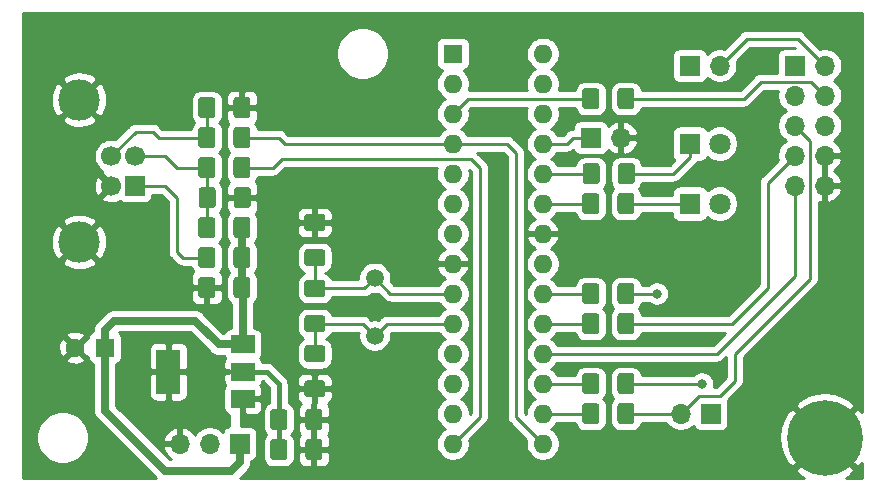
<source format=gbr>
G04 #@! TF.GenerationSoftware,KiCad,Pcbnew,(5.1.5-0-10_14)*
G04 #@! TF.CreationDate,2020-05-14T12:08:37+02:00*
G04 #@! TF.ProjectId,usbasp,75736261-7370-42e6-9b69-6361645f7063,rev?*
G04 #@! TF.SameCoordinates,Original*
G04 #@! TF.FileFunction,Copper,L1,Top*
G04 #@! TF.FilePolarity,Positive*
%FSLAX46Y46*%
G04 Gerber Fmt 4.6, Leading zero omitted, Abs format (unit mm)*
G04 Created by KiCad (PCBNEW (5.1.5-0-10_14)) date 2020-05-14 12:08:37*
%MOMM*%
%LPD*%
G04 APERTURE LIST*
%ADD10C,0.100000*%
%ADD11R,1.700000X1.700000*%
%ADD12O,1.700000X1.700000*%
%ADD13C,1.700000*%
%ADD14C,3.500000*%
%ADD15C,6.400000*%
%ADD16R,1.600000X1.600000*%
%ADD17O,1.600000X1.600000*%
%ADD18R,2.000000X3.800000*%
%ADD19R,2.000000X1.500000*%
%ADD20C,1.800000*%
%ADD21R,1.800000X1.800000*%
%ADD22C,1.600000*%
%ADD23C,1.500000*%
%ADD24C,0.800000*%
%ADD25C,0.250000*%
%ADD26C,0.700000*%
%ADD27C,0.400000*%
%ADD28C,0.254000*%
G04 APERTURE END LIST*
G04 #@! TA.AperFunction,SMDPad,CuDef*
D10*
G36*
X150891504Y-46370204D02*
G01*
X150915773Y-46373804D01*
X150939571Y-46379765D01*
X150962671Y-46388030D01*
X150984849Y-46398520D01*
X151005893Y-46411133D01*
X151025598Y-46425747D01*
X151043777Y-46442223D01*
X151060253Y-46460402D01*
X151074867Y-46480107D01*
X151087480Y-46501151D01*
X151097970Y-46523329D01*
X151106235Y-46546429D01*
X151112196Y-46570227D01*
X151115796Y-46594496D01*
X151117000Y-46619000D01*
X151117000Y-47869000D01*
X151115796Y-47893504D01*
X151112196Y-47917773D01*
X151106235Y-47941571D01*
X151097970Y-47964671D01*
X151087480Y-47986849D01*
X151074867Y-48007893D01*
X151060253Y-48027598D01*
X151043777Y-48045777D01*
X151025598Y-48062253D01*
X151005893Y-48076867D01*
X150984849Y-48089480D01*
X150962671Y-48099970D01*
X150939571Y-48108235D01*
X150915773Y-48114196D01*
X150891504Y-48117796D01*
X150867000Y-48119000D01*
X149942000Y-48119000D01*
X149917496Y-48117796D01*
X149893227Y-48114196D01*
X149869429Y-48108235D01*
X149846329Y-48099970D01*
X149824151Y-48089480D01*
X149803107Y-48076867D01*
X149783402Y-48062253D01*
X149765223Y-48045777D01*
X149748747Y-48027598D01*
X149734133Y-48007893D01*
X149721520Y-47986849D01*
X149711030Y-47964671D01*
X149702765Y-47941571D01*
X149696804Y-47917773D01*
X149693204Y-47893504D01*
X149692000Y-47869000D01*
X149692000Y-46619000D01*
X149693204Y-46594496D01*
X149696804Y-46570227D01*
X149702765Y-46546429D01*
X149711030Y-46523329D01*
X149721520Y-46501151D01*
X149734133Y-46480107D01*
X149748747Y-46460402D01*
X149765223Y-46442223D01*
X149783402Y-46425747D01*
X149803107Y-46411133D01*
X149824151Y-46398520D01*
X149846329Y-46388030D01*
X149869429Y-46379765D01*
X149893227Y-46373804D01*
X149917496Y-46370204D01*
X149942000Y-46369000D01*
X150867000Y-46369000D01*
X150891504Y-46370204D01*
G37*
G04 #@! TD.AperFunction*
G04 #@! TA.AperFunction,SMDPad,CuDef*
G36*
X153866504Y-46370204D02*
G01*
X153890773Y-46373804D01*
X153914571Y-46379765D01*
X153937671Y-46388030D01*
X153959849Y-46398520D01*
X153980893Y-46411133D01*
X154000598Y-46425747D01*
X154018777Y-46442223D01*
X154035253Y-46460402D01*
X154049867Y-46480107D01*
X154062480Y-46501151D01*
X154072970Y-46523329D01*
X154081235Y-46546429D01*
X154087196Y-46570227D01*
X154090796Y-46594496D01*
X154092000Y-46619000D01*
X154092000Y-47869000D01*
X154090796Y-47893504D01*
X154087196Y-47917773D01*
X154081235Y-47941571D01*
X154072970Y-47964671D01*
X154062480Y-47986849D01*
X154049867Y-48007893D01*
X154035253Y-48027598D01*
X154018777Y-48045777D01*
X154000598Y-48062253D01*
X153980893Y-48076867D01*
X153959849Y-48089480D01*
X153937671Y-48099970D01*
X153914571Y-48108235D01*
X153890773Y-48114196D01*
X153866504Y-48117796D01*
X153842000Y-48119000D01*
X152917000Y-48119000D01*
X152892496Y-48117796D01*
X152868227Y-48114196D01*
X152844429Y-48108235D01*
X152821329Y-48099970D01*
X152799151Y-48089480D01*
X152778107Y-48076867D01*
X152758402Y-48062253D01*
X152740223Y-48045777D01*
X152723747Y-48027598D01*
X152709133Y-48007893D01*
X152696520Y-47986849D01*
X152686030Y-47964671D01*
X152677765Y-47941571D01*
X152671804Y-47917773D01*
X152668204Y-47893504D01*
X152667000Y-47869000D01*
X152667000Y-46619000D01*
X152668204Y-46594496D01*
X152671804Y-46570227D01*
X152677765Y-46546429D01*
X152686030Y-46523329D01*
X152696520Y-46501151D01*
X152709133Y-46480107D01*
X152723747Y-46460402D01*
X152740223Y-46442223D01*
X152758402Y-46425747D01*
X152778107Y-46411133D01*
X152799151Y-46398520D01*
X152821329Y-46388030D01*
X152844429Y-46379765D01*
X152868227Y-46373804D01*
X152892496Y-46370204D01*
X152917000Y-46369000D01*
X153842000Y-46369000D01*
X153866504Y-46370204D01*
G37*
G04 #@! TD.AperFunction*
G04 #@! TA.AperFunction,SMDPad,CuDef*
G36*
X127414004Y-69738204D02*
G01*
X127438273Y-69741804D01*
X127462071Y-69747765D01*
X127485171Y-69756030D01*
X127507349Y-69766520D01*
X127528393Y-69779133D01*
X127548098Y-69793747D01*
X127566277Y-69810223D01*
X127582753Y-69828402D01*
X127597367Y-69848107D01*
X127609980Y-69869151D01*
X127620470Y-69891329D01*
X127628735Y-69914429D01*
X127634696Y-69938227D01*
X127638296Y-69962496D01*
X127639500Y-69987000D01*
X127639500Y-71237000D01*
X127638296Y-71261504D01*
X127634696Y-71285773D01*
X127628735Y-71309571D01*
X127620470Y-71332671D01*
X127609980Y-71354849D01*
X127597367Y-71375893D01*
X127582753Y-71395598D01*
X127566277Y-71413777D01*
X127548098Y-71430253D01*
X127528393Y-71444867D01*
X127507349Y-71457480D01*
X127485171Y-71467970D01*
X127462071Y-71476235D01*
X127438273Y-71482196D01*
X127414004Y-71485796D01*
X127389500Y-71487000D01*
X126464500Y-71487000D01*
X126439996Y-71485796D01*
X126415727Y-71482196D01*
X126391929Y-71476235D01*
X126368829Y-71467970D01*
X126346651Y-71457480D01*
X126325607Y-71444867D01*
X126305902Y-71430253D01*
X126287723Y-71413777D01*
X126271247Y-71395598D01*
X126256633Y-71375893D01*
X126244020Y-71354849D01*
X126233530Y-71332671D01*
X126225265Y-71309571D01*
X126219304Y-71285773D01*
X126215704Y-71261504D01*
X126214500Y-71237000D01*
X126214500Y-69987000D01*
X126215704Y-69962496D01*
X126219304Y-69938227D01*
X126225265Y-69914429D01*
X126233530Y-69891329D01*
X126244020Y-69869151D01*
X126256633Y-69848107D01*
X126271247Y-69828402D01*
X126287723Y-69810223D01*
X126305902Y-69793747D01*
X126325607Y-69779133D01*
X126346651Y-69766520D01*
X126368829Y-69756030D01*
X126391929Y-69747765D01*
X126415727Y-69741804D01*
X126439996Y-69738204D01*
X126464500Y-69737000D01*
X127389500Y-69737000D01*
X127414004Y-69738204D01*
G37*
G04 #@! TD.AperFunction*
G04 #@! TA.AperFunction,SMDPad,CuDef*
G36*
X124439004Y-69738204D02*
G01*
X124463273Y-69741804D01*
X124487071Y-69747765D01*
X124510171Y-69756030D01*
X124532349Y-69766520D01*
X124553393Y-69779133D01*
X124573098Y-69793747D01*
X124591277Y-69810223D01*
X124607753Y-69828402D01*
X124622367Y-69848107D01*
X124634980Y-69869151D01*
X124645470Y-69891329D01*
X124653735Y-69914429D01*
X124659696Y-69938227D01*
X124663296Y-69962496D01*
X124664500Y-69987000D01*
X124664500Y-71237000D01*
X124663296Y-71261504D01*
X124659696Y-71285773D01*
X124653735Y-71309571D01*
X124645470Y-71332671D01*
X124634980Y-71354849D01*
X124622367Y-71375893D01*
X124607753Y-71395598D01*
X124591277Y-71413777D01*
X124573098Y-71430253D01*
X124553393Y-71444867D01*
X124532349Y-71457480D01*
X124510171Y-71467970D01*
X124487071Y-71476235D01*
X124463273Y-71482196D01*
X124439004Y-71485796D01*
X124414500Y-71487000D01*
X123489500Y-71487000D01*
X123464996Y-71485796D01*
X123440727Y-71482196D01*
X123416929Y-71476235D01*
X123393829Y-71467970D01*
X123371651Y-71457480D01*
X123350607Y-71444867D01*
X123330902Y-71430253D01*
X123312723Y-71413777D01*
X123296247Y-71395598D01*
X123281633Y-71375893D01*
X123269020Y-71354849D01*
X123258530Y-71332671D01*
X123250265Y-71309571D01*
X123244304Y-71285773D01*
X123240704Y-71261504D01*
X123239500Y-71237000D01*
X123239500Y-69987000D01*
X123240704Y-69962496D01*
X123244304Y-69938227D01*
X123250265Y-69914429D01*
X123258530Y-69891329D01*
X123269020Y-69869151D01*
X123281633Y-69848107D01*
X123296247Y-69828402D01*
X123312723Y-69810223D01*
X123330902Y-69793747D01*
X123350607Y-69779133D01*
X123371651Y-69766520D01*
X123393829Y-69756030D01*
X123416929Y-69747765D01*
X123440727Y-69741804D01*
X123464996Y-69738204D01*
X123489500Y-69737000D01*
X124414500Y-69737000D01*
X124439004Y-69738204D01*
G37*
G04 #@! TD.AperFunction*
D11*
X167640000Y-38100000D03*
D12*
X170180000Y-38100000D03*
X167640000Y-40640000D03*
X170180000Y-40640000D03*
X167640000Y-43180000D03*
X170180000Y-43180000D03*
X167640000Y-45720000D03*
X170180000Y-45720000D03*
X167640000Y-48260000D03*
X170180000Y-48260000D03*
D11*
X111760000Y-48260000D03*
D13*
X111760000Y-45760000D03*
X109760000Y-45760000D03*
X109760000Y-48260000D03*
D14*
X107050000Y-53030000D03*
X107050000Y-40990000D03*
D15*
X170180000Y-69596000D03*
D16*
X138684000Y-37084000D03*
D17*
X146304000Y-70104000D03*
X138684000Y-39624000D03*
X146304000Y-67564000D03*
X138684000Y-42164000D03*
X146304000Y-65024000D03*
X138684000Y-44704000D03*
X146304000Y-62484000D03*
X138684000Y-47244000D03*
X146304000Y-59944000D03*
X138684000Y-49784000D03*
X146304000Y-57404000D03*
X138684000Y-52324000D03*
X146304000Y-54864000D03*
X138684000Y-54864000D03*
X146304000Y-52324000D03*
X138684000Y-57404000D03*
X146304000Y-49784000D03*
X138684000Y-59944000D03*
X146304000Y-47244000D03*
X138684000Y-62484000D03*
X146304000Y-44704000D03*
X138684000Y-65024000D03*
X146304000Y-42164000D03*
X138684000Y-67564000D03*
X146304000Y-39624000D03*
X138684000Y-70104000D03*
X146304000Y-37084000D03*
D18*
X114604000Y-64008000D03*
D19*
X120904000Y-64008000D03*
X120904000Y-61708000D03*
X120904000Y-66308000D03*
D20*
X161290000Y-44704000D03*
D21*
X158750000Y-44704000D03*
D12*
X161290000Y-38100000D03*
D11*
X158750000Y-38100000D03*
D12*
X115570000Y-70104000D03*
X118110000Y-70104000D03*
D11*
X120650000Y-70104000D03*
D12*
X157988000Y-67564000D03*
D11*
X160528000Y-67564000D03*
D12*
X152908000Y-44196000D03*
D11*
X150368000Y-44196000D03*
G04 #@! TA.AperFunction,SMDPad,CuDef*
D10*
G36*
X118343004Y-53482204D02*
G01*
X118367273Y-53485804D01*
X118391071Y-53491765D01*
X118414171Y-53500030D01*
X118436349Y-53510520D01*
X118457393Y-53523133D01*
X118477098Y-53537747D01*
X118495277Y-53554223D01*
X118511753Y-53572402D01*
X118526367Y-53592107D01*
X118538980Y-53613151D01*
X118549470Y-53635329D01*
X118557735Y-53658429D01*
X118563696Y-53682227D01*
X118567296Y-53706496D01*
X118568500Y-53731000D01*
X118568500Y-54981000D01*
X118567296Y-55005504D01*
X118563696Y-55029773D01*
X118557735Y-55053571D01*
X118549470Y-55076671D01*
X118538980Y-55098849D01*
X118526367Y-55119893D01*
X118511753Y-55139598D01*
X118495277Y-55157777D01*
X118477098Y-55174253D01*
X118457393Y-55188867D01*
X118436349Y-55201480D01*
X118414171Y-55211970D01*
X118391071Y-55220235D01*
X118367273Y-55226196D01*
X118343004Y-55229796D01*
X118318500Y-55231000D01*
X117393500Y-55231000D01*
X117368996Y-55229796D01*
X117344727Y-55226196D01*
X117320929Y-55220235D01*
X117297829Y-55211970D01*
X117275651Y-55201480D01*
X117254607Y-55188867D01*
X117234902Y-55174253D01*
X117216723Y-55157777D01*
X117200247Y-55139598D01*
X117185633Y-55119893D01*
X117173020Y-55098849D01*
X117162530Y-55076671D01*
X117154265Y-55053571D01*
X117148304Y-55029773D01*
X117144704Y-55005504D01*
X117143500Y-54981000D01*
X117143500Y-53731000D01*
X117144704Y-53706496D01*
X117148304Y-53682227D01*
X117154265Y-53658429D01*
X117162530Y-53635329D01*
X117173020Y-53613151D01*
X117185633Y-53592107D01*
X117200247Y-53572402D01*
X117216723Y-53554223D01*
X117234902Y-53537747D01*
X117254607Y-53523133D01*
X117275651Y-53510520D01*
X117297829Y-53500030D01*
X117320929Y-53491765D01*
X117344727Y-53485804D01*
X117368996Y-53482204D01*
X117393500Y-53481000D01*
X118318500Y-53481000D01*
X118343004Y-53482204D01*
G37*
G04 #@! TD.AperFunction*
G04 #@! TA.AperFunction,SMDPad,CuDef*
G36*
X121318004Y-53482204D02*
G01*
X121342273Y-53485804D01*
X121366071Y-53491765D01*
X121389171Y-53500030D01*
X121411349Y-53510520D01*
X121432393Y-53523133D01*
X121452098Y-53537747D01*
X121470277Y-53554223D01*
X121486753Y-53572402D01*
X121501367Y-53592107D01*
X121513980Y-53613151D01*
X121524470Y-53635329D01*
X121532735Y-53658429D01*
X121538696Y-53682227D01*
X121542296Y-53706496D01*
X121543500Y-53731000D01*
X121543500Y-54981000D01*
X121542296Y-55005504D01*
X121538696Y-55029773D01*
X121532735Y-55053571D01*
X121524470Y-55076671D01*
X121513980Y-55098849D01*
X121501367Y-55119893D01*
X121486753Y-55139598D01*
X121470277Y-55157777D01*
X121452098Y-55174253D01*
X121432393Y-55188867D01*
X121411349Y-55201480D01*
X121389171Y-55211970D01*
X121366071Y-55220235D01*
X121342273Y-55226196D01*
X121318004Y-55229796D01*
X121293500Y-55231000D01*
X120368500Y-55231000D01*
X120343996Y-55229796D01*
X120319727Y-55226196D01*
X120295929Y-55220235D01*
X120272829Y-55211970D01*
X120250651Y-55201480D01*
X120229607Y-55188867D01*
X120209902Y-55174253D01*
X120191723Y-55157777D01*
X120175247Y-55139598D01*
X120160633Y-55119893D01*
X120148020Y-55098849D01*
X120137530Y-55076671D01*
X120129265Y-55053571D01*
X120123304Y-55029773D01*
X120119704Y-55005504D01*
X120118500Y-54981000D01*
X120118500Y-53731000D01*
X120119704Y-53706496D01*
X120123304Y-53682227D01*
X120129265Y-53658429D01*
X120137530Y-53635329D01*
X120148020Y-53613151D01*
X120160633Y-53592107D01*
X120175247Y-53572402D01*
X120191723Y-53554223D01*
X120209902Y-53537747D01*
X120229607Y-53523133D01*
X120250651Y-53510520D01*
X120272829Y-53500030D01*
X120295929Y-53491765D01*
X120319727Y-53485804D01*
X120343996Y-53482204D01*
X120368500Y-53481000D01*
X121293500Y-53481000D01*
X121318004Y-53482204D01*
G37*
G04 #@! TD.AperFunction*
D16*
X109220000Y-61976000D03*
D22*
X106720000Y-61976000D03*
G04 #@! TA.AperFunction,SMDPad,CuDef*
D10*
G36*
X118343004Y-56022204D02*
G01*
X118367273Y-56025804D01*
X118391071Y-56031765D01*
X118414171Y-56040030D01*
X118436349Y-56050520D01*
X118457393Y-56063133D01*
X118477098Y-56077747D01*
X118495277Y-56094223D01*
X118511753Y-56112402D01*
X118526367Y-56132107D01*
X118538980Y-56153151D01*
X118549470Y-56175329D01*
X118557735Y-56198429D01*
X118563696Y-56222227D01*
X118567296Y-56246496D01*
X118568500Y-56271000D01*
X118568500Y-57521000D01*
X118567296Y-57545504D01*
X118563696Y-57569773D01*
X118557735Y-57593571D01*
X118549470Y-57616671D01*
X118538980Y-57638849D01*
X118526367Y-57659893D01*
X118511753Y-57679598D01*
X118495277Y-57697777D01*
X118477098Y-57714253D01*
X118457393Y-57728867D01*
X118436349Y-57741480D01*
X118414171Y-57751970D01*
X118391071Y-57760235D01*
X118367273Y-57766196D01*
X118343004Y-57769796D01*
X118318500Y-57771000D01*
X117393500Y-57771000D01*
X117368996Y-57769796D01*
X117344727Y-57766196D01*
X117320929Y-57760235D01*
X117297829Y-57751970D01*
X117275651Y-57741480D01*
X117254607Y-57728867D01*
X117234902Y-57714253D01*
X117216723Y-57697777D01*
X117200247Y-57679598D01*
X117185633Y-57659893D01*
X117173020Y-57638849D01*
X117162530Y-57616671D01*
X117154265Y-57593571D01*
X117148304Y-57569773D01*
X117144704Y-57545504D01*
X117143500Y-57521000D01*
X117143500Y-56271000D01*
X117144704Y-56246496D01*
X117148304Y-56222227D01*
X117154265Y-56198429D01*
X117162530Y-56175329D01*
X117173020Y-56153151D01*
X117185633Y-56132107D01*
X117200247Y-56112402D01*
X117216723Y-56094223D01*
X117234902Y-56077747D01*
X117254607Y-56063133D01*
X117275651Y-56050520D01*
X117297829Y-56040030D01*
X117320929Y-56031765D01*
X117344727Y-56025804D01*
X117368996Y-56022204D01*
X117393500Y-56021000D01*
X118318500Y-56021000D01*
X118343004Y-56022204D01*
G37*
G04 #@! TD.AperFunction*
G04 #@! TA.AperFunction,SMDPad,CuDef*
G36*
X121318004Y-56022204D02*
G01*
X121342273Y-56025804D01*
X121366071Y-56031765D01*
X121389171Y-56040030D01*
X121411349Y-56050520D01*
X121432393Y-56063133D01*
X121452098Y-56077747D01*
X121470277Y-56094223D01*
X121486753Y-56112402D01*
X121501367Y-56132107D01*
X121513980Y-56153151D01*
X121524470Y-56175329D01*
X121532735Y-56198429D01*
X121538696Y-56222227D01*
X121542296Y-56246496D01*
X121543500Y-56271000D01*
X121543500Y-57521000D01*
X121542296Y-57545504D01*
X121538696Y-57569773D01*
X121532735Y-57593571D01*
X121524470Y-57616671D01*
X121513980Y-57638849D01*
X121501367Y-57659893D01*
X121486753Y-57679598D01*
X121470277Y-57697777D01*
X121452098Y-57714253D01*
X121432393Y-57728867D01*
X121411349Y-57741480D01*
X121389171Y-57751970D01*
X121366071Y-57760235D01*
X121342273Y-57766196D01*
X121318004Y-57769796D01*
X121293500Y-57771000D01*
X120368500Y-57771000D01*
X120343996Y-57769796D01*
X120319727Y-57766196D01*
X120295929Y-57760235D01*
X120272829Y-57751970D01*
X120250651Y-57741480D01*
X120229607Y-57728867D01*
X120209902Y-57714253D01*
X120191723Y-57697777D01*
X120175247Y-57679598D01*
X120160633Y-57659893D01*
X120148020Y-57638849D01*
X120137530Y-57616671D01*
X120129265Y-57593571D01*
X120123304Y-57569773D01*
X120119704Y-57545504D01*
X120118500Y-57521000D01*
X120118500Y-56271000D01*
X120119704Y-56246496D01*
X120123304Y-56222227D01*
X120129265Y-56198429D01*
X120137530Y-56175329D01*
X120148020Y-56153151D01*
X120160633Y-56132107D01*
X120175247Y-56112402D01*
X120191723Y-56094223D01*
X120209902Y-56077747D01*
X120229607Y-56063133D01*
X120250651Y-56050520D01*
X120272829Y-56040030D01*
X120295929Y-56031765D01*
X120319727Y-56025804D01*
X120343996Y-56022204D01*
X120368500Y-56021000D01*
X121293500Y-56021000D01*
X121318004Y-56022204D01*
G37*
G04 #@! TD.AperFunction*
G04 #@! TA.AperFunction,SMDPad,CuDef*
G36*
X127649504Y-50669704D02*
G01*
X127673773Y-50673304D01*
X127697571Y-50679265D01*
X127720671Y-50687530D01*
X127742849Y-50698020D01*
X127763893Y-50710633D01*
X127783598Y-50725247D01*
X127801777Y-50741723D01*
X127818253Y-50759902D01*
X127832867Y-50779607D01*
X127845480Y-50800651D01*
X127855970Y-50822829D01*
X127864235Y-50845929D01*
X127870196Y-50869727D01*
X127873796Y-50893996D01*
X127875000Y-50918500D01*
X127875000Y-51843500D01*
X127873796Y-51868004D01*
X127870196Y-51892273D01*
X127864235Y-51916071D01*
X127855970Y-51939171D01*
X127845480Y-51961349D01*
X127832867Y-51982393D01*
X127818253Y-52002098D01*
X127801777Y-52020277D01*
X127783598Y-52036753D01*
X127763893Y-52051367D01*
X127742849Y-52063980D01*
X127720671Y-52074470D01*
X127697571Y-52082735D01*
X127673773Y-52088696D01*
X127649504Y-52092296D01*
X127625000Y-52093500D01*
X126375000Y-52093500D01*
X126350496Y-52092296D01*
X126326227Y-52088696D01*
X126302429Y-52082735D01*
X126279329Y-52074470D01*
X126257151Y-52063980D01*
X126236107Y-52051367D01*
X126216402Y-52036753D01*
X126198223Y-52020277D01*
X126181747Y-52002098D01*
X126167133Y-51982393D01*
X126154520Y-51961349D01*
X126144030Y-51939171D01*
X126135765Y-51916071D01*
X126129804Y-51892273D01*
X126126204Y-51868004D01*
X126125000Y-51843500D01*
X126125000Y-50918500D01*
X126126204Y-50893996D01*
X126129804Y-50869727D01*
X126135765Y-50845929D01*
X126144030Y-50822829D01*
X126154520Y-50800651D01*
X126167133Y-50779607D01*
X126181747Y-50759902D01*
X126198223Y-50741723D01*
X126216402Y-50725247D01*
X126236107Y-50710633D01*
X126257151Y-50698020D01*
X126279329Y-50687530D01*
X126302429Y-50679265D01*
X126326227Y-50673304D01*
X126350496Y-50669704D01*
X126375000Y-50668500D01*
X127625000Y-50668500D01*
X127649504Y-50669704D01*
G37*
G04 #@! TD.AperFunction*
G04 #@! TA.AperFunction,SMDPad,CuDef*
G36*
X127649504Y-53644704D02*
G01*
X127673773Y-53648304D01*
X127697571Y-53654265D01*
X127720671Y-53662530D01*
X127742849Y-53673020D01*
X127763893Y-53685633D01*
X127783598Y-53700247D01*
X127801777Y-53716723D01*
X127818253Y-53734902D01*
X127832867Y-53754607D01*
X127845480Y-53775651D01*
X127855970Y-53797829D01*
X127864235Y-53820929D01*
X127870196Y-53844727D01*
X127873796Y-53868996D01*
X127875000Y-53893500D01*
X127875000Y-54818500D01*
X127873796Y-54843004D01*
X127870196Y-54867273D01*
X127864235Y-54891071D01*
X127855970Y-54914171D01*
X127845480Y-54936349D01*
X127832867Y-54957393D01*
X127818253Y-54977098D01*
X127801777Y-54995277D01*
X127783598Y-55011753D01*
X127763893Y-55026367D01*
X127742849Y-55038980D01*
X127720671Y-55049470D01*
X127697571Y-55057735D01*
X127673773Y-55063696D01*
X127649504Y-55067296D01*
X127625000Y-55068500D01*
X126375000Y-55068500D01*
X126350496Y-55067296D01*
X126326227Y-55063696D01*
X126302429Y-55057735D01*
X126279329Y-55049470D01*
X126257151Y-55038980D01*
X126236107Y-55026367D01*
X126216402Y-55011753D01*
X126198223Y-54995277D01*
X126181747Y-54977098D01*
X126167133Y-54957393D01*
X126154520Y-54936349D01*
X126144030Y-54914171D01*
X126135765Y-54891071D01*
X126129804Y-54867273D01*
X126126204Y-54843004D01*
X126125000Y-54818500D01*
X126125000Y-53893500D01*
X126126204Y-53868996D01*
X126129804Y-53844727D01*
X126135765Y-53820929D01*
X126144030Y-53797829D01*
X126154520Y-53775651D01*
X126167133Y-53754607D01*
X126181747Y-53734902D01*
X126198223Y-53716723D01*
X126216402Y-53700247D01*
X126236107Y-53685633D01*
X126257151Y-53673020D01*
X126279329Y-53662530D01*
X126302429Y-53654265D01*
X126326227Y-53648304D01*
X126350496Y-53644704D01*
X126375000Y-53643500D01*
X127625000Y-53643500D01*
X127649504Y-53644704D01*
G37*
G04 #@! TD.AperFunction*
G04 #@! TA.AperFunction,SMDPad,CuDef*
G36*
X127649504Y-61772704D02*
G01*
X127673773Y-61776304D01*
X127697571Y-61782265D01*
X127720671Y-61790530D01*
X127742849Y-61801020D01*
X127763893Y-61813633D01*
X127783598Y-61828247D01*
X127801777Y-61844723D01*
X127818253Y-61862902D01*
X127832867Y-61882607D01*
X127845480Y-61903651D01*
X127855970Y-61925829D01*
X127864235Y-61948929D01*
X127870196Y-61972727D01*
X127873796Y-61996996D01*
X127875000Y-62021500D01*
X127875000Y-62946500D01*
X127873796Y-62971004D01*
X127870196Y-62995273D01*
X127864235Y-63019071D01*
X127855970Y-63042171D01*
X127845480Y-63064349D01*
X127832867Y-63085393D01*
X127818253Y-63105098D01*
X127801777Y-63123277D01*
X127783598Y-63139753D01*
X127763893Y-63154367D01*
X127742849Y-63166980D01*
X127720671Y-63177470D01*
X127697571Y-63185735D01*
X127673773Y-63191696D01*
X127649504Y-63195296D01*
X127625000Y-63196500D01*
X126375000Y-63196500D01*
X126350496Y-63195296D01*
X126326227Y-63191696D01*
X126302429Y-63185735D01*
X126279329Y-63177470D01*
X126257151Y-63166980D01*
X126236107Y-63154367D01*
X126216402Y-63139753D01*
X126198223Y-63123277D01*
X126181747Y-63105098D01*
X126167133Y-63085393D01*
X126154520Y-63064349D01*
X126144030Y-63042171D01*
X126135765Y-63019071D01*
X126129804Y-62995273D01*
X126126204Y-62971004D01*
X126125000Y-62946500D01*
X126125000Y-62021500D01*
X126126204Y-61996996D01*
X126129804Y-61972727D01*
X126135765Y-61948929D01*
X126144030Y-61925829D01*
X126154520Y-61903651D01*
X126167133Y-61882607D01*
X126181747Y-61862902D01*
X126198223Y-61844723D01*
X126216402Y-61828247D01*
X126236107Y-61813633D01*
X126257151Y-61801020D01*
X126279329Y-61790530D01*
X126302429Y-61782265D01*
X126326227Y-61776304D01*
X126350496Y-61772704D01*
X126375000Y-61771500D01*
X127625000Y-61771500D01*
X127649504Y-61772704D01*
G37*
G04 #@! TD.AperFunction*
G04 #@! TA.AperFunction,SMDPad,CuDef*
G36*
X127649504Y-64747704D02*
G01*
X127673773Y-64751304D01*
X127697571Y-64757265D01*
X127720671Y-64765530D01*
X127742849Y-64776020D01*
X127763893Y-64788633D01*
X127783598Y-64803247D01*
X127801777Y-64819723D01*
X127818253Y-64837902D01*
X127832867Y-64857607D01*
X127845480Y-64878651D01*
X127855970Y-64900829D01*
X127864235Y-64923929D01*
X127870196Y-64947727D01*
X127873796Y-64971996D01*
X127875000Y-64996500D01*
X127875000Y-65921500D01*
X127873796Y-65946004D01*
X127870196Y-65970273D01*
X127864235Y-65994071D01*
X127855970Y-66017171D01*
X127845480Y-66039349D01*
X127832867Y-66060393D01*
X127818253Y-66080098D01*
X127801777Y-66098277D01*
X127783598Y-66114753D01*
X127763893Y-66129367D01*
X127742849Y-66141980D01*
X127720671Y-66152470D01*
X127697571Y-66160735D01*
X127673773Y-66166696D01*
X127649504Y-66170296D01*
X127625000Y-66171500D01*
X126375000Y-66171500D01*
X126350496Y-66170296D01*
X126326227Y-66166696D01*
X126302429Y-66160735D01*
X126279329Y-66152470D01*
X126257151Y-66141980D01*
X126236107Y-66129367D01*
X126216402Y-66114753D01*
X126198223Y-66098277D01*
X126181747Y-66080098D01*
X126167133Y-66060393D01*
X126154520Y-66039349D01*
X126144030Y-66017171D01*
X126135765Y-65994071D01*
X126129804Y-65970273D01*
X126126204Y-65946004D01*
X126125000Y-65921500D01*
X126125000Y-64996500D01*
X126126204Y-64971996D01*
X126129804Y-64947727D01*
X126135765Y-64923929D01*
X126144030Y-64900829D01*
X126154520Y-64878651D01*
X126167133Y-64857607D01*
X126181747Y-64837902D01*
X126198223Y-64819723D01*
X126216402Y-64803247D01*
X126236107Y-64788633D01*
X126257151Y-64776020D01*
X126279329Y-64765530D01*
X126302429Y-64757265D01*
X126326227Y-64751304D01*
X126350496Y-64747704D01*
X126375000Y-64746500D01*
X127625000Y-64746500D01*
X127649504Y-64747704D01*
G37*
G04 #@! TD.AperFunction*
G04 #@! TA.AperFunction,SMDPad,CuDef*
G36*
X124439004Y-67198204D02*
G01*
X124463273Y-67201804D01*
X124487071Y-67207765D01*
X124510171Y-67216030D01*
X124532349Y-67226520D01*
X124553393Y-67239133D01*
X124573098Y-67253747D01*
X124591277Y-67270223D01*
X124607753Y-67288402D01*
X124622367Y-67308107D01*
X124634980Y-67329151D01*
X124645470Y-67351329D01*
X124653735Y-67374429D01*
X124659696Y-67398227D01*
X124663296Y-67422496D01*
X124664500Y-67447000D01*
X124664500Y-68697000D01*
X124663296Y-68721504D01*
X124659696Y-68745773D01*
X124653735Y-68769571D01*
X124645470Y-68792671D01*
X124634980Y-68814849D01*
X124622367Y-68835893D01*
X124607753Y-68855598D01*
X124591277Y-68873777D01*
X124573098Y-68890253D01*
X124553393Y-68904867D01*
X124532349Y-68917480D01*
X124510171Y-68927970D01*
X124487071Y-68936235D01*
X124463273Y-68942196D01*
X124439004Y-68945796D01*
X124414500Y-68947000D01*
X123489500Y-68947000D01*
X123464996Y-68945796D01*
X123440727Y-68942196D01*
X123416929Y-68936235D01*
X123393829Y-68927970D01*
X123371651Y-68917480D01*
X123350607Y-68904867D01*
X123330902Y-68890253D01*
X123312723Y-68873777D01*
X123296247Y-68855598D01*
X123281633Y-68835893D01*
X123269020Y-68814849D01*
X123258530Y-68792671D01*
X123250265Y-68769571D01*
X123244304Y-68745773D01*
X123240704Y-68721504D01*
X123239500Y-68697000D01*
X123239500Y-67447000D01*
X123240704Y-67422496D01*
X123244304Y-67398227D01*
X123250265Y-67374429D01*
X123258530Y-67351329D01*
X123269020Y-67329151D01*
X123281633Y-67308107D01*
X123296247Y-67288402D01*
X123312723Y-67270223D01*
X123330902Y-67253747D01*
X123350607Y-67239133D01*
X123371651Y-67226520D01*
X123393829Y-67216030D01*
X123416929Y-67207765D01*
X123440727Y-67201804D01*
X123464996Y-67198204D01*
X123489500Y-67197000D01*
X124414500Y-67197000D01*
X124439004Y-67198204D01*
G37*
G04 #@! TD.AperFunction*
G04 #@! TA.AperFunction,SMDPad,CuDef*
G36*
X127414004Y-67198204D02*
G01*
X127438273Y-67201804D01*
X127462071Y-67207765D01*
X127485171Y-67216030D01*
X127507349Y-67226520D01*
X127528393Y-67239133D01*
X127548098Y-67253747D01*
X127566277Y-67270223D01*
X127582753Y-67288402D01*
X127597367Y-67308107D01*
X127609980Y-67329151D01*
X127620470Y-67351329D01*
X127628735Y-67374429D01*
X127634696Y-67398227D01*
X127638296Y-67422496D01*
X127639500Y-67447000D01*
X127639500Y-68697000D01*
X127638296Y-68721504D01*
X127634696Y-68745773D01*
X127628735Y-68769571D01*
X127620470Y-68792671D01*
X127609980Y-68814849D01*
X127597367Y-68835893D01*
X127582753Y-68855598D01*
X127566277Y-68873777D01*
X127548098Y-68890253D01*
X127528393Y-68904867D01*
X127507349Y-68917480D01*
X127485171Y-68927970D01*
X127462071Y-68936235D01*
X127438273Y-68942196D01*
X127414004Y-68945796D01*
X127389500Y-68947000D01*
X126464500Y-68947000D01*
X126439996Y-68945796D01*
X126415727Y-68942196D01*
X126391929Y-68936235D01*
X126368829Y-68927970D01*
X126346651Y-68917480D01*
X126325607Y-68904867D01*
X126305902Y-68890253D01*
X126287723Y-68873777D01*
X126271247Y-68855598D01*
X126256633Y-68835893D01*
X126244020Y-68814849D01*
X126233530Y-68792671D01*
X126225265Y-68769571D01*
X126219304Y-68745773D01*
X126215704Y-68721504D01*
X126214500Y-68697000D01*
X126214500Y-67447000D01*
X126215704Y-67422496D01*
X126219304Y-67398227D01*
X126225265Y-67374429D01*
X126233530Y-67351329D01*
X126244020Y-67329151D01*
X126256633Y-67308107D01*
X126271247Y-67288402D01*
X126287723Y-67270223D01*
X126305902Y-67253747D01*
X126325607Y-67239133D01*
X126346651Y-67226520D01*
X126368829Y-67216030D01*
X126391929Y-67207765D01*
X126415727Y-67201804D01*
X126439996Y-67198204D01*
X126464500Y-67197000D01*
X127389500Y-67197000D01*
X127414004Y-67198204D01*
G37*
G04 #@! TD.AperFunction*
G04 #@! TA.AperFunction,SMDPad,CuDef*
G36*
X118379504Y-48402204D02*
G01*
X118403773Y-48405804D01*
X118427571Y-48411765D01*
X118450671Y-48420030D01*
X118472849Y-48430520D01*
X118493893Y-48443133D01*
X118513598Y-48457747D01*
X118531777Y-48474223D01*
X118548253Y-48492402D01*
X118562867Y-48512107D01*
X118575480Y-48533151D01*
X118585970Y-48555329D01*
X118594235Y-48578429D01*
X118600196Y-48602227D01*
X118603796Y-48626496D01*
X118605000Y-48651000D01*
X118605000Y-49901000D01*
X118603796Y-49925504D01*
X118600196Y-49949773D01*
X118594235Y-49973571D01*
X118585970Y-49996671D01*
X118575480Y-50018849D01*
X118562867Y-50039893D01*
X118548253Y-50059598D01*
X118531777Y-50077777D01*
X118513598Y-50094253D01*
X118493893Y-50108867D01*
X118472849Y-50121480D01*
X118450671Y-50131970D01*
X118427571Y-50140235D01*
X118403773Y-50146196D01*
X118379504Y-50149796D01*
X118355000Y-50151000D01*
X117430000Y-50151000D01*
X117405496Y-50149796D01*
X117381227Y-50146196D01*
X117357429Y-50140235D01*
X117334329Y-50131970D01*
X117312151Y-50121480D01*
X117291107Y-50108867D01*
X117271402Y-50094253D01*
X117253223Y-50077777D01*
X117236747Y-50059598D01*
X117222133Y-50039893D01*
X117209520Y-50018849D01*
X117199030Y-49996671D01*
X117190765Y-49973571D01*
X117184804Y-49949773D01*
X117181204Y-49925504D01*
X117180000Y-49901000D01*
X117180000Y-48651000D01*
X117181204Y-48626496D01*
X117184804Y-48602227D01*
X117190765Y-48578429D01*
X117199030Y-48555329D01*
X117209520Y-48533151D01*
X117222133Y-48512107D01*
X117236747Y-48492402D01*
X117253223Y-48474223D01*
X117271402Y-48457747D01*
X117291107Y-48443133D01*
X117312151Y-48430520D01*
X117334329Y-48420030D01*
X117357429Y-48411765D01*
X117381227Y-48405804D01*
X117405496Y-48402204D01*
X117430000Y-48401000D01*
X118355000Y-48401000D01*
X118379504Y-48402204D01*
G37*
G04 #@! TD.AperFunction*
G04 #@! TA.AperFunction,SMDPad,CuDef*
G36*
X121354504Y-48402204D02*
G01*
X121378773Y-48405804D01*
X121402571Y-48411765D01*
X121425671Y-48420030D01*
X121447849Y-48430520D01*
X121468893Y-48443133D01*
X121488598Y-48457747D01*
X121506777Y-48474223D01*
X121523253Y-48492402D01*
X121537867Y-48512107D01*
X121550480Y-48533151D01*
X121560970Y-48555329D01*
X121569235Y-48578429D01*
X121575196Y-48602227D01*
X121578796Y-48626496D01*
X121580000Y-48651000D01*
X121580000Y-49901000D01*
X121578796Y-49925504D01*
X121575196Y-49949773D01*
X121569235Y-49973571D01*
X121560970Y-49996671D01*
X121550480Y-50018849D01*
X121537867Y-50039893D01*
X121523253Y-50059598D01*
X121506777Y-50077777D01*
X121488598Y-50094253D01*
X121468893Y-50108867D01*
X121447849Y-50121480D01*
X121425671Y-50131970D01*
X121402571Y-50140235D01*
X121378773Y-50146196D01*
X121354504Y-50149796D01*
X121330000Y-50151000D01*
X120405000Y-50151000D01*
X120380496Y-50149796D01*
X120356227Y-50146196D01*
X120332429Y-50140235D01*
X120309329Y-50131970D01*
X120287151Y-50121480D01*
X120266107Y-50108867D01*
X120246402Y-50094253D01*
X120228223Y-50077777D01*
X120211747Y-50059598D01*
X120197133Y-50039893D01*
X120184520Y-50018849D01*
X120174030Y-49996671D01*
X120165765Y-49973571D01*
X120159804Y-49949773D01*
X120156204Y-49925504D01*
X120155000Y-49901000D01*
X120155000Y-48651000D01*
X120156204Y-48626496D01*
X120159804Y-48602227D01*
X120165765Y-48578429D01*
X120174030Y-48555329D01*
X120184520Y-48533151D01*
X120197133Y-48512107D01*
X120211747Y-48492402D01*
X120228223Y-48474223D01*
X120246402Y-48457747D01*
X120266107Y-48443133D01*
X120287151Y-48430520D01*
X120309329Y-48420030D01*
X120332429Y-48411765D01*
X120356227Y-48405804D01*
X120380496Y-48402204D01*
X120405000Y-48401000D01*
X121330000Y-48401000D01*
X121354504Y-48402204D01*
G37*
G04 #@! TD.AperFunction*
G04 #@! TA.AperFunction,SMDPad,CuDef*
G36*
X121318004Y-40782204D02*
G01*
X121342273Y-40785804D01*
X121366071Y-40791765D01*
X121389171Y-40800030D01*
X121411349Y-40810520D01*
X121432393Y-40823133D01*
X121452098Y-40837747D01*
X121470277Y-40854223D01*
X121486753Y-40872402D01*
X121501367Y-40892107D01*
X121513980Y-40913151D01*
X121524470Y-40935329D01*
X121532735Y-40958429D01*
X121538696Y-40982227D01*
X121542296Y-41006496D01*
X121543500Y-41031000D01*
X121543500Y-42281000D01*
X121542296Y-42305504D01*
X121538696Y-42329773D01*
X121532735Y-42353571D01*
X121524470Y-42376671D01*
X121513980Y-42398849D01*
X121501367Y-42419893D01*
X121486753Y-42439598D01*
X121470277Y-42457777D01*
X121452098Y-42474253D01*
X121432393Y-42488867D01*
X121411349Y-42501480D01*
X121389171Y-42511970D01*
X121366071Y-42520235D01*
X121342273Y-42526196D01*
X121318004Y-42529796D01*
X121293500Y-42531000D01*
X120368500Y-42531000D01*
X120343996Y-42529796D01*
X120319727Y-42526196D01*
X120295929Y-42520235D01*
X120272829Y-42511970D01*
X120250651Y-42501480D01*
X120229607Y-42488867D01*
X120209902Y-42474253D01*
X120191723Y-42457777D01*
X120175247Y-42439598D01*
X120160633Y-42419893D01*
X120148020Y-42398849D01*
X120137530Y-42376671D01*
X120129265Y-42353571D01*
X120123304Y-42329773D01*
X120119704Y-42305504D01*
X120118500Y-42281000D01*
X120118500Y-41031000D01*
X120119704Y-41006496D01*
X120123304Y-40982227D01*
X120129265Y-40958429D01*
X120137530Y-40935329D01*
X120148020Y-40913151D01*
X120160633Y-40892107D01*
X120175247Y-40872402D01*
X120191723Y-40854223D01*
X120209902Y-40837747D01*
X120229607Y-40823133D01*
X120250651Y-40810520D01*
X120272829Y-40800030D01*
X120295929Y-40791765D01*
X120319727Y-40785804D01*
X120343996Y-40782204D01*
X120368500Y-40781000D01*
X121293500Y-40781000D01*
X121318004Y-40782204D01*
G37*
G04 #@! TD.AperFunction*
G04 #@! TA.AperFunction,SMDPad,CuDef*
G36*
X118343004Y-40782204D02*
G01*
X118367273Y-40785804D01*
X118391071Y-40791765D01*
X118414171Y-40800030D01*
X118436349Y-40810520D01*
X118457393Y-40823133D01*
X118477098Y-40837747D01*
X118495277Y-40854223D01*
X118511753Y-40872402D01*
X118526367Y-40892107D01*
X118538980Y-40913151D01*
X118549470Y-40935329D01*
X118557735Y-40958429D01*
X118563696Y-40982227D01*
X118567296Y-41006496D01*
X118568500Y-41031000D01*
X118568500Y-42281000D01*
X118567296Y-42305504D01*
X118563696Y-42329773D01*
X118557735Y-42353571D01*
X118549470Y-42376671D01*
X118538980Y-42398849D01*
X118526367Y-42419893D01*
X118511753Y-42439598D01*
X118495277Y-42457777D01*
X118477098Y-42474253D01*
X118457393Y-42488867D01*
X118436349Y-42501480D01*
X118414171Y-42511970D01*
X118391071Y-42520235D01*
X118367273Y-42526196D01*
X118343004Y-42529796D01*
X118318500Y-42531000D01*
X117393500Y-42531000D01*
X117368996Y-42529796D01*
X117344727Y-42526196D01*
X117320929Y-42520235D01*
X117297829Y-42511970D01*
X117275651Y-42501480D01*
X117254607Y-42488867D01*
X117234902Y-42474253D01*
X117216723Y-42457777D01*
X117200247Y-42439598D01*
X117185633Y-42419893D01*
X117173020Y-42398849D01*
X117162530Y-42376671D01*
X117154265Y-42353571D01*
X117148304Y-42329773D01*
X117144704Y-42305504D01*
X117143500Y-42281000D01*
X117143500Y-41031000D01*
X117144704Y-41006496D01*
X117148304Y-40982227D01*
X117154265Y-40958429D01*
X117162530Y-40935329D01*
X117173020Y-40913151D01*
X117185633Y-40892107D01*
X117200247Y-40872402D01*
X117216723Y-40854223D01*
X117234902Y-40837747D01*
X117254607Y-40823133D01*
X117275651Y-40810520D01*
X117297829Y-40800030D01*
X117320929Y-40791765D01*
X117344727Y-40785804D01*
X117368996Y-40782204D01*
X117393500Y-40781000D01*
X118318500Y-40781000D01*
X118343004Y-40782204D01*
G37*
G04 #@! TD.AperFunction*
D21*
X158750000Y-49784000D03*
D20*
X161290000Y-49784000D03*
G04 #@! TA.AperFunction,SMDPad,CuDef*
D10*
G36*
X127649504Y-56257704D02*
G01*
X127673773Y-56261304D01*
X127697571Y-56267265D01*
X127720671Y-56275530D01*
X127742849Y-56286020D01*
X127763893Y-56298633D01*
X127783598Y-56313247D01*
X127801777Y-56329723D01*
X127818253Y-56347902D01*
X127832867Y-56367607D01*
X127845480Y-56388651D01*
X127855970Y-56410829D01*
X127864235Y-56433929D01*
X127870196Y-56457727D01*
X127873796Y-56481996D01*
X127875000Y-56506500D01*
X127875000Y-57431500D01*
X127873796Y-57456004D01*
X127870196Y-57480273D01*
X127864235Y-57504071D01*
X127855970Y-57527171D01*
X127845480Y-57549349D01*
X127832867Y-57570393D01*
X127818253Y-57590098D01*
X127801777Y-57608277D01*
X127783598Y-57624753D01*
X127763893Y-57639367D01*
X127742849Y-57651980D01*
X127720671Y-57662470D01*
X127697571Y-57670735D01*
X127673773Y-57676696D01*
X127649504Y-57680296D01*
X127625000Y-57681500D01*
X126375000Y-57681500D01*
X126350496Y-57680296D01*
X126326227Y-57676696D01*
X126302429Y-57670735D01*
X126279329Y-57662470D01*
X126257151Y-57651980D01*
X126236107Y-57639367D01*
X126216402Y-57624753D01*
X126198223Y-57608277D01*
X126181747Y-57590098D01*
X126167133Y-57570393D01*
X126154520Y-57549349D01*
X126144030Y-57527171D01*
X126135765Y-57504071D01*
X126129804Y-57480273D01*
X126126204Y-57456004D01*
X126125000Y-57431500D01*
X126125000Y-56506500D01*
X126126204Y-56481996D01*
X126129804Y-56457727D01*
X126135765Y-56433929D01*
X126144030Y-56410829D01*
X126154520Y-56388651D01*
X126167133Y-56367607D01*
X126181747Y-56347902D01*
X126198223Y-56329723D01*
X126216402Y-56313247D01*
X126236107Y-56298633D01*
X126257151Y-56286020D01*
X126279329Y-56275530D01*
X126302429Y-56267265D01*
X126326227Y-56261304D01*
X126350496Y-56257704D01*
X126375000Y-56256500D01*
X127625000Y-56256500D01*
X127649504Y-56257704D01*
G37*
G04 #@! TD.AperFunction*
G04 #@! TA.AperFunction,SMDPad,CuDef*
G36*
X127649504Y-59232704D02*
G01*
X127673773Y-59236304D01*
X127697571Y-59242265D01*
X127720671Y-59250530D01*
X127742849Y-59261020D01*
X127763893Y-59273633D01*
X127783598Y-59288247D01*
X127801777Y-59304723D01*
X127818253Y-59322902D01*
X127832867Y-59342607D01*
X127845480Y-59363651D01*
X127855970Y-59385829D01*
X127864235Y-59408929D01*
X127870196Y-59432727D01*
X127873796Y-59456996D01*
X127875000Y-59481500D01*
X127875000Y-60406500D01*
X127873796Y-60431004D01*
X127870196Y-60455273D01*
X127864235Y-60479071D01*
X127855970Y-60502171D01*
X127845480Y-60524349D01*
X127832867Y-60545393D01*
X127818253Y-60565098D01*
X127801777Y-60583277D01*
X127783598Y-60599753D01*
X127763893Y-60614367D01*
X127742849Y-60626980D01*
X127720671Y-60637470D01*
X127697571Y-60645735D01*
X127673773Y-60651696D01*
X127649504Y-60655296D01*
X127625000Y-60656500D01*
X126375000Y-60656500D01*
X126350496Y-60655296D01*
X126326227Y-60651696D01*
X126302429Y-60645735D01*
X126279329Y-60637470D01*
X126257151Y-60626980D01*
X126236107Y-60614367D01*
X126216402Y-60599753D01*
X126198223Y-60583277D01*
X126181747Y-60565098D01*
X126167133Y-60545393D01*
X126154520Y-60524349D01*
X126144030Y-60502171D01*
X126135765Y-60479071D01*
X126129804Y-60455273D01*
X126126204Y-60431004D01*
X126125000Y-60406500D01*
X126125000Y-59481500D01*
X126126204Y-59456996D01*
X126129804Y-59432727D01*
X126135765Y-59408929D01*
X126144030Y-59385829D01*
X126154520Y-59363651D01*
X126167133Y-59342607D01*
X126181747Y-59322902D01*
X126198223Y-59304723D01*
X126216402Y-59288247D01*
X126236107Y-59273633D01*
X126257151Y-59261020D01*
X126279329Y-59250530D01*
X126302429Y-59242265D01*
X126326227Y-59236304D01*
X126350496Y-59232704D01*
X126375000Y-59231500D01*
X127625000Y-59231500D01*
X127649504Y-59232704D01*
G37*
G04 #@! TD.AperFunction*
G04 #@! TA.AperFunction,SMDPad,CuDef*
G36*
X118343004Y-50942204D02*
G01*
X118367273Y-50945804D01*
X118391071Y-50951765D01*
X118414171Y-50960030D01*
X118436349Y-50970520D01*
X118457393Y-50983133D01*
X118477098Y-50997747D01*
X118495277Y-51014223D01*
X118511753Y-51032402D01*
X118526367Y-51052107D01*
X118538980Y-51073151D01*
X118549470Y-51095329D01*
X118557735Y-51118429D01*
X118563696Y-51142227D01*
X118567296Y-51166496D01*
X118568500Y-51191000D01*
X118568500Y-52441000D01*
X118567296Y-52465504D01*
X118563696Y-52489773D01*
X118557735Y-52513571D01*
X118549470Y-52536671D01*
X118538980Y-52558849D01*
X118526367Y-52579893D01*
X118511753Y-52599598D01*
X118495277Y-52617777D01*
X118477098Y-52634253D01*
X118457393Y-52648867D01*
X118436349Y-52661480D01*
X118414171Y-52671970D01*
X118391071Y-52680235D01*
X118367273Y-52686196D01*
X118343004Y-52689796D01*
X118318500Y-52691000D01*
X117393500Y-52691000D01*
X117368996Y-52689796D01*
X117344727Y-52686196D01*
X117320929Y-52680235D01*
X117297829Y-52671970D01*
X117275651Y-52661480D01*
X117254607Y-52648867D01*
X117234902Y-52634253D01*
X117216723Y-52617777D01*
X117200247Y-52599598D01*
X117185633Y-52579893D01*
X117173020Y-52558849D01*
X117162530Y-52536671D01*
X117154265Y-52513571D01*
X117148304Y-52489773D01*
X117144704Y-52465504D01*
X117143500Y-52441000D01*
X117143500Y-51191000D01*
X117144704Y-51166496D01*
X117148304Y-51142227D01*
X117154265Y-51118429D01*
X117162530Y-51095329D01*
X117173020Y-51073151D01*
X117185633Y-51052107D01*
X117200247Y-51032402D01*
X117216723Y-51014223D01*
X117234902Y-50997747D01*
X117254607Y-50983133D01*
X117275651Y-50970520D01*
X117297829Y-50960030D01*
X117320929Y-50951765D01*
X117344727Y-50945804D01*
X117368996Y-50942204D01*
X117393500Y-50941000D01*
X118318500Y-50941000D01*
X118343004Y-50942204D01*
G37*
G04 #@! TD.AperFunction*
G04 #@! TA.AperFunction,SMDPad,CuDef*
G36*
X121318004Y-50942204D02*
G01*
X121342273Y-50945804D01*
X121366071Y-50951765D01*
X121389171Y-50960030D01*
X121411349Y-50970520D01*
X121432393Y-50983133D01*
X121452098Y-50997747D01*
X121470277Y-51014223D01*
X121486753Y-51032402D01*
X121501367Y-51052107D01*
X121513980Y-51073151D01*
X121524470Y-51095329D01*
X121532735Y-51118429D01*
X121538696Y-51142227D01*
X121542296Y-51166496D01*
X121543500Y-51191000D01*
X121543500Y-52441000D01*
X121542296Y-52465504D01*
X121538696Y-52489773D01*
X121532735Y-52513571D01*
X121524470Y-52536671D01*
X121513980Y-52558849D01*
X121501367Y-52579893D01*
X121486753Y-52599598D01*
X121470277Y-52617777D01*
X121452098Y-52634253D01*
X121432393Y-52648867D01*
X121411349Y-52661480D01*
X121389171Y-52671970D01*
X121366071Y-52680235D01*
X121342273Y-52686196D01*
X121318004Y-52689796D01*
X121293500Y-52691000D01*
X120368500Y-52691000D01*
X120343996Y-52689796D01*
X120319727Y-52686196D01*
X120295929Y-52680235D01*
X120272829Y-52671970D01*
X120250651Y-52661480D01*
X120229607Y-52648867D01*
X120209902Y-52634253D01*
X120191723Y-52617777D01*
X120175247Y-52599598D01*
X120160633Y-52579893D01*
X120148020Y-52558849D01*
X120137530Y-52536671D01*
X120129265Y-52513571D01*
X120123304Y-52489773D01*
X120119704Y-52465504D01*
X120118500Y-52441000D01*
X120118500Y-51191000D01*
X120119704Y-51166496D01*
X120123304Y-51142227D01*
X120129265Y-51118429D01*
X120137530Y-51095329D01*
X120148020Y-51073151D01*
X120160633Y-51052107D01*
X120175247Y-51032402D01*
X120191723Y-51014223D01*
X120209902Y-50997747D01*
X120229607Y-50983133D01*
X120250651Y-50970520D01*
X120272829Y-50960030D01*
X120295929Y-50951765D01*
X120319727Y-50945804D01*
X120343996Y-50942204D01*
X120368500Y-50941000D01*
X121293500Y-50941000D01*
X121318004Y-50942204D01*
G37*
G04 #@! TD.AperFunction*
G04 #@! TA.AperFunction,SMDPad,CuDef*
G36*
X121318004Y-43322204D02*
G01*
X121342273Y-43325804D01*
X121366071Y-43331765D01*
X121389171Y-43340030D01*
X121411349Y-43350520D01*
X121432393Y-43363133D01*
X121452098Y-43377747D01*
X121470277Y-43394223D01*
X121486753Y-43412402D01*
X121501367Y-43432107D01*
X121513980Y-43453151D01*
X121524470Y-43475329D01*
X121532735Y-43498429D01*
X121538696Y-43522227D01*
X121542296Y-43546496D01*
X121543500Y-43571000D01*
X121543500Y-44821000D01*
X121542296Y-44845504D01*
X121538696Y-44869773D01*
X121532735Y-44893571D01*
X121524470Y-44916671D01*
X121513980Y-44938849D01*
X121501367Y-44959893D01*
X121486753Y-44979598D01*
X121470277Y-44997777D01*
X121452098Y-45014253D01*
X121432393Y-45028867D01*
X121411349Y-45041480D01*
X121389171Y-45051970D01*
X121366071Y-45060235D01*
X121342273Y-45066196D01*
X121318004Y-45069796D01*
X121293500Y-45071000D01*
X120368500Y-45071000D01*
X120343996Y-45069796D01*
X120319727Y-45066196D01*
X120295929Y-45060235D01*
X120272829Y-45051970D01*
X120250651Y-45041480D01*
X120229607Y-45028867D01*
X120209902Y-45014253D01*
X120191723Y-44997777D01*
X120175247Y-44979598D01*
X120160633Y-44959893D01*
X120148020Y-44938849D01*
X120137530Y-44916671D01*
X120129265Y-44893571D01*
X120123304Y-44869773D01*
X120119704Y-44845504D01*
X120118500Y-44821000D01*
X120118500Y-43571000D01*
X120119704Y-43546496D01*
X120123304Y-43522227D01*
X120129265Y-43498429D01*
X120137530Y-43475329D01*
X120148020Y-43453151D01*
X120160633Y-43432107D01*
X120175247Y-43412402D01*
X120191723Y-43394223D01*
X120209902Y-43377747D01*
X120229607Y-43363133D01*
X120250651Y-43350520D01*
X120272829Y-43340030D01*
X120295929Y-43331765D01*
X120319727Y-43325804D01*
X120343996Y-43322204D01*
X120368500Y-43321000D01*
X121293500Y-43321000D01*
X121318004Y-43322204D01*
G37*
G04 #@! TD.AperFunction*
G04 #@! TA.AperFunction,SMDPad,CuDef*
G36*
X118343004Y-43322204D02*
G01*
X118367273Y-43325804D01*
X118391071Y-43331765D01*
X118414171Y-43340030D01*
X118436349Y-43350520D01*
X118457393Y-43363133D01*
X118477098Y-43377747D01*
X118495277Y-43394223D01*
X118511753Y-43412402D01*
X118526367Y-43432107D01*
X118538980Y-43453151D01*
X118549470Y-43475329D01*
X118557735Y-43498429D01*
X118563696Y-43522227D01*
X118567296Y-43546496D01*
X118568500Y-43571000D01*
X118568500Y-44821000D01*
X118567296Y-44845504D01*
X118563696Y-44869773D01*
X118557735Y-44893571D01*
X118549470Y-44916671D01*
X118538980Y-44938849D01*
X118526367Y-44959893D01*
X118511753Y-44979598D01*
X118495277Y-44997777D01*
X118477098Y-45014253D01*
X118457393Y-45028867D01*
X118436349Y-45041480D01*
X118414171Y-45051970D01*
X118391071Y-45060235D01*
X118367273Y-45066196D01*
X118343004Y-45069796D01*
X118318500Y-45071000D01*
X117393500Y-45071000D01*
X117368996Y-45069796D01*
X117344727Y-45066196D01*
X117320929Y-45060235D01*
X117297829Y-45051970D01*
X117275651Y-45041480D01*
X117254607Y-45028867D01*
X117234902Y-45014253D01*
X117216723Y-44997777D01*
X117200247Y-44979598D01*
X117185633Y-44959893D01*
X117173020Y-44938849D01*
X117162530Y-44916671D01*
X117154265Y-44893571D01*
X117148304Y-44869773D01*
X117144704Y-44845504D01*
X117143500Y-44821000D01*
X117143500Y-43571000D01*
X117144704Y-43546496D01*
X117148304Y-43522227D01*
X117154265Y-43498429D01*
X117162530Y-43475329D01*
X117173020Y-43453151D01*
X117185633Y-43432107D01*
X117200247Y-43412402D01*
X117216723Y-43394223D01*
X117234902Y-43377747D01*
X117254607Y-43363133D01*
X117275651Y-43350520D01*
X117297829Y-43340030D01*
X117320929Y-43331765D01*
X117344727Y-43325804D01*
X117368996Y-43322204D01*
X117393500Y-43321000D01*
X118318500Y-43321000D01*
X118343004Y-43322204D01*
G37*
G04 #@! TD.AperFunction*
G04 #@! TA.AperFunction,SMDPad,CuDef*
G36*
X118343004Y-45862204D02*
G01*
X118367273Y-45865804D01*
X118391071Y-45871765D01*
X118414171Y-45880030D01*
X118436349Y-45890520D01*
X118457393Y-45903133D01*
X118477098Y-45917747D01*
X118495277Y-45934223D01*
X118511753Y-45952402D01*
X118526367Y-45972107D01*
X118538980Y-45993151D01*
X118549470Y-46015329D01*
X118557735Y-46038429D01*
X118563696Y-46062227D01*
X118567296Y-46086496D01*
X118568500Y-46111000D01*
X118568500Y-47361000D01*
X118567296Y-47385504D01*
X118563696Y-47409773D01*
X118557735Y-47433571D01*
X118549470Y-47456671D01*
X118538980Y-47478849D01*
X118526367Y-47499893D01*
X118511753Y-47519598D01*
X118495277Y-47537777D01*
X118477098Y-47554253D01*
X118457393Y-47568867D01*
X118436349Y-47581480D01*
X118414171Y-47591970D01*
X118391071Y-47600235D01*
X118367273Y-47606196D01*
X118343004Y-47609796D01*
X118318500Y-47611000D01*
X117393500Y-47611000D01*
X117368996Y-47609796D01*
X117344727Y-47606196D01*
X117320929Y-47600235D01*
X117297829Y-47591970D01*
X117275651Y-47581480D01*
X117254607Y-47568867D01*
X117234902Y-47554253D01*
X117216723Y-47537777D01*
X117200247Y-47519598D01*
X117185633Y-47499893D01*
X117173020Y-47478849D01*
X117162530Y-47456671D01*
X117154265Y-47433571D01*
X117148304Y-47409773D01*
X117144704Y-47385504D01*
X117143500Y-47361000D01*
X117143500Y-46111000D01*
X117144704Y-46086496D01*
X117148304Y-46062227D01*
X117154265Y-46038429D01*
X117162530Y-46015329D01*
X117173020Y-45993151D01*
X117185633Y-45972107D01*
X117200247Y-45952402D01*
X117216723Y-45934223D01*
X117234902Y-45917747D01*
X117254607Y-45903133D01*
X117275651Y-45890520D01*
X117297829Y-45880030D01*
X117320929Y-45871765D01*
X117344727Y-45865804D01*
X117368996Y-45862204D01*
X117393500Y-45861000D01*
X118318500Y-45861000D01*
X118343004Y-45862204D01*
G37*
G04 #@! TD.AperFunction*
G04 #@! TA.AperFunction,SMDPad,CuDef*
G36*
X121318004Y-45862204D02*
G01*
X121342273Y-45865804D01*
X121366071Y-45871765D01*
X121389171Y-45880030D01*
X121411349Y-45890520D01*
X121432393Y-45903133D01*
X121452098Y-45917747D01*
X121470277Y-45934223D01*
X121486753Y-45952402D01*
X121501367Y-45972107D01*
X121513980Y-45993151D01*
X121524470Y-46015329D01*
X121532735Y-46038429D01*
X121538696Y-46062227D01*
X121542296Y-46086496D01*
X121543500Y-46111000D01*
X121543500Y-47361000D01*
X121542296Y-47385504D01*
X121538696Y-47409773D01*
X121532735Y-47433571D01*
X121524470Y-47456671D01*
X121513980Y-47478849D01*
X121501367Y-47499893D01*
X121486753Y-47519598D01*
X121470277Y-47537777D01*
X121452098Y-47554253D01*
X121432393Y-47568867D01*
X121411349Y-47581480D01*
X121389171Y-47591970D01*
X121366071Y-47600235D01*
X121342273Y-47606196D01*
X121318004Y-47609796D01*
X121293500Y-47611000D01*
X120368500Y-47611000D01*
X120343996Y-47609796D01*
X120319727Y-47606196D01*
X120295929Y-47600235D01*
X120272829Y-47591970D01*
X120250651Y-47581480D01*
X120229607Y-47568867D01*
X120209902Y-47554253D01*
X120191723Y-47537777D01*
X120175247Y-47519598D01*
X120160633Y-47499893D01*
X120148020Y-47478849D01*
X120137530Y-47456671D01*
X120129265Y-47433571D01*
X120123304Y-47409773D01*
X120119704Y-47385504D01*
X120118500Y-47361000D01*
X120118500Y-46111000D01*
X120119704Y-46086496D01*
X120123304Y-46062227D01*
X120129265Y-46038429D01*
X120137530Y-46015329D01*
X120148020Y-45993151D01*
X120160633Y-45972107D01*
X120175247Y-45952402D01*
X120191723Y-45934223D01*
X120209902Y-45917747D01*
X120229607Y-45903133D01*
X120250651Y-45890520D01*
X120272829Y-45880030D01*
X120295929Y-45871765D01*
X120319727Y-45865804D01*
X120343996Y-45862204D01*
X120368500Y-45861000D01*
X121293500Y-45861000D01*
X121318004Y-45862204D01*
G37*
G04 #@! TD.AperFunction*
G04 #@! TA.AperFunction,SMDPad,CuDef*
G36*
X150855004Y-56530204D02*
G01*
X150879273Y-56533804D01*
X150903071Y-56539765D01*
X150926171Y-56548030D01*
X150948349Y-56558520D01*
X150969393Y-56571133D01*
X150989098Y-56585747D01*
X151007277Y-56602223D01*
X151023753Y-56620402D01*
X151038367Y-56640107D01*
X151050980Y-56661151D01*
X151061470Y-56683329D01*
X151069735Y-56706429D01*
X151075696Y-56730227D01*
X151079296Y-56754496D01*
X151080500Y-56779000D01*
X151080500Y-58029000D01*
X151079296Y-58053504D01*
X151075696Y-58077773D01*
X151069735Y-58101571D01*
X151061470Y-58124671D01*
X151050980Y-58146849D01*
X151038367Y-58167893D01*
X151023753Y-58187598D01*
X151007277Y-58205777D01*
X150989098Y-58222253D01*
X150969393Y-58236867D01*
X150948349Y-58249480D01*
X150926171Y-58259970D01*
X150903071Y-58268235D01*
X150879273Y-58274196D01*
X150855004Y-58277796D01*
X150830500Y-58279000D01*
X149905500Y-58279000D01*
X149880996Y-58277796D01*
X149856727Y-58274196D01*
X149832929Y-58268235D01*
X149809829Y-58259970D01*
X149787651Y-58249480D01*
X149766607Y-58236867D01*
X149746902Y-58222253D01*
X149728723Y-58205777D01*
X149712247Y-58187598D01*
X149697633Y-58167893D01*
X149685020Y-58146849D01*
X149674530Y-58124671D01*
X149666265Y-58101571D01*
X149660304Y-58077773D01*
X149656704Y-58053504D01*
X149655500Y-58029000D01*
X149655500Y-56779000D01*
X149656704Y-56754496D01*
X149660304Y-56730227D01*
X149666265Y-56706429D01*
X149674530Y-56683329D01*
X149685020Y-56661151D01*
X149697633Y-56640107D01*
X149712247Y-56620402D01*
X149728723Y-56602223D01*
X149746902Y-56585747D01*
X149766607Y-56571133D01*
X149787651Y-56558520D01*
X149809829Y-56548030D01*
X149832929Y-56539765D01*
X149856727Y-56533804D01*
X149880996Y-56530204D01*
X149905500Y-56529000D01*
X150830500Y-56529000D01*
X150855004Y-56530204D01*
G37*
G04 #@! TD.AperFunction*
G04 #@! TA.AperFunction,SMDPad,CuDef*
G36*
X153830004Y-56530204D02*
G01*
X153854273Y-56533804D01*
X153878071Y-56539765D01*
X153901171Y-56548030D01*
X153923349Y-56558520D01*
X153944393Y-56571133D01*
X153964098Y-56585747D01*
X153982277Y-56602223D01*
X153998753Y-56620402D01*
X154013367Y-56640107D01*
X154025980Y-56661151D01*
X154036470Y-56683329D01*
X154044735Y-56706429D01*
X154050696Y-56730227D01*
X154054296Y-56754496D01*
X154055500Y-56779000D01*
X154055500Y-58029000D01*
X154054296Y-58053504D01*
X154050696Y-58077773D01*
X154044735Y-58101571D01*
X154036470Y-58124671D01*
X154025980Y-58146849D01*
X154013367Y-58167893D01*
X153998753Y-58187598D01*
X153982277Y-58205777D01*
X153964098Y-58222253D01*
X153944393Y-58236867D01*
X153923349Y-58249480D01*
X153901171Y-58259970D01*
X153878071Y-58268235D01*
X153854273Y-58274196D01*
X153830004Y-58277796D01*
X153805500Y-58279000D01*
X152880500Y-58279000D01*
X152855996Y-58277796D01*
X152831727Y-58274196D01*
X152807929Y-58268235D01*
X152784829Y-58259970D01*
X152762651Y-58249480D01*
X152741607Y-58236867D01*
X152721902Y-58222253D01*
X152703723Y-58205777D01*
X152687247Y-58187598D01*
X152672633Y-58167893D01*
X152660020Y-58146849D01*
X152649530Y-58124671D01*
X152641265Y-58101571D01*
X152635304Y-58077773D01*
X152631704Y-58053504D01*
X152630500Y-58029000D01*
X152630500Y-56779000D01*
X152631704Y-56754496D01*
X152635304Y-56730227D01*
X152641265Y-56706429D01*
X152649530Y-56683329D01*
X152660020Y-56661151D01*
X152672633Y-56640107D01*
X152687247Y-56620402D01*
X152703723Y-56602223D01*
X152721902Y-56585747D01*
X152741607Y-56571133D01*
X152762651Y-56558520D01*
X152784829Y-56548030D01*
X152807929Y-56539765D01*
X152831727Y-56533804D01*
X152855996Y-56530204D01*
X152880500Y-56529000D01*
X153805500Y-56529000D01*
X153830004Y-56530204D01*
G37*
G04 #@! TD.AperFunction*
G04 #@! TA.AperFunction,SMDPad,CuDef*
G36*
X153830004Y-64150204D02*
G01*
X153854273Y-64153804D01*
X153878071Y-64159765D01*
X153901171Y-64168030D01*
X153923349Y-64178520D01*
X153944393Y-64191133D01*
X153964098Y-64205747D01*
X153982277Y-64222223D01*
X153998753Y-64240402D01*
X154013367Y-64260107D01*
X154025980Y-64281151D01*
X154036470Y-64303329D01*
X154044735Y-64326429D01*
X154050696Y-64350227D01*
X154054296Y-64374496D01*
X154055500Y-64399000D01*
X154055500Y-65649000D01*
X154054296Y-65673504D01*
X154050696Y-65697773D01*
X154044735Y-65721571D01*
X154036470Y-65744671D01*
X154025980Y-65766849D01*
X154013367Y-65787893D01*
X153998753Y-65807598D01*
X153982277Y-65825777D01*
X153964098Y-65842253D01*
X153944393Y-65856867D01*
X153923349Y-65869480D01*
X153901171Y-65879970D01*
X153878071Y-65888235D01*
X153854273Y-65894196D01*
X153830004Y-65897796D01*
X153805500Y-65899000D01*
X152880500Y-65899000D01*
X152855996Y-65897796D01*
X152831727Y-65894196D01*
X152807929Y-65888235D01*
X152784829Y-65879970D01*
X152762651Y-65869480D01*
X152741607Y-65856867D01*
X152721902Y-65842253D01*
X152703723Y-65825777D01*
X152687247Y-65807598D01*
X152672633Y-65787893D01*
X152660020Y-65766849D01*
X152649530Y-65744671D01*
X152641265Y-65721571D01*
X152635304Y-65697773D01*
X152631704Y-65673504D01*
X152630500Y-65649000D01*
X152630500Y-64399000D01*
X152631704Y-64374496D01*
X152635304Y-64350227D01*
X152641265Y-64326429D01*
X152649530Y-64303329D01*
X152660020Y-64281151D01*
X152672633Y-64260107D01*
X152687247Y-64240402D01*
X152703723Y-64222223D01*
X152721902Y-64205747D01*
X152741607Y-64191133D01*
X152762651Y-64178520D01*
X152784829Y-64168030D01*
X152807929Y-64159765D01*
X152831727Y-64153804D01*
X152855996Y-64150204D01*
X152880500Y-64149000D01*
X153805500Y-64149000D01*
X153830004Y-64150204D01*
G37*
G04 #@! TD.AperFunction*
G04 #@! TA.AperFunction,SMDPad,CuDef*
G36*
X150855004Y-64150204D02*
G01*
X150879273Y-64153804D01*
X150903071Y-64159765D01*
X150926171Y-64168030D01*
X150948349Y-64178520D01*
X150969393Y-64191133D01*
X150989098Y-64205747D01*
X151007277Y-64222223D01*
X151023753Y-64240402D01*
X151038367Y-64260107D01*
X151050980Y-64281151D01*
X151061470Y-64303329D01*
X151069735Y-64326429D01*
X151075696Y-64350227D01*
X151079296Y-64374496D01*
X151080500Y-64399000D01*
X151080500Y-65649000D01*
X151079296Y-65673504D01*
X151075696Y-65697773D01*
X151069735Y-65721571D01*
X151061470Y-65744671D01*
X151050980Y-65766849D01*
X151038367Y-65787893D01*
X151023753Y-65807598D01*
X151007277Y-65825777D01*
X150989098Y-65842253D01*
X150969393Y-65856867D01*
X150948349Y-65869480D01*
X150926171Y-65879970D01*
X150903071Y-65888235D01*
X150879273Y-65894196D01*
X150855004Y-65897796D01*
X150830500Y-65899000D01*
X149905500Y-65899000D01*
X149880996Y-65897796D01*
X149856727Y-65894196D01*
X149832929Y-65888235D01*
X149809829Y-65879970D01*
X149787651Y-65869480D01*
X149766607Y-65856867D01*
X149746902Y-65842253D01*
X149728723Y-65825777D01*
X149712247Y-65807598D01*
X149697633Y-65787893D01*
X149685020Y-65766849D01*
X149674530Y-65744671D01*
X149666265Y-65721571D01*
X149660304Y-65697773D01*
X149656704Y-65673504D01*
X149655500Y-65649000D01*
X149655500Y-64399000D01*
X149656704Y-64374496D01*
X149660304Y-64350227D01*
X149666265Y-64326429D01*
X149674530Y-64303329D01*
X149685020Y-64281151D01*
X149697633Y-64260107D01*
X149712247Y-64240402D01*
X149728723Y-64222223D01*
X149746902Y-64205747D01*
X149766607Y-64191133D01*
X149787651Y-64178520D01*
X149809829Y-64168030D01*
X149832929Y-64159765D01*
X149856727Y-64153804D01*
X149880996Y-64150204D01*
X149905500Y-64149000D01*
X150830500Y-64149000D01*
X150855004Y-64150204D01*
G37*
G04 #@! TD.AperFunction*
G04 #@! TA.AperFunction,SMDPad,CuDef*
G36*
X150855004Y-66690204D02*
G01*
X150879273Y-66693804D01*
X150903071Y-66699765D01*
X150926171Y-66708030D01*
X150948349Y-66718520D01*
X150969393Y-66731133D01*
X150989098Y-66745747D01*
X151007277Y-66762223D01*
X151023753Y-66780402D01*
X151038367Y-66800107D01*
X151050980Y-66821151D01*
X151061470Y-66843329D01*
X151069735Y-66866429D01*
X151075696Y-66890227D01*
X151079296Y-66914496D01*
X151080500Y-66939000D01*
X151080500Y-68189000D01*
X151079296Y-68213504D01*
X151075696Y-68237773D01*
X151069735Y-68261571D01*
X151061470Y-68284671D01*
X151050980Y-68306849D01*
X151038367Y-68327893D01*
X151023753Y-68347598D01*
X151007277Y-68365777D01*
X150989098Y-68382253D01*
X150969393Y-68396867D01*
X150948349Y-68409480D01*
X150926171Y-68419970D01*
X150903071Y-68428235D01*
X150879273Y-68434196D01*
X150855004Y-68437796D01*
X150830500Y-68439000D01*
X149905500Y-68439000D01*
X149880996Y-68437796D01*
X149856727Y-68434196D01*
X149832929Y-68428235D01*
X149809829Y-68419970D01*
X149787651Y-68409480D01*
X149766607Y-68396867D01*
X149746902Y-68382253D01*
X149728723Y-68365777D01*
X149712247Y-68347598D01*
X149697633Y-68327893D01*
X149685020Y-68306849D01*
X149674530Y-68284671D01*
X149666265Y-68261571D01*
X149660304Y-68237773D01*
X149656704Y-68213504D01*
X149655500Y-68189000D01*
X149655500Y-66939000D01*
X149656704Y-66914496D01*
X149660304Y-66890227D01*
X149666265Y-66866429D01*
X149674530Y-66843329D01*
X149685020Y-66821151D01*
X149697633Y-66800107D01*
X149712247Y-66780402D01*
X149728723Y-66762223D01*
X149746902Y-66745747D01*
X149766607Y-66731133D01*
X149787651Y-66718520D01*
X149809829Y-66708030D01*
X149832929Y-66699765D01*
X149856727Y-66693804D01*
X149880996Y-66690204D01*
X149905500Y-66689000D01*
X150830500Y-66689000D01*
X150855004Y-66690204D01*
G37*
G04 #@! TD.AperFunction*
G04 #@! TA.AperFunction,SMDPad,CuDef*
G36*
X153830004Y-66690204D02*
G01*
X153854273Y-66693804D01*
X153878071Y-66699765D01*
X153901171Y-66708030D01*
X153923349Y-66718520D01*
X153944393Y-66731133D01*
X153964098Y-66745747D01*
X153982277Y-66762223D01*
X153998753Y-66780402D01*
X154013367Y-66800107D01*
X154025980Y-66821151D01*
X154036470Y-66843329D01*
X154044735Y-66866429D01*
X154050696Y-66890227D01*
X154054296Y-66914496D01*
X154055500Y-66939000D01*
X154055500Y-68189000D01*
X154054296Y-68213504D01*
X154050696Y-68237773D01*
X154044735Y-68261571D01*
X154036470Y-68284671D01*
X154025980Y-68306849D01*
X154013367Y-68327893D01*
X153998753Y-68347598D01*
X153982277Y-68365777D01*
X153964098Y-68382253D01*
X153944393Y-68396867D01*
X153923349Y-68409480D01*
X153901171Y-68419970D01*
X153878071Y-68428235D01*
X153854273Y-68434196D01*
X153830004Y-68437796D01*
X153805500Y-68439000D01*
X152880500Y-68439000D01*
X152855996Y-68437796D01*
X152831727Y-68434196D01*
X152807929Y-68428235D01*
X152784829Y-68419970D01*
X152762651Y-68409480D01*
X152741607Y-68396867D01*
X152721902Y-68382253D01*
X152703723Y-68365777D01*
X152687247Y-68347598D01*
X152672633Y-68327893D01*
X152660020Y-68306849D01*
X152649530Y-68284671D01*
X152641265Y-68261571D01*
X152635304Y-68237773D01*
X152631704Y-68213504D01*
X152630500Y-68189000D01*
X152630500Y-66939000D01*
X152631704Y-66914496D01*
X152635304Y-66890227D01*
X152641265Y-66866429D01*
X152649530Y-66843329D01*
X152660020Y-66821151D01*
X152672633Y-66800107D01*
X152687247Y-66780402D01*
X152703723Y-66762223D01*
X152721902Y-66745747D01*
X152741607Y-66731133D01*
X152762651Y-66718520D01*
X152784829Y-66708030D01*
X152807929Y-66699765D01*
X152831727Y-66693804D01*
X152855996Y-66690204D01*
X152880500Y-66689000D01*
X153805500Y-66689000D01*
X153830004Y-66690204D01*
G37*
G04 #@! TD.AperFunction*
G04 #@! TA.AperFunction,SMDPad,CuDef*
G36*
X150855004Y-59070204D02*
G01*
X150879273Y-59073804D01*
X150903071Y-59079765D01*
X150926171Y-59088030D01*
X150948349Y-59098520D01*
X150969393Y-59111133D01*
X150989098Y-59125747D01*
X151007277Y-59142223D01*
X151023753Y-59160402D01*
X151038367Y-59180107D01*
X151050980Y-59201151D01*
X151061470Y-59223329D01*
X151069735Y-59246429D01*
X151075696Y-59270227D01*
X151079296Y-59294496D01*
X151080500Y-59319000D01*
X151080500Y-60569000D01*
X151079296Y-60593504D01*
X151075696Y-60617773D01*
X151069735Y-60641571D01*
X151061470Y-60664671D01*
X151050980Y-60686849D01*
X151038367Y-60707893D01*
X151023753Y-60727598D01*
X151007277Y-60745777D01*
X150989098Y-60762253D01*
X150969393Y-60776867D01*
X150948349Y-60789480D01*
X150926171Y-60799970D01*
X150903071Y-60808235D01*
X150879273Y-60814196D01*
X150855004Y-60817796D01*
X150830500Y-60819000D01*
X149905500Y-60819000D01*
X149880996Y-60817796D01*
X149856727Y-60814196D01*
X149832929Y-60808235D01*
X149809829Y-60799970D01*
X149787651Y-60789480D01*
X149766607Y-60776867D01*
X149746902Y-60762253D01*
X149728723Y-60745777D01*
X149712247Y-60727598D01*
X149697633Y-60707893D01*
X149685020Y-60686849D01*
X149674530Y-60664671D01*
X149666265Y-60641571D01*
X149660304Y-60617773D01*
X149656704Y-60593504D01*
X149655500Y-60569000D01*
X149655500Y-59319000D01*
X149656704Y-59294496D01*
X149660304Y-59270227D01*
X149666265Y-59246429D01*
X149674530Y-59223329D01*
X149685020Y-59201151D01*
X149697633Y-59180107D01*
X149712247Y-59160402D01*
X149728723Y-59142223D01*
X149746902Y-59125747D01*
X149766607Y-59111133D01*
X149787651Y-59098520D01*
X149809829Y-59088030D01*
X149832929Y-59079765D01*
X149856727Y-59073804D01*
X149880996Y-59070204D01*
X149905500Y-59069000D01*
X150830500Y-59069000D01*
X150855004Y-59070204D01*
G37*
G04 #@! TD.AperFunction*
G04 #@! TA.AperFunction,SMDPad,CuDef*
G36*
X153830004Y-59070204D02*
G01*
X153854273Y-59073804D01*
X153878071Y-59079765D01*
X153901171Y-59088030D01*
X153923349Y-59098520D01*
X153944393Y-59111133D01*
X153964098Y-59125747D01*
X153982277Y-59142223D01*
X153998753Y-59160402D01*
X154013367Y-59180107D01*
X154025980Y-59201151D01*
X154036470Y-59223329D01*
X154044735Y-59246429D01*
X154050696Y-59270227D01*
X154054296Y-59294496D01*
X154055500Y-59319000D01*
X154055500Y-60569000D01*
X154054296Y-60593504D01*
X154050696Y-60617773D01*
X154044735Y-60641571D01*
X154036470Y-60664671D01*
X154025980Y-60686849D01*
X154013367Y-60707893D01*
X153998753Y-60727598D01*
X153982277Y-60745777D01*
X153964098Y-60762253D01*
X153944393Y-60776867D01*
X153923349Y-60789480D01*
X153901171Y-60799970D01*
X153878071Y-60808235D01*
X153854273Y-60814196D01*
X153830004Y-60817796D01*
X153805500Y-60819000D01*
X152880500Y-60819000D01*
X152855996Y-60817796D01*
X152831727Y-60814196D01*
X152807929Y-60808235D01*
X152784829Y-60799970D01*
X152762651Y-60789480D01*
X152741607Y-60776867D01*
X152721902Y-60762253D01*
X152703723Y-60745777D01*
X152687247Y-60727598D01*
X152672633Y-60707893D01*
X152660020Y-60686849D01*
X152649530Y-60664671D01*
X152641265Y-60641571D01*
X152635304Y-60617773D01*
X152631704Y-60593504D01*
X152630500Y-60569000D01*
X152630500Y-59319000D01*
X152631704Y-59294496D01*
X152635304Y-59270227D01*
X152641265Y-59246429D01*
X152649530Y-59223329D01*
X152660020Y-59201151D01*
X152672633Y-59180107D01*
X152687247Y-59160402D01*
X152703723Y-59142223D01*
X152721902Y-59125747D01*
X152741607Y-59111133D01*
X152762651Y-59098520D01*
X152784829Y-59088030D01*
X152807929Y-59079765D01*
X152831727Y-59073804D01*
X152855996Y-59070204D01*
X152880500Y-59069000D01*
X153805500Y-59069000D01*
X153830004Y-59070204D01*
G37*
G04 #@! TD.AperFunction*
G04 #@! TA.AperFunction,SMDPad,CuDef*
G36*
X150855004Y-48910204D02*
G01*
X150879273Y-48913804D01*
X150903071Y-48919765D01*
X150926171Y-48928030D01*
X150948349Y-48938520D01*
X150969393Y-48951133D01*
X150989098Y-48965747D01*
X151007277Y-48982223D01*
X151023753Y-49000402D01*
X151038367Y-49020107D01*
X151050980Y-49041151D01*
X151061470Y-49063329D01*
X151069735Y-49086429D01*
X151075696Y-49110227D01*
X151079296Y-49134496D01*
X151080500Y-49159000D01*
X151080500Y-50409000D01*
X151079296Y-50433504D01*
X151075696Y-50457773D01*
X151069735Y-50481571D01*
X151061470Y-50504671D01*
X151050980Y-50526849D01*
X151038367Y-50547893D01*
X151023753Y-50567598D01*
X151007277Y-50585777D01*
X150989098Y-50602253D01*
X150969393Y-50616867D01*
X150948349Y-50629480D01*
X150926171Y-50639970D01*
X150903071Y-50648235D01*
X150879273Y-50654196D01*
X150855004Y-50657796D01*
X150830500Y-50659000D01*
X149905500Y-50659000D01*
X149880996Y-50657796D01*
X149856727Y-50654196D01*
X149832929Y-50648235D01*
X149809829Y-50639970D01*
X149787651Y-50629480D01*
X149766607Y-50616867D01*
X149746902Y-50602253D01*
X149728723Y-50585777D01*
X149712247Y-50567598D01*
X149697633Y-50547893D01*
X149685020Y-50526849D01*
X149674530Y-50504671D01*
X149666265Y-50481571D01*
X149660304Y-50457773D01*
X149656704Y-50433504D01*
X149655500Y-50409000D01*
X149655500Y-49159000D01*
X149656704Y-49134496D01*
X149660304Y-49110227D01*
X149666265Y-49086429D01*
X149674530Y-49063329D01*
X149685020Y-49041151D01*
X149697633Y-49020107D01*
X149712247Y-49000402D01*
X149728723Y-48982223D01*
X149746902Y-48965747D01*
X149766607Y-48951133D01*
X149787651Y-48938520D01*
X149809829Y-48928030D01*
X149832929Y-48919765D01*
X149856727Y-48913804D01*
X149880996Y-48910204D01*
X149905500Y-48909000D01*
X150830500Y-48909000D01*
X150855004Y-48910204D01*
G37*
G04 #@! TD.AperFunction*
G04 #@! TA.AperFunction,SMDPad,CuDef*
G36*
X153830004Y-48910204D02*
G01*
X153854273Y-48913804D01*
X153878071Y-48919765D01*
X153901171Y-48928030D01*
X153923349Y-48938520D01*
X153944393Y-48951133D01*
X153964098Y-48965747D01*
X153982277Y-48982223D01*
X153998753Y-49000402D01*
X154013367Y-49020107D01*
X154025980Y-49041151D01*
X154036470Y-49063329D01*
X154044735Y-49086429D01*
X154050696Y-49110227D01*
X154054296Y-49134496D01*
X154055500Y-49159000D01*
X154055500Y-50409000D01*
X154054296Y-50433504D01*
X154050696Y-50457773D01*
X154044735Y-50481571D01*
X154036470Y-50504671D01*
X154025980Y-50526849D01*
X154013367Y-50547893D01*
X153998753Y-50567598D01*
X153982277Y-50585777D01*
X153964098Y-50602253D01*
X153944393Y-50616867D01*
X153923349Y-50629480D01*
X153901171Y-50639970D01*
X153878071Y-50648235D01*
X153854273Y-50654196D01*
X153830004Y-50657796D01*
X153805500Y-50659000D01*
X152880500Y-50659000D01*
X152855996Y-50657796D01*
X152831727Y-50654196D01*
X152807929Y-50648235D01*
X152784829Y-50639970D01*
X152762651Y-50629480D01*
X152741607Y-50616867D01*
X152721902Y-50602253D01*
X152703723Y-50585777D01*
X152687247Y-50567598D01*
X152672633Y-50547893D01*
X152660020Y-50526849D01*
X152649530Y-50504671D01*
X152641265Y-50481571D01*
X152635304Y-50457773D01*
X152631704Y-50433504D01*
X152630500Y-50409000D01*
X152630500Y-49159000D01*
X152631704Y-49134496D01*
X152635304Y-49110227D01*
X152641265Y-49086429D01*
X152649530Y-49063329D01*
X152660020Y-49041151D01*
X152672633Y-49020107D01*
X152687247Y-49000402D01*
X152703723Y-48982223D01*
X152721902Y-48965747D01*
X152741607Y-48951133D01*
X152762651Y-48938520D01*
X152784829Y-48928030D01*
X152807929Y-48919765D01*
X152831727Y-48913804D01*
X152855996Y-48910204D01*
X152880500Y-48909000D01*
X153805500Y-48909000D01*
X153830004Y-48910204D01*
G37*
G04 #@! TD.AperFunction*
G04 #@! TA.AperFunction,SMDPad,CuDef*
G36*
X153830004Y-40020204D02*
G01*
X153854273Y-40023804D01*
X153878071Y-40029765D01*
X153901171Y-40038030D01*
X153923349Y-40048520D01*
X153944393Y-40061133D01*
X153964098Y-40075747D01*
X153982277Y-40092223D01*
X153998753Y-40110402D01*
X154013367Y-40130107D01*
X154025980Y-40151151D01*
X154036470Y-40173329D01*
X154044735Y-40196429D01*
X154050696Y-40220227D01*
X154054296Y-40244496D01*
X154055500Y-40269000D01*
X154055500Y-41519000D01*
X154054296Y-41543504D01*
X154050696Y-41567773D01*
X154044735Y-41591571D01*
X154036470Y-41614671D01*
X154025980Y-41636849D01*
X154013367Y-41657893D01*
X153998753Y-41677598D01*
X153982277Y-41695777D01*
X153964098Y-41712253D01*
X153944393Y-41726867D01*
X153923349Y-41739480D01*
X153901171Y-41749970D01*
X153878071Y-41758235D01*
X153854273Y-41764196D01*
X153830004Y-41767796D01*
X153805500Y-41769000D01*
X152880500Y-41769000D01*
X152855996Y-41767796D01*
X152831727Y-41764196D01*
X152807929Y-41758235D01*
X152784829Y-41749970D01*
X152762651Y-41739480D01*
X152741607Y-41726867D01*
X152721902Y-41712253D01*
X152703723Y-41695777D01*
X152687247Y-41677598D01*
X152672633Y-41657893D01*
X152660020Y-41636849D01*
X152649530Y-41614671D01*
X152641265Y-41591571D01*
X152635304Y-41567773D01*
X152631704Y-41543504D01*
X152630500Y-41519000D01*
X152630500Y-40269000D01*
X152631704Y-40244496D01*
X152635304Y-40220227D01*
X152641265Y-40196429D01*
X152649530Y-40173329D01*
X152660020Y-40151151D01*
X152672633Y-40130107D01*
X152687247Y-40110402D01*
X152703723Y-40092223D01*
X152721902Y-40075747D01*
X152741607Y-40061133D01*
X152762651Y-40048520D01*
X152784829Y-40038030D01*
X152807929Y-40029765D01*
X152831727Y-40023804D01*
X152855996Y-40020204D01*
X152880500Y-40019000D01*
X153805500Y-40019000D01*
X153830004Y-40020204D01*
G37*
G04 #@! TD.AperFunction*
G04 #@! TA.AperFunction,SMDPad,CuDef*
G36*
X150855004Y-40020204D02*
G01*
X150879273Y-40023804D01*
X150903071Y-40029765D01*
X150926171Y-40038030D01*
X150948349Y-40048520D01*
X150969393Y-40061133D01*
X150989098Y-40075747D01*
X151007277Y-40092223D01*
X151023753Y-40110402D01*
X151038367Y-40130107D01*
X151050980Y-40151151D01*
X151061470Y-40173329D01*
X151069735Y-40196429D01*
X151075696Y-40220227D01*
X151079296Y-40244496D01*
X151080500Y-40269000D01*
X151080500Y-41519000D01*
X151079296Y-41543504D01*
X151075696Y-41567773D01*
X151069735Y-41591571D01*
X151061470Y-41614671D01*
X151050980Y-41636849D01*
X151038367Y-41657893D01*
X151023753Y-41677598D01*
X151007277Y-41695777D01*
X150989098Y-41712253D01*
X150969393Y-41726867D01*
X150948349Y-41739480D01*
X150926171Y-41749970D01*
X150903071Y-41758235D01*
X150879273Y-41764196D01*
X150855004Y-41767796D01*
X150830500Y-41769000D01*
X149905500Y-41769000D01*
X149880996Y-41767796D01*
X149856727Y-41764196D01*
X149832929Y-41758235D01*
X149809829Y-41749970D01*
X149787651Y-41739480D01*
X149766607Y-41726867D01*
X149746902Y-41712253D01*
X149728723Y-41695777D01*
X149712247Y-41677598D01*
X149697633Y-41657893D01*
X149685020Y-41636849D01*
X149674530Y-41614671D01*
X149666265Y-41591571D01*
X149660304Y-41567773D01*
X149656704Y-41543504D01*
X149655500Y-41519000D01*
X149655500Y-40269000D01*
X149656704Y-40244496D01*
X149660304Y-40220227D01*
X149666265Y-40196429D01*
X149674530Y-40173329D01*
X149685020Y-40151151D01*
X149697633Y-40130107D01*
X149712247Y-40110402D01*
X149728723Y-40092223D01*
X149746902Y-40075747D01*
X149766607Y-40061133D01*
X149787651Y-40048520D01*
X149809829Y-40038030D01*
X149832929Y-40029765D01*
X149856727Y-40023804D01*
X149880996Y-40020204D01*
X149905500Y-40019000D01*
X150830500Y-40019000D01*
X150855004Y-40020204D01*
G37*
G04 #@! TD.AperFunction*
D23*
X132080000Y-56080000D03*
X132080000Y-60960000D03*
D24*
X159766000Y-65024000D03*
X155956000Y-57404000D03*
D25*
X120831000Y-61635000D02*
X120904000Y-61708000D01*
D26*
X109220000Y-61976000D02*
X109220000Y-67310000D01*
X109220000Y-67310000D02*
X114300000Y-72390000D01*
X120650000Y-71654000D02*
X120650000Y-70104000D01*
X119914000Y-72390000D02*
X120650000Y-71654000D01*
X114300000Y-72390000D02*
X119914000Y-72390000D01*
X120904000Y-61708000D02*
X118858000Y-61708000D01*
X118858000Y-61708000D02*
X116840000Y-59690000D01*
X109220000Y-60476000D02*
X109220000Y-61976000D01*
X110006000Y-59690000D02*
X109220000Y-60476000D01*
X116840000Y-59690000D02*
X110006000Y-59690000D01*
X120904000Y-56969000D02*
X120831000Y-56896000D01*
X120904000Y-61708000D02*
X120904000Y-56969000D01*
X120831000Y-54356000D02*
X120831000Y-56896000D01*
X120831000Y-51816000D02*
X120831000Y-54356000D01*
D25*
X146304000Y-52324000D02*
X150404500Y-52324000D01*
X151892000Y-45720000D02*
X151892000Y-46228000D01*
X133404000Y-57404000D02*
X132080000Y-56080000D01*
X138684000Y-57404000D02*
X133404000Y-57404000D01*
X131191000Y-56969000D02*
X132080000Y-56080000D01*
X127000000Y-56969000D02*
X131191000Y-56969000D01*
X127000000Y-54356000D02*
X127000000Y-56969000D01*
X133096000Y-59944000D02*
X132080000Y-60960000D01*
X138684000Y-59944000D02*
X133096000Y-59944000D01*
X131064000Y-59944000D02*
X132080000Y-60960000D01*
X127000000Y-59944000D02*
X131064000Y-59944000D01*
X127000000Y-59944000D02*
X127000000Y-62484000D01*
X114604000Y-64008000D02*
X120904000Y-64008000D01*
D27*
X120904000Y-64008000D02*
X122936000Y-64008000D01*
X123952000Y-65024000D02*
X123952000Y-68072000D01*
X122936000Y-64008000D02*
X123952000Y-65024000D01*
X123952000Y-68072000D02*
X123952000Y-70612000D01*
D25*
X117892500Y-51779500D02*
X117856000Y-51816000D01*
X117892500Y-49276000D02*
X117892500Y-51779500D01*
X111760000Y-45760000D02*
X114340000Y-45760000D01*
X115316000Y-46736000D02*
X117856000Y-46736000D01*
X114340000Y-45760000D02*
X115316000Y-46736000D01*
X117856000Y-49239500D02*
X117892500Y-49276000D01*
X117856000Y-46736000D02*
X117856000Y-49239500D01*
X117856000Y-43039000D02*
X117856000Y-44704000D01*
X117856000Y-42164000D02*
X117856000Y-43039000D01*
X109760000Y-45760000D02*
X111832000Y-43688000D01*
X111832000Y-43688000D02*
X113284000Y-43688000D01*
X113792000Y-44196000D02*
X117856000Y-44196000D01*
X113284000Y-43688000D02*
X113792000Y-44196000D01*
X146304000Y-49784000D02*
X150368000Y-49784000D01*
X146304000Y-47244000D02*
X150368000Y-47244000D01*
X111760000Y-48260000D02*
X114300000Y-48260000D01*
X114300000Y-48260000D02*
X115316000Y-49276000D01*
X115316000Y-53848000D02*
X115824000Y-54356000D01*
X115316000Y-49276000D02*
X115316000Y-53848000D01*
X115824000Y-54356000D02*
X117856000Y-54356000D01*
X153343000Y-65024000D02*
X159766000Y-65024000D01*
X161290000Y-38100000D02*
X163576000Y-35814000D01*
X167894000Y-35814000D02*
X170180000Y-38100000D01*
X163576000Y-35814000D02*
X167894000Y-35814000D01*
X169330001Y-39790001D02*
X170180000Y-40640000D01*
X169004999Y-39464999D02*
X169330001Y-39790001D01*
X163322000Y-40894000D02*
X164751001Y-39464999D01*
X164751001Y-39464999D02*
X169004999Y-39464999D01*
X153343000Y-40894000D02*
X163322000Y-40894000D01*
X167640000Y-43180000D02*
X168910000Y-44450000D01*
X162560000Y-64770000D02*
X162560000Y-62484000D01*
X161290000Y-66040000D02*
X162560000Y-64770000D01*
X162560000Y-62484000D02*
X168910000Y-56134000D01*
X157988000Y-67564000D02*
X159512000Y-66040000D01*
X159512000Y-66040000D02*
X161290000Y-66040000D01*
X168910000Y-44450000D02*
X168910000Y-56134000D01*
X153343000Y-67564000D02*
X157988000Y-67564000D01*
X162306000Y-59944000D02*
X165354000Y-56896000D01*
X165354000Y-48006000D02*
X167640000Y-45720000D01*
X165354000Y-56896000D02*
X165354000Y-48006000D01*
X153343000Y-59944000D02*
X162306000Y-59944000D01*
X167640000Y-55118000D02*
X167640000Y-55880000D01*
X167640000Y-48260000D02*
X167640000Y-55118000D01*
X167640000Y-55880000D02*
X161036000Y-62484000D01*
X161036000Y-62484000D02*
X146304000Y-62484000D01*
X148844000Y-44196000D02*
X150368000Y-44196000D01*
X148336000Y-44704000D02*
X148844000Y-44196000D01*
X146304000Y-44704000D02*
X148336000Y-44704000D01*
X153343000Y-57404000D02*
X155956000Y-57404000D01*
X144018000Y-67818000D02*
X146304000Y-70104000D01*
X144018000Y-45466000D02*
X144018000Y-67818000D01*
X143256000Y-44704000D02*
X144018000Y-45466000D01*
X138684000Y-44704000D02*
X143256000Y-44704000D01*
X123952000Y-44196000D02*
X120831000Y-44196000D01*
X124460000Y-44704000D02*
X123952000Y-44196000D01*
X138684000Y-44704000D02*
X124460000Y-44704000D01*
X140970000Y-46736000D02*
X140970000Y-67818000D01*
X140208000Y-45974000D02*
X140970000Y-46736000D01*
X123444000Y-46736000D02*
X124206000Y-45974000D01*
X140970000Y-67818000D02*
X138684000Y-70104000D01*
X124206000Y-45974000D02*
X140208000Y-45974000D01*
X120831000Y-46736000D02*
X123444000Y-46736000D01*
X150368000Y-57404000D02*
X146304000Y-57404000D01*
X146304000Y-65024000D02*
X150368000Y-65024000D01*
X147435370Y-67564000D02*
X150368000Y-67564000D01*
X146304000Y-67564000D02*
X147435370Y-67564000D01*
X146304000Y-59944000D02*
X150368000Y-59944000D01*
X139954000Y-40894000D02*
X138684000Y-42164000D01*
X150368000Y-40894000D02*
X139954000Y-40894000D01*
X153343000Y-49784000D02*
X158750000Y-49784000D01*
X157360000Y-47244000D02*
X158750000Y-45854000D01*
X158750000Y-45854000D02*
X158750000Y-44704000D01*
X153343000Y-47244000D02*
X157360000Y-47244000D01*
D28*
G36*
X118127289Y-62370290D02*
G01*
X118158130Y-62407870D01*
X118308116Y-62530960D01*
X118474563Y-62619928D01*
X118479233Y-62622424D01*
X118664906Y-62678747D01*
X118858000Y-62697765D01*
X118906380Y-62693000D01*
X119311713Y-62693000D01*
X119314498Y-62702180D01*
X119373463Y-62812494D01*
X119410809Y-62858000D01*
X119373463Y-62903506D01*
X119314498Y-63013820D01*
X119278188Y-63133518D01*
X119265928Y-63258000D01*
X119269000Y-63722250D01*
X119427750Y-63881000D01*
X119761000Y-63881000D01*
X119761000Y-64135000D01*
X119427750Y-64135000D01*
X119269000Y-64293750D01*
X119265928Y-64758000D01*
X119278188Y-64882482D01*
X119314498Y-65002180D01*
X119373463Y-65112494D01*
X119410809Y-65158000D01*
X119373463Y-65203506D01*
X119314498Y-65313820D01*
X119278188Y-65433518D01*
X119265928Y-65558000D01*
X119265928Y-67058000D01*
X119278188Y-67182482D01*
X119314498Y-67302180D01*
X119373463Y-67412494D01*
X119452815Y-67509185D01*
X119549506Y-67588537D01*
X119659820Y-67647502D01*
X119761000Y-67678195D01*
X119761000Y-68619769D01*
X119675518Y-68628188D01*
X119555820Y-68664498D01*
X119445506Y-68723463D01*
X119348815Y-68802815D01*
X119269463Y-68899506D01*
X119210498Y-69009820D01*
X119188487Y-69082380D01*
X119056632Y-68950525D01*
X118813411Y-68788010D01*
X118543158Y-68676068D01*
X118256260Y-68619000D01*
X117963740Y-68619000D01*
X117676842Y-68676068D01*
X117406589Y-68788010D01*
X117163368Y-68950525D01*
X116956525Y-69157368D01*
X116834805Y-69339534D01*
X116765178Y-69222645D01*
X116570269Y-69006412D01*
X116336920Y-68832359D01*
X116074099Y-68707175D01*
X115926890Y-68662524D01*
X115697000Y-68783845D01*
X115697000Y-69977000D01*
X115717000Y-69977000D01*
X115717000Y-70231000D01*
X115697000Y-70231000D01*
X115697000Y-70251000D01*
X115443000Y-70251000D01*
X115443000Y-70231000D01*
X114249186Y-70231000D01*
X114128519Y-70460891D01*
X114225843Y-70735252D01*
X114374822Y-70985355D01*
X114569731Y-71201588D01*
X114803080Y-71375641D01*
X114864719Y-71405000D01*
X114708001Y-71405000D01*
X113050110Y-69747109D01*
X114128519Y-69747109D01*
X114249186Y-69977000D01*
X115443000Y-69977000D01*
X115443000Y-68783845D01*
X115213110Y-68662524D01*
X115065901Y-68707175D01*
X114803080Y-68832359D01*
X114569731Y-69006412D01*
X114374822Y-69222645D01*
X114225843Y-69472748D01*
X114128519Y-69747109D01*
X113050110Y-69747109D01*
X110205000Y-66902000D01*
X110205000Y-65908000D01*
X112965928Y-65908000D01*
X112978188Y-66032482D01*
X113014498Y-66152180D01*
X113073463Y-66262494D01*
X113152815Y-66359185D01*
X113249506Y-66438537D01*
X113359820Y-66497502D01*
X113479518Y-66533812D01*
X113604000Y-66546072D01*
X114318250Y-66543000D01*
X114477000Y-66384250D01*
X114477000Y-64135000D01*
X114731000Y-64135000D01*
X114731000Y-66384250D01*
X114889750Y-66543000D01*
X115604000Y-66546072D01*
X115728482Y-66533812D01*
X115848180Y-66497502D01*
X115958494Y-66438537D01*
X116055185Y-66359185D01*
X116134537Y-66262494D01*
X116193502Y-66152180D01*
X116229812Y-66032482D01*
X116242072Y-65908000D01*
X116239000Y-64293750D01*
X116080250Y-64135000D01*
X114731000Y-64135000D01*
X114477000Y-64135000D01*
X113127750Y-64135000D01*
X112969000Y-64293750D01*
X112965928Y-65908000D01*
X110205000Y-65908000D01*
X110205000Y-63383454D01*
X110264180Y-63365502D01*
X110374494Y-63306537D01*
X110471185Y-63227185D01*
X110550537Y-63130494D01*
X110609502Y-63020180D01*
X110645812Y-62900482D01*
X110658072Y-62776000D01*
X110658072Y-62108000D01*
X112965928Y-62108000D01*
X112969000Y-63722250D01*
X113127750Y-63881000D01*
X114477000Y-63881000D01*
X114477000Y-61631750D01*
X114731000Y-61631750D01*
X114731000Y-63881000D01*
X116080250Y-63881000D01*
X116239000Y-63722250D01*
X116242072Y-62108000D01*
X116229812Y-61983518D01*
X116193502Y-61863820D01*
X116134537Y-61753506D01*
X116055185Y-61656815D01*
X115958494Y-61577463D01*
X115848180Y-61518498D01*
X115728482Y-61482188D01*
X115604000Y-61469928D01*
X114889750Y-61473000D01*
X114731000Y-61631750D01*
X114477000Y-61631750D01*
X114318250Y-61473000D01*
X113604000Y-61469928D01*
X113479518Y-61482188D01*
X113359820Y-61518498D01*
X113249506Y-61577463D01*
X113152815Y-61656815D01*
X113073463Y-61753506D01*
X113014498Y-61863820D01*
X112978188Y-61983518D01*
X112965928Y-62108000D01*
X110658072Y-62108000D01*
X110658072Y-61176000D01*
X110645812Y-61051518D01*
X110609502Y-60931820D01*
X110550537Y-60821506D01*
X110471185Y-60724815D01*
X110412416Y-60676585D01*
X110414001Y-60675000D01*
X116432000Y-60675000D01*
X118127289Y-62370290D01*
G37*
X118127289Y-62370290D02*
X118158130Y-62407870D01*
X118308116Y-62530960D01*
X118474563Y-62619928D01*
X118479233Y-62622424D01*
X118664906Y-62678747D01*
X118858000Y-62697765D01*
X118906380Y-62693000D01*
X119311713Y-62693000D01*
X119314498Y-62702180D01*
X119373463Y-62812494D01*
X119410809Y-62858000D01*
X119373463Y-62903506D01*
X119314498Y-63013820D01*
X119278188Y-63133518D01*
X119265928Y-63258000D01*
X119269000Y-63722250D01*
X119427750Y-63881000D01*
X119761000Y-63881000D01*
X119761000Y-64135000D01*
X119427750Y-64135000D01*
X119269000Y-64293750D01*
X119265928Y-64758000D01*
X119278188Y-64882482D01*
X119314498Y-65002180D01*
X119373463Y-65112494D01*
X119410809Y-65158000D01*
X119373463Y-65203506D01*
X119314498Y-65313820D01*
X119278188Y-65433518D01*
X119265928Y-65558000D01*
X119265928Y-67058000D01*
X119278188Y-67182482D01*
X119314498Y-67302180D01*
X119373463Y-67412494D01*
X119452815Y-67509185D01*
X119549506Y-67588537D01*
X119659820Y-67647502D01*
X119761000Y-67678195D01*
X119761000Y-68619769D01*
X119675518Y-68628188D01*
X119555820Y-68664498D01*
X119445506Y-68723463D01*
X119348815Y-68802815D01*
X119269463Y-68899506D01*
X119210498Y-69009820D01*
X119188487Y-69082380D01*
X119056632Y-68950525D01*
X118813411Y-68788010D01*
X118543158Y-68676068D01*
X118256260Y-68619000D01*
X117963740Y-68619000D01*
X117676842Y-68676068D01*
X117406589Y-68788010D01*
X117163368Y-68950525D01*
X116956525Y-69157368D01*
X116834805Y-69339534D01*
X116765178Y-69222645D01*
X116570269Y-69006412D01*
X116336920Y-68832359D01*
X116074099Y-68707175D01*
X115926890Y-68662524D01*
X115697000Y-68783845D01*
X115697000Y-69977000D01*
X115717000Y-69977000D01*
X115717000Y-70231000D01*
X115697000Y-70231000D01*
X115697000Y-70251000D01*
X115443000Y-70251000D01*
X115443000Y-70231000D01*
X114249186Y-70231000D01*
X114128519Y-70460891D01*
X114225843Y-70735252D01*
X114374822Y-70985355D01*
X114569731Y-71201588D01*
X114803080Y-71375641D01*
X114864719Y-71405000D01*
X114708001Y-71405000D01*
X113050110Y-69747109D01*
X114128519Y-69747109D01*
X114249186Y-69977000D01*
X115443000Y-69977000D01*
X115443000Y-68783845D01*
X115213110Y-68662524D01*
X115065901Y-68707175D01*
X114803080Y-68832359D01*
X114569731Y-69006412D01*
X114374822Y-69222645D01*
X114225843Y-69472748D01*
X114128519Y-69747109D01*
X113050110Y-69747109D01*
X110205000Y-66902000D01*
X110205000Y-65908000D01*
X112965928Y-65908000D01*
X112978188Y-66032482D01*
X113014498Y-66152180D01*
X113073463Y-66262494D01*
X113152815Y-66359185D01*
X113249506Y-66438537D01*
X113359820Y-66497502D01*
X113479518Y-66533812D01*
X113604000Y-66546072D01*
X114318250Y-66543000D01*
X114477000Y-66384250D01*
X114477000Y-64135000D01*
X114731000Y-64135000D01*
X114731000Y-66384250D01*
X114889750Y-66543000D01*
X115604000Y-66546072D01*
X115728482Y-66533812D01*
X115848180Y-66497502D01*
X115958494Y-66438537D01*
X116055185Y-66359185D01*
X116134537Y-66262494D01*
X116193502Y-66152180D01*
X116229812Y-66032482D01*
X116242072Y-65908000D01*
X116239000Y-64293750D01*
X116080250Y-64135000D01*
X114731000Y-64135000D01*
X114477000Y-64135000D01*
X113127750Y-64135000D01*
X112969000Y-64293750D01*
X112965928Y-65908000D01*
X110205000Y-65908000D01*
X110205000Y-63383454D01*
X110264180Y-63365502D01*
X110374494Y-63306537D01*
X110471185Y-63227185D01*
X110550537Y-63130494D01*
X110609502Y-63020180D01*
X110645812Y-62900482D01*
X110658072Y-62776000D01*
X110658072Y-62108000D01*
X112965928Y-62108000D01*
X112969000Y-63722250D01*
X113127750Y-63881000D01*
X114477000Y-63881000D01*
X114477000Y-61631750D01*
X114731000Y-61631750D01*
X114731000Y-63881000D01*
X116080250Y-63881000D01*
X116239000Y-63722250D01*
X116242072Y-62108000D01*
X116229812Y-61983518D01*
X116193502Y-61863820D01*
X116134537Y-61753506D01*
X116055185Y-61656815D01*
X115958494Y-61577463D01*
X115848180Y-61518498D01*
X115728482Y-61482188D01*
X115604000Y-61469928D01*
X114889750Y-61473000D01*
X114731000Y-61631750D01*
X114477000Y-61631750D01*
X114318250Y-61473000D01*
X113604000Y-61469928D01*
X113479518Y-61482188D01*
X113359820Y-61518498D01*
X113249506Y-61577463D01*
X113152815Y-61656815D01*
X113073463Y-61753506D01*
X113014498Y-61863820D01*
X112978188Y-61983518D01*
X112965928Y-62108000D01*
X110658072Y-62108000D01*
X110658072Y-61176000D01*
X110645812Y-61051518D01*
X110609502Y-60931820D01*
X110550537Y-60821506D01*
X110471185Y-60724815D01*
X110412416Y-60676585D01*
X110414001Y-60675000D01*
X116432000Y-60675000D01*
X118127289Y-62370290D01*
G36*
X173330001Y-67405086D02*
G01*
X172880881Y-67074724D01*
X170359605Y-69596000D01*
X172880881Y-72117276D01*
X173330001Y-71786913D01*
X173330001Y-73000000D01*
X171946500Y-73000000D01*
X172300670Y-72813555D01*
X172341088Y-72786548D01*
X172701276Y-72296881D01*
X170180000Y-69775605D01*
X167658724Y-72296881D01*
X168018912Y-72786548D01*
X168412266Y-73000000D01*
X120697000Y-73000000D01*
X121312284Y-72384716D01*
X121349870Y-72353870D01*
X121472960Y-72203884D01*
X121564424Y-72032767D01*
X121620747Y-71847094D01*
X121629612Y-71757088D01*
X121639765Y-71654001D01*
X121635000Y-71605621D01*
X121635000Y-71576621D01*
X121744180Y-71543502D01*
X121854494Y-71484537D01*
X121951185Y-71405185D01*
X122030537Y-71308494D01*
X122089502Y-71198180D01*
X122125812Y-71078482D01*
X122138072Y-70954000D01*
X122138072Y-69254000D01*
X122125812Y-69129518D01*
X122089502Y-69009820D01*
X122030537Y-68899506D01*
X121951185Y-68802815D01*
X121854494Y-68723463D01*
X121744180Y-68664498D01*
X121624482Y-68628188D01*
X121500000Y-68615928D01*
X120777000Y-68615928D01*
X120777000Y-66435000D01*
X121031000Y-66435000D01*
X121031000Y-67534250D01*
X121189750Y-67693000D01*
X121904000Y-67696072D01*
X122028482Y-67683812D01*
X122148180Y-67647502D01*
X122258494Y-67588537D01*
X122355185Y-67509185D01*
X122434537Y-67412494D01*
X122493502Y-67302180D01*
X122529812Y-67182482D01*
X122542072Y-67058000D01*
X122539000Y-66593750D01*
X122380250Y-66435000D01*
X121031000Y-66435000D01*
X120777000Y-66435000D01*
X120777000Y-66161000D01*
X121031000Y-66161000D01*
X121031000Y-66181000D01*
X122380250Y-66181000D01*
X122539000Y-66022250D01*
X122542072Y-65558000D01*
X122529812Y-65433518D01*
X122493502Y-65313820D01*
X122434537Y-65203506D01*
X122397191Y-65158000D01*
X122434537Y-65112494D01*
X122493502Y-65002180D01*
X122529812Y-64882482D01*
X122533701Y-64843000D01*
X122590133Y-64843000D01*
X123117000Y-65369868D01*
X123117001Y-66643980D01*
X122996114Y-66708595D01*
X122861538Y-66819038D01*
X122751095Y-66953614D01*
X122669028Y-67107150D01*
X122618492Y-67273746D01*
X122601428Y-67447000D01*
X122601428Y-68697000D01*
X122618492Y-68870254D01*
X122669028Y-69036850D01*
X122751095Y-69190386D01*
X122861538Y-69324962D01*
X122882299Y-69342000D01*
X122861538Y-69359038D01*
X122751095Y-69493614D01*
X122669028Y-69647150D01*
X122618492Y-69813746D01*
X122601428Y-69987000D01*
X122601428Y-71237000D01*
X122618492Y-71410254D01*
X122669028Y-71576850D01*
X122751095Y-71730386D01*
X122861538Y-71864962D01*
X122996114Y-71975405D01*
X123149650Y-72057472D01*
X123316246Y-72108008D01*
X123489500Y-72125072D01*
X124414500Y-72125072D01*
X124587754Y-72108008D01*
X124754350Y-72057472D01*
X124907886Y-71975405D01*
X125042462Y-71864962D01*
X125152905Y-71730386D01*
X125234972Y-71576850D01*
X125262227Y-71487000D01*
X125576428Y-71487000D01*
X125588688Y-71611482D01*
X125624998Y-71731180D01*
X125683963Y-71841494D01*
X125763315Y-71938185D01*
X125860006Y-72017537D01*
X125970320Y-72076502D01*
X126090018Y-72112812D01*
X126214500Y-72125072D01*
X126641250Y-72122000D01*
X126800000Y-71963250D01*
X126800000Y-70739000D01*
X127054000Y-70739000D01*
X127054000Y-71963250D01*
X127212750Y-72122000D01*
X127639500Y-72125072D01*
X127763982Y-72112812D01*
X127883680Y-72076502D01*
X127993994Y-72017537D01*
X128090685Y-71938185D01*
X128170037Y-71841494D01*
X128229002Y-71731180D01*
X128265312Y-71611482D01*
X128277572Y-71487000D01*
X128274500Y-70897750D01*
X128115750Y-70739000D01*
X127054000Y-70739000D01*
X126800000Y-70739000D01*
X125738250Y-70739000D01*
X125579500Y-70897750D01*
X125576428Y-71487000D01*
X125262227Y-71487000D01*
X125285508Y-71410254D01*
X125302572Y-71237000D01*
X125302572Y-69987000D01*
X125285508Y-69813746D01*
X125234972Y-69647150D01*
X125152905Y-69493614D01*
X125042462Y-69359038D01*
X125021701Y-69342000D01*
X125042462Y-69324962D01*
X125152905Y-69190386D01*
X125234972Y-69036850D01*
X125262227Y-68947000D01*
X125576428Y-68947000D01*
X125588688Y-69071482D01*
X125624998Y-69191180D01*
X125683963Y-69301494D01*
X125717205Y-69342000D01*
X125683963Y-69382506D01*
X125624998Y-69492820D01*
X125588688Y-69612518D01*
X125576428Y-69737000D01*
X125579500Y-70326250D01*
X125738250Y-70485000D01*
X126800000Y-70485000D01*
X126800000Y-68199000D01*
X127054000Y-68199000D01*
X127054000Y-70485000D01*
X128115750Y-70485000D01*
X128274500Y-70326250D01*
X128277572Y-69737000D01*
X128265312Y-69612518D01*
X128229002Y-69492820D01*
X128170037Y-69382506D01*
X128136795Y-69342000D01*
X128170037Y-69301494D01*
X128229002Y-69191180D01*
X128265312Y-69071482D01*
X128277572Y-68947000D01*
X128274500Y-68357750D01*
X128115750Y-68199000D01*
X127054000Y-68199000D01*
X126800000Y-68199000D01*
X125738250Y-68199000D01*
X125579500Y-68357750D01*
X125576428Y-68947000D01*
X125262227Y-68947000D01*
X125285508Y-68870254D01*
X125302572Y-68697000D01*
X125302572Y-67447000D01*
X125285508Y-67273746D01*
X125234972Y-67107150D01*
X125152905Y-66953614D01*
X125042462Y-66819038D01*
X124907886Y-66708595D01*
X124787000Y-66643980D01*
X124787000Y-66171500D01*
X125486928Y-66171500D01*
X125499188Y-66295982D01*
X125535498Y-66415680D01*
X125594463Y-66525994D01*
X125673815Y-66622685D01*
X125770506Y-66702037D01*
X125798455Y-66716976D01*
X125763315Y-66745815D01*
X125683963Y-66842506D01*
X125624998Y-66952820D01*
X125588688Y-67072518D01*
X125576428Y-67197000D01*
X125579500Y-67786250D01*
X125738250Y-67945000D01*
X126800000Y-67945000D01*
X126800000Y-66720750D01*
X127054000Y-66720750D01*
X127054000Y-67945000D01*
X128115750Y-67945000D01*
X128274500Y-67786250D01*
X128277572Y-67197000D01*
X128265312Y-67072518D01*
X128229002Y-66952820D01*
X128170037Y-66842506D01*
X128106344Y-66764896D01*
X128119180Y-66761002D01*
X128229494Y-66702037D01*
X128326185Y-66622685D01*
X128405537Y-66525994D01*
X128464502Y-66415680D01*
X128500812Y-66295982D01*
X128513072Y-66171500D01*
X128510000Y-65744750D01*
X128351250Y-65586000D01*
X127127000Y-65586000D01*
X127127000Y-66647750D01*
X127054000Y-66720750D01*
X126800000Y-66720750D01*
X126873000Y-66647750D01*
X126873000Y-65586000D01*
X125648750Y-65586000D01*
X125490000Y-65744750D01*
X125486928Y-66171500D01*
X124787000Y-66171500D01*
X124787000Y-65065018D01*
X124791040Y-65024000D01*
X124774918Y-64860311D01*
X124740394Y-64746500D01*
X125486928Y-64746500D01*
X125490000Y-65173250D01*
X125648750Y-65332000D01*
X126873000Y-65332000D01*
X126873000Y-64270250D01*
X127127000Y-64270250D01*
X127127000Y-65332000D01*
X128351250Y-65332000D01*
X128510000Y-65173250D01*
X128513072Y-64746500D01*
X128500812Y-64622018D01*
X128464502Y-64502320D01*
X128405537Y-64392006D01*
X128326185Y-64295315D01*
X128229494Y-64215963D01*
X128119180Y-64156998D01*
X127999482Y-64120688D01*
X127875000Y-64108428D01*
X127285750Y-64111500D01*
X127127000Y-64270250D01*
X126873000Y-64270250D01*
X126714250Y-64111500D01*
X126125000Y-64108428D01*
X126000518Y-64120688D01*
X125880820Y-64156998D01*
X125770506Y-64215963D01*
X125673815Y-64295315D01*
X125594463Y-64392006D01*
X125535498Y-64502320D01*
X125499188Y-64622018D01*
X125486928Y-64746500D01*
X124740394Y-64746500D01*
X124727172Y-64702913D01*
X124649636Y-64557854D01*
X124629849Y-64533744D01*
X124545291Y-64430709D01*
X124513428Y-64404560D01*
X123555446Y-63446579D01*
X123529291Y-63414709D01*
X123402146Y-63310364D01*
X123257087Y-63232828D01*
X123099689Y-63185082D01*
X122977019Y-63173000D01*
X122977018Y-63173000D01*
X122936000Y-63168960D01*
X122894982Y-63173000D01*
X122533701Y-63173000D01*
X122529812Y-63133518D01*
X122493502Y-63013820D01*
X122434537Y-62903506D01*
X122397191Y-62858000D01*
X122434537Y-62812494D01*
X122493502Y-62702180D01*
X122529812Y-62582482D01*
X122542072Y-62458000D01*
X122542072Y-60958000D01*
X122529812Y-60833518D01*
X122493502Y-60713820D01*
X122434537Y-60603506D01*
X122355185Y-60506815D01*
X122258494Y-60427463D01*
X122148180Y-60368498D01*
X122028482Y-60332188D01*
X121904000Y-60319928D01*
X121889000Y-60319928D01*
X121889000Y-58175603D01*
X121921462Y-58148962D01*
X122031905Y-58014386D01*
X122113972Y-57860850D01*
X122164508Y-57694254D01*
X122181572Y-57521000D01*
X122181572Y-56271000D01*
X122164508Y-56097746D01*
X122113972Y-55931150D01*
X122031905Y-55777614D01*
X121921462Y-55643038D01*
X121900701Y-55626000D01*
X121921462Y-55608962D01*
X122031905Y-55474386D01*
X122113972Y-55320850D01*
X122164508Y-55154254D01*
X122181572Y-54981000D01*
X122181572Y-53731000D01*
X122164508Y-53557746D01*
X122113972Y-53391150D01*
X122031905Y-53237614D01*
X121921462Y-53103038D01*
X121900701Y-53086000D01*
X121921462Y-53068962D01*
X122031905Y-52934386D01*
X122113972Y-52780850D01*
X122164508Y-52614254D01*
X122181572Y-52441000D01*
X122181572Y-52093500D01*
X125486928Y-52093500D01*
X125499188Y-52217982D01*
X125535498Y-52337680D01*
X125594463Y-52447994D01*
X125673815Y-52544685D01*
X125770506Y-52624037D01*
X125880820Y-52683002D01*
X126000518Y-52719312D01*
X126125000Y-52731572D01*
X126714250Y-52728500D01*
X126873000Y-52569750D01*
X126873000Y-51508000D01*
X127127000Y-51508000D01*
X127127000Y-52569750D01*
X127285750Y-52728500D01*
X127875000Y-52731572D01*
X127999482Y-52719312D01*
X128119180Y-52683002D01*
X128229494Y-52624037D01*
X128326185Y-52544685D01*
X128405537Y-52447994D01*
X128464502Y-52337680D01*
X128500812Y-52217982D01*
X128513072Y-52093500D01*
X128510000Y-51666750D01*
X128351250Y-51508000D01*
X127127000Y-51508000D01*
X126873000Y-51508000D01*
X125648750Y-51508000D01*
X125490000Y-51666750D01*
X125486928Y-52093500D01*
X122181572Y-52093500D01*
X122181572Y-51191000D01*
X122164508Y-51017746D01*
X122113972Y-50851150D01*
X122031905Y-50697614D01*
X122008012Y-50668500D01*
X125486928Y-50668500D01*
X125490000Y-51095250D01*
X125648750Y-51254000D01*
X126873000Y-51254000D01*
X126873000Y-50192250D01*
X127127000Y-50192250D01*
X127127000Y-51254000D01*
X128351250Y-51254000D01*
X128510000Y-51095250D01*
X128513072Y-50668500D01*
X128500812Y-50544018D01*
X128464502Y-50424320D01*
X128405537Y-50314006D01*
X128326185Y-50217315D01*
X128229494Y-50137963D01*
X128119180Y-50078998D01*
X127999482Y-50042688D01*
X127875000Y-50030428D01*
X127285750Y-50033500D01*
X127127000Y-50192250D01*
X126873000Y-50192250D01*
X126714250Y-50033500D01*
X126125000Y-50030428D01*
X126000518Y-50042688D01*
X125880820Y-50078998D01*
X125770506Y-50137963D01*
X125673815Y-50217315D01*
X125594463Y-50314006D01*
X125535498Y-50424320D01*
X125499188Y-50544018D01*
X125486928Y-50668500D01*
X122008012Y-50668500D01*
X121984818Y-50640238D01*
X122031185Y-50602185D01*
X122110537Y-50505494D01*
X122169502Y-50395180D01*
X122205812Y-50275482D01*
X122218072Y-50151000D01*
X122215000Y-49561750D01*
X122056250Y-49403000D01*
X120994500Y-49403000D01*
X120994500Y-49423000D01*
X120740500Y-49423000D01*
X120740500Y-49403000D01*
X119678750Y-49403000D01*
X119520000Y-49561750D01*
X119516928Y-50151000D01*
X119529188Y-50275482D01*
X119565498Y-50395180D01*
X119624463Y-50505494D01*
X119703815Y-50602185D01*
X119706561Y-50604439D01*
X119630095Y-50697614D01*
X119548028Y-50851150D01*
X119497492Y-51017746D01*
X119480428Y-51191000D01*
X119480428Y-52441000D01*
X119497492Y-52614254D01*
X119548028Y-52780850D01*
X119630095Y-52934386D01*
X119740538Y-53068962D01*
X119761299Y-53086000D01*
X119740538Y-53103038D01*
X119630095Y-53237614D01*
X119548028Y-53391150D01*
X119497492Y-53557746D01*
X119480428Y-53731000D01*
X119480428Y-54981000D01*
X119497492Y-55154254D01*
X119548028Y-55320850D01*
X119630095Y-55474386D01*
X119740538Y-55608962D01*
X119761299Y-55626000D01*
X119740538Y-55643038D01*
X119630095Y-55777614D01*
X119548028Y-55931150D01*
X119497492Y-56097746D01*
X119480428Y-56271000D01*
X119480428Y-57521000D01*
X119497492Y-57694254D01*
X119548028Y-57860850D01*
X119630095Y-58014386D01*
X119740538Y-58148962D01*
X119875114Y-58259405D01*
X119919001Y-58282863D01*
X119919000Y-60319928D01*
X119904000Y-60319928D01*
X119779518Y-60332188D01*
X119659820Y-60368498D01*
X119549506Y-60427463D01*
X119452815Y-60506815D01*
X119373463Y-60603506D01*
X119314498Y-60713820D01*
X119311713Y-60723000D01*
X119266001Y-60723000D01*
X117570716Y-59027716D01*
X117539870Y-58990130D01*
X117389884Y-58867040D01*
X117218767Y-58775576D01*
X117033094Y-58719253D01*
X116888380Y-58705000D01*
X116840000Y-58700235D01*
X116791620Y-58705000D01*
X110054380Y-58705000D01*
X110006000Y-58700235D01*
X109957620Y-58705000D01*
X109812906Y-58719253D01*
X109627233Y-58775576D01*
X109456116Y-58867040D01*
X109306130Y-58990130D01*
X109275288Y-59027711D01*
X108557715Y-59745285D01*
X108520130Y-59776130D01*
X108397040Y-59926116D01*
X108320792Y-60068767D01*
X108305576Y-60097234D01*
X108249253Y-60282907D01*
X108230235Y-60476000D01*
X108235000Y-60524380D01*
X108235000Y-60568546D01*
X108175820Y-60586498D01*
X108065506Y-60645463D01*
X107968815Y-60724815D01*
X107889463Y-60821506D01*
X107830498Y-60931820D01*
X107794188Y-61051518D01*
X107781928Y-61176000D01*
X107781928Y-61183215D01*
X107712702Y-61162903D01*
X106899605Y-61976000D01*
X107712702Y-62789097D01*
X107781928Y-62768785D01*
X107781928Y-62776000D01*
X107794188Y-62900482D01*
X107830498Y-63020180D01*
X107889463Y-63130494D01*
X107968815Y-63227185D01*
X108065506Y-63306537D01*
X108175820Y-63365502D01*
X108235000Y-63383454D01*
X108235001Y-67261610D01*
X108230235Y-67310000D01*
X108249253Y-67503093D01*
X108305576Y-67688766D01*
X108318522Y-67712986D01*
X108397041Y-67859884D01*
X108520131Y-68009870D01*
X108557711Y-68040711D01*
X113516999Y-73000000D01*
X102260000Y-73000000D01*
X102260000Y-69375872D01*
X103429000Y-69375872D01*
X103429000Y-69816128D01*
X103514890Y-70247925D01*
X103683369Y-70654669D01*
X103927962Y-71020729D01*
X104239271Y-71332038D01*
X104605331Y-71576631D01*
X105012075Y-71745110D01*
X105443872Y-71831000D01*
X105884128Y-71831000D01*
X106315925Y-71745110D01*
X106722669Y-71576631D01*
X107088729Y-71332038D01*
X107400038Y-71020729D01*
X107644631Y-70654669D01*
X107813110Y-70247925D01*
X107899000Y-69816128D01*
X107899000Y-69375872D01*
X107813110Y-68944075D01*
X107644631Y-68537331D01*
X107400038Y-68171271D01*
X107088729Y-67859962D01*
X106722669Y-67615369D01*
X106315925Y-67446890D01*
X105884128Y-67361000D01*
X105443872Y-67361000D01*
X105012075Y-67446890D01*
X104605331Y-67615369D01*
X104239271Y-67859962D01*
X103927962Y-68171271D01*
X103683369Y-68537331D01*
X103514890Y-68944075D01*
X103429000Y-69375872D01*
X102260000Y-69375872D01*
X102260000Y-62968702D01*
X105906903Y-62968702D01*
X105978486Y-63212671D01*
X106233996Y-63333571D01*
X106508184Y-63402300D01*
X106790512Y-63416217D01*
X107070130Y-63374787D01*
X107336292Y-63279603D01*
X107461514Y-63212671D01*
X107533097Y-62968702D01*
X106720000Y-62155605D01*
X105906903Y-62968702D01*
X102260000Y-62968702D01*
X102260000Y-62046512D01*
X105279783Y-62046512D01*
X105321213Y-62326130D01*
X105416397Y-62592292D01*
X105483329Y-62717514D01*
X105727298Y-62789097D01*
X106540395Y-61976000D01*
X105727298Y-61162903D01*
X105483329Y-61234486D01*
X105362429Y-61489996D01*
X105293700Y-61764184D01*
X105279783Y-62046512D01*
X102260000Y-62046512D01*
X102260000Y-60983298D01*
X105906903Y-60983298D01*
X106720000Y-61796395D01*
X107533097Y-60983298D01*
X107461514Y-60739329D01*
X107206004Y-60618429D01*
X106931816Y-60549700D01*
X106649488Y-60535783D01*
X106369870Y-60577213D01*
X106103708Y-60672397D01*
X105978486Y-60739329D01*
X105906903Y-60983298D01*
X102260000Y-60983298D01*
X102260000Y-57771000D01*
X116505428Y-57771000D01*
X116517688Y-57895482D01*
X116553998Y-58015180D01*
X116612963Y-58125494D01*
X116692315Y-58222185D01*
X116789006Y-58301537D01*
X116899320Y-58360502D01*
X117019018Y-58396812D01*
X117143500Y-58409072D01*
X117570250Y-58406000D01*
X117729000Y-58247250D01*
X117729000Y-57023000D01*
X117983000Y-57023000D01*
X117983000Y-58247250D01*
X118141750Y-58406000D01*
X118568500Y-58409072D01*
X118692982Y-58396812D01*
X118812680Y-58360502D01*
X118922994Y-58301537D01*
X119019685Y-58222185D01*
X119099037Y-58125494D01*
X119158002Y-58015180D01*
X119194312Y-57895482D01*
X119206572Y-57771000D01*
X119203500Y-57181750D01*
X119044750Y-57023000D01*
X117983000Y-57023000D01*
X117729000Y-57023000D01*
X116667250Y-57023000D01*
X116508500Y-57181750D01*
X116505428Y-57771000D01*
X102260000Y-57771000D01*
X102260000Y-54699609D01*
X105559997Y-54699609D01*
X105746073Y-55040766D01*
X106163409Y-55256513D01*
X106614815Y-55386696D01*
X107082946Y-55426313D01*
X107549811Y-55373842D01*
X107997468Y-55231297D01*
X108353927Y-55040766D01*
X108540003Y-54699609D01*
X107050000Y-53209605D01*
X105559997Y-54699609D01*
X102260000Y-54699609D01*
X102260000Y-53062946D01*
X104653687Y-53062946D01*
X104706158Y-53529811D01*
X104848703Y-53977468D01*
X105039234Y-54333927D01*
X105380391Y-54520003D01*
X106870395Y-53030000D01*
X107229605Y-53030000D01*
X108719609Y-54520003D01*
X109060766Y-54333927D01*
X109276513Y-53916591D01*
X109406696Y-53465185D01*
X109446313Y-52997054D01*
X109393842Y-52530189D01*
X109251297Y-52082532D01*
X109060766Y-51726073D01*
X108719609Y-51539997D01*
X107229605Y-53030000D01*
X106870395Y-53030000D01*
X105380391Y-51539997D01*
X105039234Y-51726073D01*
X104823487Y-52143409D01*
X104693304Y-52594815D01*
X104653687Y-53062946D01*
X102260000Y-53062946D01*
X102260000Y-51360391D01*
X105559997Y-51360391D01*
X107050000Y-52850395D01*
X108540003Y-51360391D01*
X108353927Y-51019234D01*
X107936591Y-50803487D01*
X107485185Y-50673304D01*
X107017054Y-50633687D01*
X106550189Y-50686158D01*
X106102532Y-50828703D01*
X105746073Y-51019234D01*
X105559997Y-51360391D01*
X102260000Y-51360391D01*
X102260000Y-48328531D01*
X108269389Y-48328531D01*
X108311401Y-48618019D01*
X108409081Y-48893747D01*
X108482528Y-49031157D01*
X108731603Y-49108792D01*
X109580395Y-48260000D01*
X108731603Y-47411208D01*
X108482528Y-47488843D01*
X108356629Y-47752883D01*
X108284661Y-48036411D01*
X108269389Y-48328531D01*
X102260000Y-48328531D01*
X102260000Y-45613740D01*
X108275000Y-45613740D01*
X108275000Y-45906260D01*
X108332068Y-46193158D01*
X108444010Y-46463411D01*
X108606525Y-46706632D01*
X108813368Y-46913475D01*
X108976410Y-47022416D01*
X108911208Y-47231603D01*
X109760000Y-48080395D01*
X109774143Y-48066253D01*
X109953748Y-48245858D01*
X109939605Y-48260000D01*
X109953748Y-48274143D01*
X109774143Y-48453748D01*
X109760000Y-48439605D01*
X108911208Y-49288397D01*
X108988843Y-49537472D01*
X109252883Y-49663371D01*
X109536411Y-49735339D01*
X109828531Y-49750611D01*
X110118019Y-49708599D01*
X110393747Y-49610919D01*
X110469850Y-49570241D01*
X110555506Y-49640537D01*
X110665820Y-49699502D01*
X110785518Y-49735812D01*
X110910000Y-49748072D01*
X112610000Y-49748072D01*
X112734482Y-49735812D01*
X112854180Y-49699502D01*
X112964494Y-49640537D01*
X113061185Y-49561185D01*
X113140537Y-49464494D01*
X113199502Y-49354180D01*
X113235812Y-49234482D01*
X113248072Y-49110000D01*
X113248072Y-49020000D01*
X113985199Y-49020000D01*
X114556000Y-49590802D01*
X114556001Y-53810668D01*
X114552324Y-53848000D01*
X114556001Y-53885333D01*
X114565053Y-53977233D01*
X114566998Y-53996985D01*
X114610454Y-54140246D01*
X114681026Y-54272276D01*
X114749737Y-54356000D01*
X114776000Y-54388001D01*
X114804998Y-54411799D01*
X115260200Y-54867002D01*
X115283999Y-54896001D01*
X115399724Y-54990974D01*
X115531753Y-55061546D01*
X115675014Y-55105003D01*
X115786667Y-55116000D01*
X115786676Y-55116000D01*
X115823999Y-55119676D01*
X115861322Y-55116000D01*
X116518724Y-55116000D01*
X116522492Y-55154254D01*
X116573028Y-55320850D01*
X116655095Y-55474386D01*
X116716872Y-55549662D01*
X116692315Y-55569815D01*
X116612963Y-55666506D01*
X116553998Y-55776820D01*
X116517688Y-55896518D01*
X116505428Y-56021000D01*
X116508500Y-56610250D01*
X116667250Y-56769000D01*
X117729000Y-56769000D01*
X117729000Y-56749000D01*
X117983000Y-56749000D01*
X117983000Y-56769000D01*
X119044750Y-56769000D01*
X119203500Y-56610250D01*
X119206572Y-56021000D01*
X119194312Y-55896518D01*
X119158002Y-55776820D01*
X119099037Y-55666506D01*
X119019685Y-55569815D01*
X118995128Y-55549662D01*
X119056905Y-55474386D01*
X119138972Y-55320850D01*
X119189508Y-55154254D01*
X119206572Y-54981000D01*
X119206572Y-53731000D01*
X119189508Y-53557746D01*
X119138972Y-53391150D01*
X119056905Y-53237614D01*
X118946462Y-53103038D01*
X118925701Y-53086000D01*
X118946462Y-53068962D01*
X119056905Y-52934386D01*
X119138972Y-52780850D01*
X119189508Y-52614254D01*
X119206572Y-52441000D01*
X119206572Y-51191000D01*
X119189508Y-51017746D01*
X119138972Y-50851150D01*
X119056905Y-50697614D01*
X118946462Y-50563038D01*
X118943951Y-50560977D01*
X118982962Y-50528962D01*
X119093405Y-50394386D01*
X119175472Y-50240850D01*
X119226008Y-50074254D01*
X119243072Y-49901000D01*
X119243072Y-48651000D01*
X119226008Y-48477746D01*
X119175472Y-48311150D01*
X119093405Y-48157614D01*
X118982962Y-48023038D01*
X118943951Y-47991023D01*
X118946462Y-47988962D01*
X119056905Y-47854386D01*
X119138972Y-47700850D01*
X119189508Y-47534254D01*
X119206572Y-47361000D01*
X119206572Y-46111000D01*
X119189508Y-45937746D01*
X119138972Y-45771150D01*
X119056905Y-45617614D01*
X118946462Y-45483038D01*
X118925701Y-45466000D01*
X118946462Y-45448962D01*
X119056905Y-45314386D01*
X119138972Y-45160850D01*
X119189508Y-44994254D01*
X119206572Y-44821000D01*
X119206572Y-43571000D01*
X119189508Y-43397746D01*
X119138972Y-43231150D01*
X119056905Y-43077614D01*
X118946462Y-42943038D01*
X118925701Y-42926000D01*
X118946462Y-42908962D01*
X119056905Y-42774386D01*
X119138972Y-42620850D01*
X119166227Y-42531000D01*
X119480428Y-42531000D01*
X119492688Y-42655482D01*
X119528998Y-42775180D01*
X119587963Y-42885494D01*
X119667315Y-42982185D01*
X119691872Y-43002338D01*
X119630095Y-43077614D01*
X119548028Y-43231150D01*
X119497492Y-43397746D01*
X119480428Y-43571000D01*
X119480428Y-44821000D01*
X119497492Y-44994254D01*
X119548028Y-45160850D01*
X119630095Y-45314386D01*
X119740538Y-45448962D01*
X119761299Y-45466000D01*
X119740538Y-45483038D01*
X119630095Y-45617614D01*
X119548028Y-45771150D01*
X119497492Y-45937746D01*
X119480428Y-46111000D01*
X119480428Y-47361000D01*
X119497492Y-47534254D01*
X119548028Y-47700850D01*
X119630095Y-47854386D01*
X119706561Y-47947561D01*
X119703815Y-47949815D01*
X119624463Y-48046506D01*
X119565498Y-48156820D01*
X119529188Y-48276518D01*
X119516928Y-48401000D01*
X119520000Y-48990250D01*
X119678750Y-49149000D01*
X120740500Y-49149000D01*
X120740500Y-49129000D01*
X120994500Y-49129000D01*
X120994500Y-49149000D01*
X122056250Y-49149000D01*
X122215000Y-48990250D01*
X122218072Y-48401000D01*
X122205812Y-48276518D01*
X122169502Y-48156820D01*
X122110537Y-48046506D01*
X122031185Y-47949815D01*
X121984818Y-47911762D01*
X122031905Y-47854386D01*
X122113972Y-47700850D01*
X122164508Y-47534254D01*
X122168276Y-47496000D01*
X123406678Y-47496000D01*
X123444000Y-47499676D01*
X123481322Y-47496000D01*
X123481333Y-47496000D01*
X123592986Y-47485003D01*
X123736247Y-47441546D01*
X123868276Y-47370974D01*
X123984001Y-47276001D01*
X124007803Y-47246998D01*
X124520802Y-46734000D01*
X137342017Y-46734000D01*
X137304147Y-46825426D01*
X137249000Y-47102665D01*
X137249000Y-47385335D01*
X137304147Y-47662574D01*
X137412320Y-47923727D01*
X137569363Y-48158759D01*
X137769241Y-48358637D01*
X138001759Y-48514000D01*
X137769241Y-48669363D01*
X137569363Y-48869241D01*
X137412320Y-49104273D01*
X137304147Y-49365426D01*
X137249000Y-49642665D01*
X137249000Y-49925335D01*
X137304147Y-50202574D01*
X137412320Y-50463727D01*
X137569363Y-50698759D01*
X137769241Y-50898637D01*
X138001759Y-51054000D01*
X137769241Y-51209363D01*
X137569363Y-51409241D01*
X137412320Y-51644273D01*
X137304147Y-51905426D01*
X137249000Y-52182665D01*
X137249000Y-52465335D01*
X137304147Y-52742574D01*
X137412320Y-53003727D01*
X137569363Y-53238759D01*
X137769241Y-53438637D01*
X138004273Y-53595680D01*
X138014865Y-53600067D01*
X137828869Y-53711615D01*
X137620481Y-53900586D01*
X137452963Y-54126580D01*
X137332754Y-54380913D01*
X137292096Y-54514961D01*
X137414085Y-54737000D01*
X138557000Y-54737000D01*
X138557000Y-54717000D01*
X138811000Y-54717000D01*
X138811000Y-54737000D01*
X139953915Y-54737000D01*
X140075904Y-54514961D01*
X140035246Y-54380913D01*
X139915037Y-54126580D01*
X139747519Y-53900586D01*
X139539131Y-53711615D01*
X139353135Y-53600067D01*
X139363727Y-53595680D01*
X139598759Y-53438637D01*
X139798637Y-53238759D01*
X139955680Y-53003727D01*
X140063853Y-52742574D01*
X140119000Y-52465335D01*
X140119000Y-52182665D01*
X140063853Y-51905426D01*
X139955680Y-51644273D01*
X139798637Y-51409241D01*
X139598759Y-51209363D01*
X139366241Y-51054000D01*
X139598759Y-50898637D01*
X139798637Y-50698759D01*
X139955680Y-50463727D01*
X140063853Y-50202574D01*
X140119000Y-49925335D01*
X140119000Y-49642665D01*
X140063853Y-49365426D01*
X139955680Y-49104273D01*
X139798637Y-48869241D01*
X139598759Y-48669363D01*
X139366241Y-48514000D01*
X139598759Y-48358637D01*
X139798637Y-48158759D01*
X139955680Y-47923727D01*
X140063853Y-47662574D01*
X140119000Y-47385335D01*
X140119000Y-47102665D01*
X140083526Y-46924328D01*
X140210000Y-47050802D01*
X140210001Y-67503197D01*
X140119000Y-67594198D01*
X140119000Y-67422665D01*
X140063853Y-67145426D01*
X139955680Y-66884273D01*
X139798637Y-66649241D01*
X139598759Y-66449363D01*
X139366241Y-66294000D01*
X139598759Y-66138637D01*
X139798637Y-65938759D01*
X139955680Y-65703727D01*
X140063853Y-65442574D01*
X140119000Y-65165335D01*
X140119000Y-64882665D01*
X140063853Y-64605426D01*
X139955680Y-64344273D01*
X139798637Y-64109241D01*
X139598759Y-63909363D01*
X139366241Y-63754000D01*
X139598759Y-63598637D01*
X139798637Y-63398759D01*
X139955680Y-63163727D01*
X140063853Y-62902574D01*
X140119000Y-62625335D01*
X140119000Y-62342665D01*
X140063853Y-62065426D01*
X139955680Y-61804273D01*
X139798637Y-61569241D01*
X139598759Y-61369363D01*
X139366241Y-61214000D01*
X139598759Y-61058637D01*
X139798637Y-60858759D01*
X139955680Y-60623727D01*
X140063853Y-60362574D01*
X140119000Y-60085335D01*
X140119000Y-59802665D01*
X140063853Y-59525426D01*
X139955680Y-59264273D01*
X139798637Y-59029241D01*
X139598759Y-58829363D01*
X139366241Y-58674000D01*
X139598759Y-58518637D01*
X139798637Y-58318759D01*
X139955680Y-58083727D01*
X140063853Y-57822574D01*
X140119000Y-57545335D01*
X140119000Y-57262665D01*
X140063853Y-56985426D01*
X139955680Y-56724273D01*
X139798637Y-56489241D01*
X139598759Y-56289363D01*
X139363727Y-56132320D01*
X139353135Y-56127933D01*
X139539131Y-56016385D01*
X139747519Y-55827414D01*
X139915037Y-55601420D01*
X140035246Y-55347087D01*
X140075904Y-55213039D01*
X139953915Y-54991000D01*
X138811000Y-54991000D01*
X138811000Y-55011000D01*
X138557000Y-55011000D01*
X138557000Y-54991000D01*
X137414085Y-54991000D01*
X137292096Y-55213039D01*
X137332754Y-55347087D01*
X137452963Y-55601420D01*
X137620481Y-55827414D01*
X137828869Y-56016385D01*
X138014865Y-56127933D01*
X138004273Y-56132320D01*
X137769241Y-56289363D01*
X137569363Y-56489241D01*
X137465957Y-56644000D01*
X133718802Y-56644000D01*
X133436167Y-56361365D01*
X133465000Y-56216411D01*
X133465000Y-55943589D01*
X133411775Y-55676011D01*
X133307371Y-55423957D01*
X133155799Y-55197114D01*
X132962886Y-55004201D01*
X132736043Y-54852629D01*
X132483989Y-54748225D01*
X132216411Y-54695000D01*
X131943589Y-54695000D01*
X131676011Y-54748225D01*
X131423957Y-54852629D01*
X131197114Y-55004201D01*
X131004201Y-55197114D01*
X130852629Y-55423957D01*
X130748225Y-55676011D01*
X130695000Y-55943589D01*
X130695000Y-56209000D01*
X128458319Y-56209000D01*
X128445472Y-56166650D01*
X128363405Y-56013114D01*
X128252962Y-55878538D01*
X128118386Y-55768095D01*
X127964850Y-55686028D01*
X127887288Y-55662500D01*
X127964850Y-55638972D01*
X128118386Y-55556905D01*
X128252962Y-55446462D01*
X128363405Y-55311886D01*
X128445472Y-55158350D01*
X128496008Y-54991754D01*
X128513072Y-54818500D01*
X128513072Y-53893500D01*
X128496008Y-53720246D01*
X128445472Y-53553650D01*
X128363405Y-53400114D01*
X128252962Y-53265538D01*
X128118386Y-53155095D01*
X127964850Y-53073028D01*
X127798254Y-53022492D01*
X127625000Y-53005428D01*
X126375000Y-53005428D01*
X126201746Y-53022492D01*
X126035150Y-53073028D01*
X125881614Y-53155095D01*
X125747038Y-53265538D01*
X125636595Y-53400114D01*
X125554528Y-53553650D01*
X125503992Y-53720246D01*
X125486928Y-53893500D01*
X125486928Y-54818500D01*
X125503992Y-54991754D01*
X125554528Y-55158350D01*
X125636595Y-55311886D01*
X125747038Y-55446462D01*
X125881614Y-55556905D01*
X126035150Y-55638972D01*
X126112712Y-55662500D01*
X126035150Y-55686028D01*
X125881614Y-55768095D01*
X125747038Y-55878538D01*
X125636595Y-56013114D01*
X125554528Y-56166650D01*
X125503992Y-56333246D01*
X125486928Y-56506500D01*
X125486928Y-57431500D01*
X125503992Y-57604754D01*
X125554528Y-57771350D01*
X125636595Y-57924886D01*
X125747038Y-58059462D01*
X125881614Y-58169905D01*
X126035150Y-58251972D01*
X126201746Y-58302508D01*
X126375000Y-58319572D01*
X127625000Y-58319572D01*
X127798254Y-58302508D01*
X127964850Y-58251972D01*
X128118386Y-58169905D01*
X128252962Y-58059462D01*
X128363405Y-57924886D01*
X128445472Y-57771350D01*
X128458319Y-57729000D01*
X131153678Y-57729000D01*
X131191000Y-57732676D01*
X131228322Y-57729000D01*
X131228333Y-57729000D01*
X131339986Y-57718003D01*
X131483247Y-57674546D01*
X131615276Y-57603974D01*
X131731001Y-57509001D01*
X131754803Y-57479998D01*
X131798635Y-57436167D01*
X131943589Y-57465000D01*
X132216411Y-57465000D01*
X132361365Y-57436167D01*
X132840201Y-57915003D01*
X132863999Y-57944001D01*
X132979724Y-58038974D01*
X133111753Y-58109546D01*
X133255014Y-58153003D01*
X133366667Y-58164000D01*
X133366675Y-58164000D01*
X133404000Y-58167676D01*
X133441325Y-58164000D01*
X137465957Y-58164000D01*
X137569363Y-58318759D01*
X137769241Y-58518637D01*
X138001759Y-58674000D01*
X137769241Y-58829363D01*
X137569363Y-59029241D01*
X137465957Y-59184000D01*
X133133322Y-59184000D01*
X133096000Y-59180324D01*
X133058677Y-59184000D01*
X133058667Y-59184000D01*
X132947014Y-59194997D01*
X132803753Y-59238454D01*
X132671723Y-59309026D01*
X132588083Y-59377668D01*
X132555999Y-59403999D01*
X132532201Y-59432997D01*
X132361365Y-59603833D01*
X132216411Y-59575000D01*
X131943589Y-59575000D01*
X131798635Y-59603833D01*
X131627804Y-59433002D01*
X131604001Y-59403999D01*
X131488276Y-59309026D01*
X131356247Y-59238454D01*
X131212986Y-59194997D01*
X131101333Y-59184000D01*
X131101322Y-59184000D01*
X131064000Y-59180324D01*
X131026678Y-59184000D01*
X128458319Y-59184000D01*
X128445472Y-59141650D01*
X128363405Y-58988114D01*
X128252962Y-58853538D01*
X128118386Y-58743095D01*
X127964850Y-58661028D01*
X127798254Y-58610492D01*
X127625000Y-58593428D01*
X126375000Y-58593428D01*
X126201746Y-58610492D01*
X126035150Y-58661028D01*
X125881614Y-58743095D01*
X125747038Y-58853538D01*
X125636595Y-58988114D01*
X125554528Y-59141650D01*
X125503992Y-59308246D01*
X125486928Y-59481500D01*
X125486928Y-60406500D01*
X125503992Y-60579754D01*
X125554528Y-60746350D01*
X125636595Y-60899886D01*
X125747038Y-61034462D01*
X125881614Y-61144905D01*
X126010881Y-61214000D01*
X125881614Y-61283095D01*
X125747038Y-61393538D01*
X125636595Y-61528114D01*
X125554528Y-61681650D01*
X125503992Y-61848246D01*
X125486928Y-62021500D01*
X125486928Y-62946500D01*
X125503992Y-63119754D01*
X125554528Y-63286350D01*
X125636595Y-63439886D01*
X125747038Y-63574462D01*
X125881614Y-63684905D01*
X126035150Y-63766972D01*
X126201746Y-63817508D01*
X126375000Y-63834572D01*
X127625000Y-63834572D01*
X127798254Y-63817508D01*
X127964850Y-63766972D01*
X128118386Y-63684905D01*
X128252962Y-63574462D01*
X128363405Y-63439886D01*
X128445472Y-63286350D01*
X128496008Y-63119754D01*
X128513072Y-62946500D01*
X128513072Y-62021500D01*
X128496008Y-61848246D01*
X128445472Y-61681650D01*
X128363405Y-61528114D01*
X128252962Y-61393538D01*
X128118386Y-61283095D01*
X127989119Y-61214000D01*
X128118386Y-61144905D01*
X128252962Y-61034462D01*
X128363405Y-60899886D01*
X128445472Y-60746350D01*
X128458319Y-60704000D01*
X130718788Y-60704000D01*
X130695000Y-60823589D01*
X130695000Y-61096411D01*
X130748225Y-61363989D01*
X130852629Y-61616043D01*
X131004201Y-61842886D01*
X131197114Y-62035799D01*
X131423957Y-62187371D01*
X131676011Y-62291775D01*
X131943589Y-62345000D01*
X132216411Y-62345000D01*
X132483989Y-62291775D01*
X132736043Y-62187371D01*
X132962886Y-62035799D01*
X133155799Y-61842886D01*
X133307371Y-61616043D01*
X133411775Y-61363989D01*
X133465000Y-61096411D01*
X133465000Y-60823589D01*
X133441212Y-60704000D01*
X137465957Y-60704000D01*
X137569363Y-60858759D01*
X137769241Y-61058637D01*
X138001759Y-61214000D01*
X137769241Y-61369363D01*
X137569363Y-61569241D01*
X137412320Y-61804273D01*
X137304147Y-62065426D01*
X137249000Y-62342665D01*
X137249000Y-62625335D01*
X137304147Y-62902574D01*
X137412320Y-63163727D01*
X137569363Y-63398759D01*
X137769241Y-63598637D01*
X138001759Y-63754000D01*
X137769241Y-63909363D01*
X137569363Y-64109241D01*
X137412320Y-64344273D01*
X137304147Y-64605426D01*
X137249000Y-64882665D01*
X137249000Y-65165335D01*
X137304147Y-65442574D01*
X137412320Y-65703727D01*
X137569363Y-65938759D01*
X137769241Y-66138637D01*
X138001759Y-66294000D01*
X137769241Y-66449363D01*
X137569363Y-66649241D01*
X137412320Y-66884273D01*
X137304147Y-67145426D01*
X137249000Y-67422665D01*
X137249000Y-67705335D01*
X137304147Y-67982574D01*
X137412320Y-68243727D01*
X137569363Y-68478759D01*
X137769241Y-68678637D01*
X138001759Y-68834000D01*
X137769241Y-68989363D01*
X137569363Y-69189241D01*
X137412320Y-69424273D01*
X137304147Y-69685426D01*
X137249000Y-69962665D01*
X137249000Y-70245335D01*
X137304147Y-70522574D01*
X137412320Y-70783727D01*
X137569363Y-71018759D01*
X137769241Y-71218637D01*
X138004273Y-71375680D01*
X138265426Y-71483853D01*
X138542665Y-71539000D01*
X138825335Y-71539000D01*
X139102574Y-71483853D01*
X139363727Y-71375680D01*
X139598759Y-71218637D01*
X139798637Y-71018759D01*
X139955680Y-70783727D01*
X140063853Y-70522574D01*
X140119000Y-70245335D01*
X140119000Y-69962665D01*
X140082688Y-69780114D01*
X141481003Y-68381799D01*
X141510001Y-68358001D01*
X141604974Y-68242276D01*
X141675546Y-68110247D01*
X141719003Y-67966986D01*
X141730000Y-67855333D01*
X141730000Y-67855324D01*
X141733676Y-67818001D01*
X141730000Y-67780678D01*
X141730000Y-46773325D01*
X141733676Y-46736000D01*
X141730000Y-46698675D01*
X141730000Y-46698667D01*
X141719003Y-46587014D01*
X141675546Y-46443753D01*
X141604974Y-46311724D01*
X141510001Y-46195999D01*
X141481004Y-46172202D01*
X140772801Y-45464000D01*
X142941199Y-45464000D01*
X143258000Y-45780802D01*
X143258001Y-67780667D01*
X143254324Y-67818000D01*
X143258001Y-67855333D01*
X143268998Y-67966986D01*
X143282006Y-68009870D01*
X143312454Y-68110246D01*
X143383026Y-68242276D01*
X143414599Y-68280747D01*
X143478000Y-68358001D01*
X143506998Y-68381799D01*
X144905312Y-69780114D01*
X144869000Y-69962665D01*
X144869000Y-70245335D01*
X144924147Y-70522574D01*
X145032320Y-70783727D01*
X145189363Y-71018759D01*
X145389241Y-71218637D01*
X145624273Y-71375680D01*
X145885426Y-71483853D01*
X146162665Y-71539000D01*
X146445335Y-71539000D01*
X146722574Y-71483853D01*
X146983727Y-71375680D01*
X147218759Y-71218637D01*
X147418637Y-71018759D01*
X147575680Y-70783727D01*
X147683853Y-70522574D01*
X147739000Y-70245335D01*
X147739000Y-69962665D01*
X147683853Y-69685426D01*
X147636745Y-69571695D01*
X166326520Y-69571695D01*
X166395822Y-70323938D01*
X166610548Y-71048208D01*
X166962445Y-71716670D01*
X166989452Y-71757088D01*
X167479119Y-72117276D01*
X170000395Y-69596000D01*
X167479119Y-67074724D01*
X166989452Y-67434912D01*
X166629151Y-68098882D01*
X166405306Y-68820385D01*
X166326520Y-69571695D01*
X147636745Y-69571695D01*
X147575680Y-69424273D01*
X147418637Y-69189241D01*
X147218759Y-68989363D01*
X146986241Y-68834000D01*
X147218759Y-68678637D01*
X147418637Y-68478759D01*
X147522043Y-68324000D01*
X149030724Y-68324000D01*
X149034492Y-68362254D01*
X149085028Y-68528850D01*
X149167095Y-68682386D01*
X149277538Y-68816962D01*
X149412114Y-68927405D01*
X149565650Y-69009472D01*
X149732246Y-69060008D01*
X149905500Y-69077072D01*
X150830500Y-69077072D01*
X151003754Y-69060008D01*
X151170350Y-69009472D01*
X151323886Y-68927405D01*
X151458462Y-68816962D01*
X151568905Y-68682386D01*
X151650972Y-68528850D01*
X151701508Y-68362254D01*
X151718572Y-68189000D01*
X151718572Y-66939000D01*
X151701508Y-66765746D01*
X151650972Y-66599150D01*
X151568905Y-66445614D01*
X151458462Y-66311038D01*
X151437701Y-66294000D01*
X151458462Y-66276962D01*
X151568905Y-66142386D01*
X151650972Y-65988850D01*
X151701508Y-65822254D01*
X151718572Y-65649000D01*
X151718572Y-64399000D01*
X151701508Y-64225746D01*
X151650972Y-64059150D01*
X151568905Y-63905614D01*
X151458462Y-63771038D01*
X151323886Y-63660595D01*
X151170350Y-63578528D01*
X151003754Y-63527992D01*
X150830500Y-63510928D01*
X149905500Y-63510928D01*
X149732246Y-63527992D01*
X149565650Y-63578528D01*
X149412114Y-63660595D01*
X149277538Y-63771038D01*
X149167095Y-63905614D01*
X149085028Y-64059150D01*
X149034492Y-64225746D01*
X149030724Y-64264000D01*
X147522043Y-64264000D01*
X147418637Y-64109241D01*
X147218759Y-63909363D01*
X146986241Y-63754000D01*
X147218759Y-63598637D01*
X147418637Y-63398759D01*
X147522043Y-63244000D01*
X160998678Y-63244000D01*
X161036000Y-63247676D01*
X161073322Y-63244000D01*
X161073333Y-63244000D01*
X161184986Y-63233003D01*
X161328247Y-63189546D01*
X161460276Y-63118974D01*
X161576001Y-63024001D01*
X161599804Y-62994997D01*
X161800001Y-62794800D01*
X161800000Y-64455198D01*
X160975199Y-65280000D01*
X160770356Y-65280000D01*
X160801000Y-65125939D01*
X160801000Y-64922061D01*
X160761226Y-64722102D01*
X160683205Y-64533744D01*
X160569937Y-64364226D01*
X160425774Y-64220063D01*
X160256256Y-64106795D01*
X160067898Y-64028774D01*
X159867939Y-63989000D01*
X159664061Y-63989000D01*
X159464102Y-64028774D01*
X159275744Y-64106795D01*
X159106226Y-64220063D01*
X159062289Y-64264000D01*
X154680276Y-64264000D01*
X154676508Y-64225746D01*
X154625972Y-64059150D01*
X154543905Y-63905614D01*
X154433462Y-63771038D01*
X154298886Y-63660595D01*
X154145350Y-63578528D01*
X153978754Y-63527992D01*
X153805500Y-63510928D01*
X152880500Y-63510928D01*
X152707246Y-63527992D01*
X152540650Y-63578528D01*
X152387114Y-63660595D01*
X152252538Y-63771038D01*
X152142095Y-63905614D01*
X152060028Y-64059150D01*
X152009492Y-64225746D01*
X151992428Y-64399000D01*
X151992428Y-65649000D01*
X152009492Y-65822254D01*
X152060028Y-65988850D01*
X152142095Y-66142386D01*
X152252538Y-66276962D01*
X152273299Y-66294000D01*
X152252538Y-66311038D01*
X152142095Y-66445614D01*
X152060028Y-66599150D01*
X152009492Y-66765746D01*
X151992428Y-66939000D01*
X151992428Y-68189000D01*
X152009492Y-68362254D01*
X152060028Y-68528850D01*
X152142095Y-68682386D01*
X152252538Y-68816962D01*
X152387114Y-68927405D01*
X152540650Y-69009472D01*
X152707246Y-69060008D01*
X152880500Y-69077072D01*
X153805500Y-69077072D01*
X153978754Y-69060008D01*
X154145350Y-69009472D01*
X154298886Y-68927405D01*
X154433462Y-68816962D01*
X154543905Y-68682386D01*
X154625972Y-68528850D01*
X154676508Y-68362254D01*
X154680276Y-68324000D01*
X156709822Y-68324000D01*
X156834525Y-68510632D01*
X157041368Y-68717475D01*
X157284589Y-68879990D01*
X157554842Y-68991932D01*
X157841740Y-69049000D01*
X158134260Y-69049000D01*
X158421158Y-68991932D01*
X158691411Y-68879990D01*
X158934632Y-68717475D01*
X159066487Y-68585620D01*
X159088498Y-68658180D01*
X159147463Y-68768494D01*
X159226815Y-68865185D01*
X159323506Y-68944537D01*
X159433820Y-69003502D01*
X159553518Y-69039812D01*
X159678000Y-69052072D01*
X161378000Y-69052072D01*
X161502482Y-69039812D01*
X161622180Y-69003502D01*
X161732494Y-68944537D01*
X161829185Y-68865185D01*
X161908537Y-68768494D01*
X161967502Y-68658180D01*
X162003812Y-68538482D01*
X162016072Y-68414000D01*
X162016072Y-66895119D01*
X167658724Y-66895119D01*
X170180000Y-69416395D01*
X172701276Y-66895119D01*
X172341088Y-66405452D01*
X171677118Y-66045151D01*
X170955615Y-65821306D01*
X170204305Y-65742520D01*
X169452062Y-65811822D01*
X168727792Y-66026548D01*
X168059330Y-66378445D01*
X168018912Y-66405452D01*
X167658724Y-66895119D01*
X162016072Y-66895119D01*
X162016072Y-66714000D01*
X162003812Y-66589518D01*
X161967502Y-66469820D01*
X161956174Y-66448627D01*
X163071004Y-65333798D01*
X163100001Y-65310001D01*
X163194974Y-65194276D01*
X163265546Y-65062247D01*
X163309003Y-64918986D01*
X163320000Y-64807333D01*
X163320000Y-64807324D01*
X163323676Y-64770001D01*
X163320000Y-64732678D01*
X163320000Y-62798801D01*
X169421003Y-56697799D01*
X169450001Y-56674001D01*
X169502320Y-56610250D01*
X169544974Y-56558277D01*
X169615546Y-56426247D01*
X169631926Y-56372247D01*
X169659003Y-56282986D01*
X169670000Y-56171333D01*
X169670000Y-56171324D01*
X169673676Y-56134001D01*
X169670000Y-56096678D01*
X169670000Y-49647169D01*
X169823109Y-49701481D01*
X170053000Y-49580814D01*
X170053000Y-48387000D01*
X170307000Y-48387000D01*
X170307000Y-49580814D01*
X170536891Y-49701481D01*
X170811252Y-49604157D01*
X171061355Y-49455178D01*
X171277588Y-49260269D01*
X171451641Y-49026920D01*
X171576825Y-48764099D01*
X171621476Y-48616890D01*
X171500155Y-48387000D01*
X170307000Y-48387000D01*
X170053000Y-48387000D01*
X170033000Y-48387000D01*
X170033000Y-48133000D01*
X170053000Y-48133000D01*
X170053000Y-45847000D01*
X170307000Y-45847000D01*
X170307000Y-48133000D01*
X171500155Y-48133000D01*
X171621476Y-47903110D01*
X171576825Y-47755901D01*
X171451641Y-47493080D01*
X171277588Y-47259731D01*
X171061355Y-47064822D01*
X170935745Y-46990000D01*
X171061355Y-46915178D01*
X171277588Y-46720269D01*
X171451641Y-46486920D01*
X171576825Y-46224099D01*
X171621476Y-46076890D01*
X171500155Y-45847000D01*
X170307000Y-45847000D01*
X170053000Y-45847000D01*
X170033000Y-45847000D01*
X170033000Y-45593000D01*
X170053000Y-45593000D01*
X170053000Y-45573000D01*
X170307000Y-45573000D01*
X170307000Y-45593000D01*
X171500155Y-45593000D01*
X171621476Y-45363110D01*
X171576825Y-45215901D01*
X171451641Y-44953080D01*
X171277588Y-44719731D01*
X171061355Y-44524822D01*
X170944466Y-44455195D01*
X171126632Y-44333475D01*
X171333475Y-44126632D01*
X171495990Y-43883411D01*
X171607932Y-43613158D01*
X171665000Y-43326260D01*
X171665000Y-43033740D01*
X171607932Y-42746842D01*
X171495990Y-42476589D01*
X171333475Y-42233368D01*
X171126632Y-42026525D01*
X170952240Y-41910000D01*
X171126632Y-41793475D01*
X171333475Y-41586632D01*
X171495990Y-41343411D01*
X171607932Y-41073158D01*
X171665000Y-40786260D01*
X171665000Y-40493740D01*
X171607932Y-40206842D01*
X171495990Y-39936589D01*
X171333475Y-39693368D01*
X171126632Y-39486525D01*
X170952240Y-39370000D01*
X171126632Y-39253475D01*
X171333475Y-39046632D01*
X171495990Y-38803411D01*
X171607932Y-38533158D01*
X171665000Y-38246260D01*
X171665000Y-37953740D01*
X171607932Y-37666842D01*
X171495990Y-37396589D01*
X171333475Y-37153368D01*
X171126632Y-36946525D01*
X170883411Y-36784010D01*
X170613158Y-36672068D01*
X170326260Y-36615000D01*
X170033740Y-36615000D01*
X169813592Y-36658790D01*
X168457804Y-35303003D01*
X168434001Y-35273999D01*
X168318276Y-35179026D01*
X168186247Y-35108454D01*
X168042986Y-35064997D01*
X167931333Y-35054000D01*
X167931322Y-35054000D01*
X167894000Y-35050324D01*
X167856678Y-35054000D01*
X163613322Y-35054000D01*
X163575999Y-35050324D01*
X163538676Y-35054000D01*
X163538667Y-35054000D01*
X163427014Y-35064997D01*
X163283753Y-35108454D01*
X163151724Y-35179026D01*
X163035999Y-35273999D01*
X163012201Y-35302997D01*
X161656408Y-36658791D01*
X161436260Y-36615000D01*
X161143740Y-36615000D01*
X160856842Y-36672068D01*
X160586589Y-36784010D01*
X160343368Y-36946525D01*
X160211513Y-37078380D01*
X160189502Y-37005820D01*
X160130537Y-36895506D01*
X160051185Y-36798815D01*
X159954494Y-36719463D01*
X159844180Y-36660498D01*
X159724482Y-36624188D01*
X159600000Y-36611928D01*
X157900000Y-36611928D01*
X157775518Y-36624188D01*
X157655820Y-36660498D01*
X157545506Y-36719463D01*
X157448815Y-36798815D01*
X157369463Y-36895506D01*
X157310498Y-37005820D01*
X157274188Y-37125518D01*
X157261928Y-37250000D01*
X157261928Y-38950000D01*
X157274188Y-39074482D01*
X157310498Y-39194180D01*
X157369463Y-39304494D01*
X157448815Y-39401185D01*
X157545506Y-39480537D01*
X157655820Y-39539502D01*
X157775518Y-39575812D01*
X157900000Y-39588072D01*
X159600000Y-39588072D01*
X159724482Y-39575812D01*
X159844180Y-39539502D01*
X159954494Y-39480537D01*
X160051185Y-39401185D01*
X160130537Y-39304494D01*
X160189502Y-39194180D01*
X160211513Y-39121620D01*
X160343368Y-39253475D01*
X160586589Y-39415990D01*
X160856842Y-39527932D01*
X161143740Y-39585000D01*
X161436260Y-39585000D01*
X161723158Y-39527932D01*
X161993411Y-39415990D01*
X162236632Y-39253475D01*
X162443475Y-39046632D01*
X162605990Y-38803411D01*
X162717932Y-38533158D01*
X162775000Y-38246260D01*
X162775000Y-37953740D01*
X162731209Y-37733592D01*
X163890802Y-36574000D01*
X167579199Y-36574000D01*
X167617127Y-36611928D01*
X166790000Y-36611928D01*
X166665518Y-36624188D01*
X166545820Y-36660498D01*
X166435506Y-36719463D01*
X166338815Y-36798815D01*
X166259463Y-36895506D01*
X166200498Y-37005820D01*
X166164188Y-37125518D01*
X166151928Y-37250000D01*
X166151928Y-38704999D01*
X164788334Y-38704999D01*
X164751001Y-38701322D01*
X164713668Y-38704999D01*
X164602015Y-38715996D01*
X164458754Y-38759453D01*
X164326725Y-38830025D01*
X164211000Y-38924998D01*
X164187202Y-38953996D01*
X163007199Y-40134000D01*
X154680276Y-40134000D01*
X154676508Y-40095746D01*
X154625972Y-39929150D01*
X154543905Y-39775614D01*
X154433462Y-39641038D01*
X154298886Y-39530595D01*
X154145350Y-39448528D01*
X153978754Y-39397992D01*
X153805500Y-39380928D01*
X152880500Y-39380928D01*
X152707246Y-39397992D01*
X152540650Y-39448528D01*
X152387114Y-39530595D01*
X152252538Y-39641038D01*
X152142095Y-39775614D01*
X152060028Y-39929150D01*
X152009492Y-40095746D01*
X151992428Y-40269000D01*
X151992428Y-41519000D01*
X152009492Y-41692254D01*
X152060028Y-41858850D01*
X152142095Y-42012386D01*
X152252538Y-42146962D01*
X152387114Y-42257405D01*
X152540650Y-42339472D01*
X152707246Y-42390008D01*
X152880500Y-42407072D01*
X153805500Y-42407072D01*
X153978754Y-42390008D01*
X154145350Y-42339472D01*
X154298886Y-42257405D01*
X154433462Y-42146962D01*
X154543905Y-42012386D01*
X154625972Y-41858850D01*
X154676508Y-41692254D01*
X154680276Y-41654000D01*
X163284678Y-41654000D01*
X163322000Y-41657676D01*
X163359322Y-41654000D01*
X163359333Y-41654000D01*
X163470986Y-41643003D01*
X163614247Y-41599546D01*
X163746276Y-41528974D01*
X163862001Y-41434001D01*
X163885804Y-41404997D01*
X165065803Y-40224999D01*
X166208456Y-40224999D01*
X166155000Y-40493740D01*
X166155000Y-40786260D01*
X166212068Y-41073158D01*
X166324010Y-41343411D01*
X166486525Y-41586632D01*
X166693368Y-41793475D01*
X166867760Y-41910000D01*
X166693368Y-42026525D01*
X166486525Y-42233368D01*
X166324010Y-42476589D01*
X166212068Y-42746842D01*
X166155000Y-43033740D01*
X166155000Y-43326260D01*
X166212068Y-43613158D01*
X166324010Y-43883411D01*
X166486525Y-44126632D01*
X166693368Y-44333475D01*
X166867760Y-44450000D01*
X166693368Y-44566525D01*
X166486525Y-44773368D01*
X166324010Y-45016589D01*
X166212068Y-45286842D01*
X166155000Y-45573740D01*
X166155000Y-45866260D01*
X166198790Y-46086408D01*
X164842998Y-47442201D01*
X164814000Y-47465999D01*
X164790202Y-47494997D01*
X164790201Y-47494998D01*
X164719026Y-47581724D01*
X164648454Y-47713754D01*
X164633538Y-47762928D01*
X164604998Y-47857014D01*
X164603673Y-47870463D01*
X164590324Y-48006000D01*
X164594001Y-48043332D01*
X164594000Y-56581198D01*
X161991199Y-59184000D01*
X154680276Y-59184000D01*
X154676508Y-59145746D01*
X154625972Y-58979150D01*
X154543905Y-58825614D01*
X154433462Y-58691038D01*
X154412701Y-58674000D01*
X154433462Y-58656962D01*
X154543905Y-58522386D01*
X154625972Y-58368850D01*
X154676508Y-58202254D01*
X154680276Y-58164000D01*
X155252289Y-58164000D01*
X155296226Y-58207937D01*
X155465744Y-58321205D01*
X155654102Y-58399226D01*
X155854061Y-58439000D01*
X156057939Y-58439000D01*
X156257898Y-58399226D01*
X156446256Y-58321205D01*
X156615774Y-58207937D01*
X156759937Y-58063774D01*
X156873205Y-57894256D01*
X156951226Y-57705898D01*
X156991000Y-57505939D01*
X156991000Y-57302061D01*
X156951226Y-57102102D01*
X156873205Y-56913744D01*
X156759937Y-56744226D01*
X156615774Y-56600063D01*
X156446256Y-56486795D01*
X156257898Y-56408774D01*
X156057939Y-56369000D01*
X155854061Y-56369000D01*
X155654102Y-56408774D01*
X155465744Y-56486795D01*
X155296226Y-56600063D01*
X155252289Y-56644000D01*
X154680276Y-56644000D01*
X154676508Y-56605746D01*
X154625972Y-56439150D01*
X154543905Y-56285614D01*
X154433462Y-56151038D01*
X154298886Y-56040595D01*
X154145350Y-55958528D01*
X153978754Y-55907992D01*
X153805500Y-55890928D01*
X152880500Y-55890928D01*
X152707246Y-55907992D01*
X152540650Y-55958528D01*
X152387114Y-56040595D01*
X152252538Y-56151038D01*
X152142095Y-56285614D01*
X152060028Y-56439150D01*
X152009492Y-56605746D01*
X151992428Y-56779000D01*
X151992428Y-58029000D01*
X152009492Y-58202254D01*
X152060028Y-58368850D01*
X152142095Y-58522386D01*
X152252538Y-58656962D01*
X152273299Y-58674000D01*
X152252538Y-58691038D01*
X152142095Y-58825614D01*
X152060028Y-58979150D01*
X152009492Y-59145746D01*
X151992428Y-59319000D01*
X151992428Y-60569000D01*
X152009492Y-60742254D01*
X152060028Y-60908850D01*
X152142095Y-61062386D01*
X152252538Y-61196962D01*
X152387114Y-61307405D01*
X152540650Y-61389472D01*
X152707246Y-61440008D01*
X152880500Y-61457072D01*
X153805500Y-61457072D01*
X153978754Y-61440008D01*
X154145350Y-61389472D01*
X154298886Y-61307405D01*
X154433462Y-61196962D01*
X154543905Y-61062386D01*
X154625972Y-60908850D01*
X154676508Y-60742254D01*
X154680276Y-60704000D01*
X161741199Y-60704000D01*
X160721199Y-61724000D01*
X147522043Y-61724000D01*
X147418637Y-61569241D01*
X147218759Y-61369363D01*
X146986241Y-61214000D01*
X147218759Y-61058637D01*
X147418637Y-60858759D01*
X147522043Y-60704000D01*
X149030724Y-60704000D01*
X149034492Y-60742254D01*
X149085028Y-60908850D01*
X149167095Y-61062386D01*
X149277538Y-61196962D01*
X149412114Y-61307405D01*
X149565650Y-61389472D01*
X149732246Y-61440008D01*
X149905500Y-61457072D01*
X150830500Y-61457072D01*
X151003754Y-61440008D01*
X151170350Y-61389472D01*
X151323886Y-61307405D01*
X151458462Y-61196962D01*
X151568905Y-61062386D01*
X151650972Y-60908850D01*
X151701508Y-60742254D01*
X151718572Y-60569000D01*
X151718572Y-59319000D01*
X151701508Y-59145746D01*
X151650972Y-58979150D01*
X151568905Y-58825614D01*
X151458462Y-58691038D01*
X151437701Y-58674000D01*
X151458462Y-58656962D01*
X151568905Y-58522386D01*
X151650972Y-58368850D01*
X151701508Y-58202254D01*
X151718572Y-58029000D01*
X151718572Y-56779000D01*
X151701508Y-56605746D01*
X151650972Y-56439150D01*
X151568905Y-56285614D01*
X151458462Y-56151038D01*
X151323886Y-56040595D01*
X151170350Y-55958528D01*
X151003754Y-55907992D01*
X150830500Y-55890928D01*
X149905500Y-55890928D01*
X149732246Y-55907992D01*
X149565650Y-55958528D01*
X149412114Y-56040595D01*
X149277538Y-56151038D01*
X149167095Y-56285614D01*
X149085028Y-56439150D01*
X149034492Y-56605746D01*
X149030724Y-56644000D01*
X147522043Y-56644000D01*
X147418637Y-56489241D01*
X147218759Y-56289363D01*
X146986241Y-56134000D01*
X147218759Y-55978637D01*
X147418637Y-55778759D01*
X147575680Y-55543727D01*
X147683853Y-55282574D01*
X147739000Y-55005335D01*
X147739000Y-54722665D01*
X147683853Y-54445426D01*
X147575680Y-54184273D01*
X147418637Y-53949241D01*
X147218759Y-53749363D01*
X146983727Y-53592320D01*
X146973135Y-53587933D01*
X147159131Y-53476385D01*
X147367519Y-53287414D01*
X147535037Y-53061420D01*
X147655246Y-52807087D01*
X147695904Y-52673039D01*
X147573915Y-52451000D01*
X146431000Y-52451000D01*
X146431000Y-52471000D01*
X146177000Y-52471000D01*
X146177000Y-52451000D01*
X145034085Y-52451000D01*
X144912096Y-52673039D01*
X144952754Y-52807087D01*
X145072963Y-53061420D01*
X145240481Y-53287414D01*
X145448869Y-53476385D01*
X145634865Y-53587933D01*
X145624273Y-53592320D01*
X145389241Y-53749363D01*
X145189363Y-53949241D01*
X145032320Y-54184273D01*
X144924147Y-54445426D01*
X144869000Y-54722665D01*
X144869000Y-55005335D01*
X144924147Y-55282574D01*
X145032320Y-55543727D01*
X145189363Y-55778759D01*
X145389241Y-55978637D01*
X145621759Y-56134000D01*
X145389241Y-56289363D01*
X145189363Y-56489241D01*
X145032320Y-56724273D01*
X144924147Y-56985426D01*
X144869000Y-57262665D01*
X144869000Y-57545335D01*
X144924147Y-57822574D01*
X145032320Y-58083727D01*
X145189363Y-58318759D01*
X145389241Y-58518637D01*
X145621759Y-58674000D01*
X145389241Y-58829363D01*
X145189363Y-59029241D01*
X145032320Y-59264273D01*
X144924147Y-59525426D01*
X144869000Y-59802665D01*
X144869000Y-60085335D01*
X144924147Y-60362574D01*
X145032320Y-60623727D01*
X145189363Y-60858759D01*
X145389241Y-61058637D01*
X145621759Y-61214000D01*
X145389241Y-61369363D01*
X145189363Y-61569241D01*
X145032320Y-61804273D01*
X144924147Y-62065426D01*
X144869000Y-62342665D01*
X144869000Y-62625335D01*
X144924147Y-62902574D01*
X145032320Y-63163727D01*
X145189363Y-63398759D01*
X145389241Y-63598637D01*
X145621759Y-63754000D01*
X145389241Y-63909363D01*
X145189363Y-64109241D01*
X145032320Y-64344273D01*
X144924147Y-64605426D01*
X144869000Y-64882665D01*
X144869000Y-65165335D01*
X144924147Y-65442574D01*
X145032320Y-65703727D01*
X145189363Y-65938759D01*
X145389241Y-66138637D01*
X145621759Y-66294000D01*
X145389241Y-66449363D01*
X145189363Y-66649241D01*
X145032320Y-66884273D01*
X144924147Y-67145426D01*
X144869000Y-67422665D01*
X144869000Y-67594199D01*
X144778000Y-67503199D01*
X144778000Y-45503325D01*
X144781676Y-45466000D01*
X144778000Y-45428675D01*
X144778000Y-45428667D01*
X144767003Y-45317014D01*
X144723546Y-45173753D01*
X144652974Y-45041724D01*
X144558001Y-44925999D01*
X144529004Y-44902202D01*
X143819803Y-44193002D01*
X143796001Y-44163999D01*
X143680276Y-44069026D01*
X143548247Y-43998454D01*
X143404986Y-43954997D01*
X143293333Y-43944000D01*
X143293322Y-43944000D01*
X143256000Y-43940324D01*
X143218678Y-43944000D01*
X139902043Y-43944000D01*
X139798637Y-43789241D01*
X139598759Y-43589363D01*
X139366241Y-43434000D01*
X139598759Y-43278637D01*
X139798637Y-43078759D01*
X139955680Y-42843727D01*
X140063853Y-42582574D01*
X140119000Y-42305335D01*
X140119000Y-42022665D01*
X140082688Y-41840114D01*
X140268802Y-41654000D01*
X144962017Y-41654000D01*
X144924147Y-41745426D01*
X144869000Y-42022665D01*
X144869000Y-42305335D01*
X144924147Y-42582574D01*
X145032320Y-42843727D01*
X145189363Y-43078759D01*
X145389241Y-43278637D01*
X145621759Y-43434000D01*
X145389241Y-43589363D01*
X145189363Y-43789241D01*
X145032320Y-44024273D01*
X144924147Y-44285426D01*
X144869000Y-44562665D01*
X144869000Y-44845335D01*
X144924147Y-45122574D01*
X145032320Y-45383727D01*
X145189363Y-45618759D01*
X145389241Y-45818637D01*
X145621759Y-45974000D01*
X145389241Y-46129363D01*
X145189363Y-46329241D01*
X145032320Y-46564273D01*
X144924147Y-46825426D01*
X144869000Y-47102665D01*
X144869000Y-47385335D01*
X144924147Y-47662574D01*
X145032320Y-47923727D01*
X145189363Y-48158759D01*
X145389241Y-48358637D01*
X145621759Y-48514000D01*
X145389241Y-48669363D01*
X145189363Y-48869241D01*
X145032320Y-49104273D01*
X144924147Y-49365426D01*
X144869000Y-49642665D01*
X144869000Y-49925335D01*
X144924147Y-50202574D01*
X145032320Y-50463727D01*
X145189363Y-50698759D01*
X145389241Y-50898637D01*
X145624273Y-51055680D01*
X145634865Y-51060067D01*
X145448869Y-51171615D01*
X145240481Y-51360586D01*
X145072963Y-51586580D01*
X144952754Y-51840913D01*
X144912096Y-51974961D01*
X145034085Y-52197000D01*
X146177000Y-52197000D01*
X146177000Y-52177000D01*
X146431000Y-52177000D01*
X146431000Y-52197000D01*
X147573915Y-52197000D01*
X147695904Y-51974961D01*
X147655246Y-51840913D01*
X147535037Y-51586580D01*
X147367519Y-51360586D01*
X147159131Y-51171615D01*
X146973135Y-51060067D01*
X146983727Y-51055680D01*
X147218759Y-50898637D01*
X147418637Y-50698759D01*
X147522043Y-50544000D01*
X149030724Y-50544000D01*
X149034492Y-50582254D01*
X149085028Y-50748850D01*
X149167095Y-50902386D01*
X149277538Y-51036962D01*
X149412114Y-51147405D01*
X149565650Y-51229472D01*
X149732246Y-51280008D01*
X149905500Y-51297072D01*
X150830500Y-51297072D01*
X151003754Y-51280008D01*
X151170350Y-51229472D01*
X151323886Y-51147405D01*
X151458462Y-51036962D01*
X151568905Y-50902386D01*
X151650972Y-50748850D01*
X151701508Y-50582254D01*
X151718572Y-50409000D01*
X151718572Y-49159000D01*
X151992428Y-49159000D01*
X151992428Y-50409000D01*
X152009492Y-50582254D01*
X152060028Y-50748850D01*
X152142095Y-50902386D01*
X152252538Y-51036962D01*
X152387114Y-51147405D01*
X152540650Y-51229472D01*
X152707246Y-51280008D01*
X152880500Y-51297072D01*
X153805500Y-51297072D01*
X153978754Y-51280008D01*
X154145350Y-51229472D01*
X154298886Y-51147405D01*
X154433462Y-51036962D01*
X154543905Y-50902386D01*
X154625972Y-50748850D01*
X154676508Y-50582254D01*
X154680276Y-50544000D01*
X157211928Y-50544000D01*
X157211928Y-50684000D01*
X157224188Y-50808482D01*
X157260498Y-50928180D01*
X157319463Y-51038494D01*
X157398815Y-51135185D01*
X157495506Y-51214537D01*
X157605820Y-51273502D01*
X157725518Y-51309812D01*
X157850000Y-51322072D01*
X159650000Y-51322072D01*
X159774482Y-51309812D01*
X159894180Y-51273502D01*
X160004494Y-51214537D01*
X160101185Y-51135185D01*
X160180537Y-51038494D01*
X160239502Y-50928180D01*
X160245056Y-50909873D01*
X160311495Y-50976312D01*
X160562905Y-51144299D01*
X160842257Y-51260011D01*
X161138816Y-51319000D01*
X161441184Y-51319000D01*
X161737743Y-51260011D01*
X162017095Y-51144299D01*
X162268505Y-50976312D01*
X162482312Y-50762505D01*
X162650299Y-50511095D01*
X162766011Y-50231743D01*
X162825000Y-49935184D01*
X162825000Y-49632816D01*
X162766011Y-49336257D01*
X162650299Y-49056905D01*
X162482312Y-48805495D01*
X162268505Y-48591688D01*
X162017095Y-48423701D01*
X161737743Y-48307989D01*
X161441184Y-48249000D01*
X161138816Y-48249000D01*
X160842257Y-48307989D01*
X160562905Y-48423701D01*
X160311495Y-48591688D01*
X160245056Y-48658127D01*
X160239502Y-48639820D01*
X160180537Y-48529506D01*
X160101185Y-48432815D01*
X160004494Y-48353463D01*
X159894180Y-48294498D01*
X159774482Y-48258188D01*
X159650000Y-48245928D01*
X157850000Y-48245928D01*
X157725518Y-48258188D01*
X157605820Y-48294498D01*
X157495506Y-48353463D01*
X157398815Y-48432815D01*
X157319463Y-48529506D01*
X157260498Y-48639820D01*
X157224188Y-48759518D01*
X157211928Y-48884000D01*
X157211928Y-49024000D01*
X154680276Y-49024000D01*
X154676508Y-48985746D01*
X154625972Y-48819150D01*
X154543905Y-48665614D01*
X154433462Y-48531038D01*
X154430951Y-48528977D01*
X154469962Y-48496962D01*
X154580405Y-48362386D01*
X154662472Y-48208850D01*
X154713008Y-48042254D01*
X154716776Y-48004000D01*
X157322678Y-48004000D01*
X157360000Y-48007676D01*
X157397322Y-48004000D01*
X157397333Y-48004000D01*
X157508986Y-47993003D01*
X157652247Y-47949546D01*
X157784276Y-47878974D01*
X157900001Y-47784001D01*
X157923804Y-47754997D01*
X159261004Y-46417798D01*
X159290001Y-46394001D01*
X159384974Y-46278276D01*
X159404326Y-46242072D01*
X159650000Y-46242072D01*
X159774482Y-46229812D01*
X159894180Y-46193502D01*
X160004494Y-46134537D01*
X160101185Y-46055185D01*
X160180537Y-45958494D01*
X160239502Y-45848180D01*
X160245056Y-45829873D01*
X160311495Y-45896312D01*
X160562905Y-46064299D01*
X160842257Y-46180011D01*
X161138816Y-46239000D01*
X161441184Y-46239000D01*
X161737743Y-46180011D01*
X162017095Y-46064299D01*
X162268505Y-45896312D01*
X162482312Y-45682505D01*
X162650299Y-45431095D01*
X162766011Y-45151743D01*
X162825000Y-44855184D01*
X162825000Y-44552816D01*
X162766011Y-44256257D01*
X162650299Y-43976905D01*
X162482312Y-43725495D01*
X162268505Y-43511688D01*
X162017095Y-43343701D01*
X161737743Y-43227989D01*
X161441184Y-43169000D01*
X161138816Y-43169000D01*
X160842257Y-43227989D01*
X160562905Y-43343701D01*
X160311495Y-43511688D01*
X160245056Y-43578127D01*
X160239502Y-43559820D01*
X160180537Y-43449506D01*
X160101185Y-43352815D01*
X160004494Y-43273463D01*
X159894180Y-43214498D01*
X159774482Y-43178188D01*
X159650000Y-43165928D01*
X157850000Y-43165928D01*
X157725518Y-43178188D01*
X157605820Y-43214498D01*
X157495506Y-43273463D01*
X157398815Y-43352815D01*
X157319463Y-43449506D01*
X157260498Y-43559820D01*
X157224188Y-43679518D01*
X157211928Y-43804000D01*
X157211928Y-45604000D01*
X157224188Y-45728482D01*
X157260498Y-45848180D01*
X157319463Y-45958494D01*
X157398815Y-46055185D01*
X157440118Y-46089081D01*
X157045199Y-46484000D01*
X154716776Y-46484000D01*
X154713008Y-46445746D01*
X154662472Y-46279150D01*
X154580405Y-46125614D01*
X154469962Y-45991038D01*
X154335386Y-45880595D01*
X154181850Y-45798528D01*
X154015254Y-45747992D01*
X153842000Y-45730928D01*
X152917000Y-45730928D01*
X152743746Y-45747992D01*
X152577150Y-45798528D01*
X152423614Y-45880595D01*
X152289038Y-45991038D01*
X152178595Y-46125614D01*
X152096528Y-46279150D01*
X152045992Y-46445746D01*
X152028928Y-46619000D01*
X152028928Y-47869000D01*
X152045992Y-48042254D01*
X152096528Y-48208850D01*
X152178595Y-48362386D01*
X152289038Y-48496962D01*
X152291549Y-48499023D01*
X152252538Y-48531038D01*
X152142095Y-48665614D01*
X152060028Y-48819150D01*
X152009492Y-48985746D01*
X151992428Y-49159000D01*
X151718572Y-49159000D01*
X151701508Y-48985746D01*
X151650972Y-48819150D01*
X151568905Y-48665614D01*
X151458462Y-48531038D01*
X151455951Y-48528977D01*
X151494962Y-48496962D01*
X151605405Y-48362386D01*
X151687472Y-48208850D01*
X151738008Y-48042254D01*
X151755072Y-47869000D01*
X151755072Y-46619000D01*
X151738008Y-46445746D01*
X151687472Y-46279150D01*
X151605405Y-46125614D01*
X151494962Y-45991038D01*
X151360386Y-45880595D01*
X151206850Y-45798528D01*
X151040254Y-45747992D01*
X150867000Y-45730928D01*
X149942000Y-45730928D01*
X149768746Y-45747992D01*
X149602150Y-45798528D01*
X149448614Y-45880595D01*
X149314038Y-45991038D01*
X149203595Y-46125614D01*
X149121528Y-46279150D01*
X149070992Y-46445746D01*
X149067224Y-46484000D01*
X147522043Y-46484000D01*
X147418637Y-46329241D01*
X147218759Y-46129363D01*
X146986241Y-45974000D01*
X147218759Y-45818637D01*
X147418637Y-45618759D01*
X147522043Y-45464000D01*
X148298678Y-45464000D01*
X148336000Y-45467676D01*
X148373322Y-45464000D01*
X148373333Y-45464000D01*
X148484986Y-45453003D01*
X148628247Y-45409546D01*
X148760276Y-45338974D01*
X148876001Y-45244001D01*
X148899803Y-45214998D01*
X148904321Y-45210480D01*
X148928498Y-45290180D01*
X148987463Y-45400494D01*
X149066815Y-45497185D01*
X149163506Y-45576537D01*
X149273820Y-45635502D01*
X149393518Y-45671812D01*
X149518000Y-45684072D01*
X151218000Y-45684072D01*
X151342482Y-45671812D01*
X151462180Y-45635502D01*
X151572494Y-45576537D01*
X151669185Y-45497185D01*
X151748537Y-45400494D01*
X151807502Y-45290180D01*
X151831966Y-45209534D01*
X151907731Y-45293588D01*
X152141080Y-45467641D01*
X152403901Y-45592825D01*
X152551110Y-45637476D01*
X152781000Y-45516155D01*
X152781000Y-44323000D01*
X153035000Y-44323000D01*
X153035000Y-45516155D01*
X153264890Y-45637476D01*
X153412099Y-45592825D01*
X153674920Y-45467641D01*
X153908269Y-45293588D01*
X154103178Y-45077355D01*
X154252157Y-44827252D01*
X154349481Y-44552891D01*
X154228814Y-44323000D01*
X153035000Y-44323000D01*
X152781000Y-44323000D01*
X152761000Y-44323000D01*
X152761000Y-44069000D01*
X152781000Y-44069000D01*
X152781000Y-42875845D01*
X153035000Y-42875845D01*
X153035000Y-44069000D01*
X154228814Y-44069000D01*
X154349481Y-43839109D01*
X154252157Y-43564748D01*
X154103178Y-43314645D01*
X153908269Y-43098412D01*
X153674920Y-42924359D01*
X153412099Y-42799175D01*
X153264890Y-42754524D01*
X153035000Y-42875845D01*
X152781000Y-42875845D01*
X152551110Y-42754524D01*
X152403901Y-42799175D01*
X152141080Y-42924359D01*
X151907731Y-43098412D01*
X151831966Y-43182466D01*
X151807502Y-43101820D01*
X151748537Y-42991506D01*
X151669185Y-42894815D01*
X151572494Y-42815463D01*
X151462180Y-42756498D01*
X151342482Y-42720188D01*
X151218000Y-42707928D01*
X149518000Y-42707928D01*
X149393518Y-42720188D01*
X149273820Y-42756498D01*
X149163506Y-42815463D01*
X149066815Y-42894815D01*
X148987463Y-42991506D01*
X148928498Y-43101820D01*
X148892188Y-43221518D01*
X148879928Y-43346000D01*
X148879928Y-43435863D01*
X148843999Y-43432324D01*
X148806676Y-43436000D01*
X148806667Y-43436000D01*
X148695014Y-43446997D01*
X148551753Y-43490454D01*
X148419724Y-43561026D01*
X148303999Y-43655999D01*
X148280201Y-43684997D01*
X148021199Y-43944000D01*
X147522043Y-43944000D01*
X147418637Y-43789241D01*
X147218759Y-43589363D01*
X146986241Y-43434000D01*
X147218759Y-43278637D01*
X147418637Y-43078759D01*
X147575680Y-42843727D01*
X147683853Y-42582574D01*
X147739000Y-42305335D01*
X147739000Y-42022665D01*
X147683853Y-41745426D01*
X147645983Y-41654000D01*
X149030724Y-41654000D01*
X149034492Y-41692254D01*
X149085028Y-41858850D01*
X149167095Y-42012386D01*
X149277538Y-42146962D01*
X149412114Y-42257405D01*
X149565650Y-42339472D01*
X149732246Y-42390008D01*
X149905500Y-42407072D01*
X150830500Y-42407072D01*
X151003754Y-42390008D01*
X151170350Y-42339472D01*
X151323886Y-42257405D01*
X151458462Y-42146962D01*
X151568905Y-42012386D01*
X151650972Y-41858850D01*
X151701508Y-41692254D01*
X151718572Y-41519000D01*
X151718572Y-40269000D01*
X151701508Y-40095746D01*
X151650972Y-39929150D01*
X151568905Y-39775614D01*
X151458462Y-39641038D01*
X151323886Y-39530595D01*
X151170350Y-39448528D01*
X151003754Y-39397992D01*
X150830500Y-39380928D01*
X149905500Y-39380928D01*
X149732246Y-39397992D01*
X149565650Y-39448528D01*
X149412114Y-39530595D01*
X149277538Y-39641038D01*
X149167095Y-39775614D01*
X149085028Y-39929150D01*
X149034492Y-40095746D01*
X149030724Y-40134000D01*
X147645983Y-40134000D01*
X147683853Y-40042574D01*
X147739000Y-39765335D01*
X147739000Y-39482665D01*
X147683853Y-39205426D01*
X147575680Y-38944273D01*
X147418637Y-38709241D01*
X147218759Y-38509363D01*
X146986241Y-38354000D01*
X147218759Y-38198637D01*
X147418637Y-37998759D01*
X147575680Y-37763727D01*
X147683853Y-37502574D01*
X147739000Y-37225335D01*
X147739000Y-36942665D01*
X147683853Y-36665426D01*
X147575680Y-36404273D01*
X147418637Y-36169241D01*
X147218759Y-35969363D01*
X146983727Y-35812320D01*
X146722574Y-35704147D01*
X146445335Y-35649000D01*
X146162665Y-35649000D01*
X145885426Y-35704147D01*
X145624273Y-35812320D01*
X145389241Y-35969363D01*
X145189363Y-36169241D01*
X145032320Y-36404273D01*
X144924147Y-36665426D01*
X144869000Y-36942665D01*
X144869000Y-37225335D01*
X144924147Y-37502574D01*
X145032320Y-37763727D01*
X145189363Y-37998759D01*
X145389241Y-38198637D01*
X145621759Y-38354000D01*
X145389241Y-38509363D01*
X145189363Y-38709241D01*
X145032320Y-38944273D01*
X144924147Y-39205426D01*
X144869000Y-39482665D01*
X144869000Y-39765335D01*
X144924147Y-40042574D01*
X144962017Y-40134000D01*
X140025983Y-40134000D01*
X140063853Y-40042574D01*
X140119000Y-39765335D01*
X140119000Y-39482665D01*
X140063853Y-39205426D01*
X139955680Y-38944273D01*
X139798637Y-38709241D01*
X139600039Y-38510643D01*
X139608482Y-38509812D01*
X139728180Y-38473502D01*
X139838494Y-38414537D01*
X139935185Y-38335185D01*
X140014537Y-38238494D01*
X140073502Y-38128180D01*
X140109812Y-38008482D01*
X140122072Y-37884000D01*
X140122072Y-36284000D01*
X140109812Y-36159518D01*
X140073502Y-36039820D01*
X140014537Y-35929506D01*
X139935185Y-35832815D01*
X139838494Y-35753463D01*
X139728180Y-35694498D01*
X139608482Y-35658188D01*
X139484000Y-35645928D01*
X137884000Y-35645928D01*
X137759518Y-35658188D01*
X137639820Y-35694498D01*
X137529506Y-35753463D01*
X137432815Y-35832815D01*
X137353463Y-35929506D01*
X137294498Y-36039820D01*
X137258188Y-36159518D01*
X137245928Y-36284000D01*
X137245928Y-37884000D01*
X137258188Y-38008482D01*
X137294498Y-38128180D01*
X137353463Y-38238494D01*
X137432815Y-38335185D01*
X137529506Y-38414537D01*
X137639820Y-38473502D01*
X137759518Y-38509812D01*
X137767961Y-38510643D01*
X137569363Y-38709241D01*
X137412320Y-38944273D01*
X137304147Y-39205426D01*
X137249000Y-39482665D01*
X137249000Y-39765335D01*
X137304147Y-40042574D01*
X137412320Y-40303727D01*
X137569363Y-40538759D01*
X137769241Y-40738637D01*
X138001759Y-40894000D01*
X137769241Y-41049363D01*
X137569363Y-41249241D01*
X137412320Y-41484273D01*
X137304147Y-41745426D01*
X137249000Y-42022665D01*
X137249000Y-42305335D01*
X137304147Y-42582574D01*
X137412320Y-42843727D01*
X137569363Y-43078759D01*
X137769241Y-43278637D01*
X138001759Y-43434000D01*
X137769241Y-43589363D01*
X137569363Y-43789241D01*
X137465957Y-43944000D01*
X124774802Y-43944000D01*
X124515803Y-43685002D01*
X124492001Y-43655999D01*
X124376276Y-43561026D01*
X124244247Y-43490454D01*
X124100986Y-43446997D01*
X123989333Y-43436000D01*
X123989322Y-43436000D01*
X123952000Y-43432324D01*
X123914678Y-43436000D01*
X122168276Y-43436000D01*
X122164508Y-43397746D01*
X122113972Y-43231150D01*
X122031905Y-43077614D01*
X121970128Y-43002338D01*
X121994685Y-42982185D01*
X122074037Y-42885494D01*
X122133002Y-42775180D01*
X122169312Y-42655482D01*
X122181572Y-42531000D01*
X122178500Y-41941750D01*
X122019750Y-41783000D01*
X120958000Y-41783000D01*
X120958000Y-41803000D01*
X120704000Y-41803000D01*
X120704000Y-41783000D01*
X119642250Y-41783000D01*
X119483500Y-41941750D01*
X119480428Y-42531000D01*
X119166227Y-42531000D01*
X119189508Y-42454254D01*
X119206572Y-42281000D01*
X119206572Y-41031000D01*
X119189508Y-40857746D01*
X119166228Y-40781000D01*
X119480428Y-40781000D01*
X119483500Y-41370250D01*
X119642250Y-41529000D01*
X120704000Y-41529000D01*
X120704000Y-40304750D01*
X120958000Y-40304750D01*
X120958000Y-41529000D01*
X122019750Y-41529000D01*
X122178500Y-41370250D01*
X122181572Y-40781000D01*
X122169312Y-40656518D01*
X122133002Y-40536820D01*
X122074037Y-40426506D01*
X121994685Y-40329815D01*
X121897994Y-40250463D01*
X121787680Y-40191498D01*
X121667982Y-40155188D01*
X121543500Y-40142928D01*
X121116750Y-40146000D01*
X120958000Y-40304750D01*
X120704000Y-40304750D01*
X120545250Y-40146000D01*
X120118500Y-40142928D01*
X119994018Y-40155188D01*
X119874320Y-40191498D01*
X119764006Y-40250463D01*
X119667315Y-40329815D01*
X119587963Y-40426506D01*
X119528998Y-40536820D01*
X119492688Y-40656518D01*
X119480428Y-40781000D01*
X119166228Y-40781000D01*
X119138972Y-40691150D01*
X119056905Y-40537614D01*
X118946462Y-40403038D01*
X118811886Y-40292595D01*
X118658350Y-40210528D01*
X118491754Y-40159992D01*
X118318500Y-40142928D01*
X117393500Y-40142928D01*
X117220246Y-40159992D01*
X117053650Y-40210528D01*
X116900114Y-40292595D01*
X116765538Y-40403038D01*
X116655095Y-40537614D01*
X116573028Y-40691150D01*
X116522492Y-40857746D01*
X116505428Y-41031000D01*
X116505428Y-42281000D01*
X116522492Y-42454254D01*
X116573028Y-42620850D01*
X116655095Y-42774386D01*
X116765538Y-42908962D01*
X116786299Y-42926000D01*
X116765538Y-42943038D01*
X116655095Y-43077614D01*
X116573028Y-43231150D01*
X116522492Y-43397746D01*
X116518724Y-43436000D01*
X114106802Y-43436000D01*
X113847803Y-43177002D01*
X113824001Y-43147999D01*
X113708276Y-43053026D01*
X113576247Y-42982454D01*
X113432986Y-42938997D01*
X113321333Y-42928000D01*
X113321322Y-42928000D01*
X113284000Y-42924324D01*
X113246678Y-42928000D01*
X111869333Y-42928000D01*
X111832000Y-42924323D01*
X111794667Y-42928000D01*
X111683014Y-42938997D01*
X111539753Y-42982454D01*
X111407724Y-43053026D01*
X111291999Y-43147999D01*
X111268201Y-43176997D01*
X110126408Y-44318791D01*
X109906260Y-44275000D01*
X109613740Y-44275000D01*
X109326842Y-44332068D01*
X109056589Y-44444010D01*
X108813368Y-44606525D01*
X108606525Y-44813368D01*
X108444010Y-45056589D01*
X108332068Y-45326842D01*
X108275000Y-45613740D01*
X102260000Y-45613740D01*
X102260000Y-42659609D01*
X105559997Y-42659609D01*
X105746073Y-43000766D01*
X106163409Y-43216513D01*
X106614815Y-43346696D01*
X107082946Y-43386313D01*
X107549811Y-43333842D01*
X107997468Y-43191297D01*
X108353927Y-43000766D01*
X108540003Y-42659609D01*
X107050000Y-41169605D01*
X105559997Y-42659609D01*
X102260000Y-42659609D01*
X102260000Y-41022946D01*
X104653687Y-41022946D01*
X104706158Y-41489811D01*
X104848703Y-41937468D01*
X105039234Y-42293927D01*
X105380391Y-42480003D01*
X106870395Y-40990000D01*
X107229605Y-40990000D01*
X108719609Y-42480003D01*
X109060766Y-42293927D01*
X109276513Y-41876591D01*
X109406696Y-41425185D01*
X109446313Y-40957054D01*
X109393842Y-40490189D01*
X109251297Y-40042532D01*
X109060766Y-39686073D01*
X108719609Y-39499997D01*
X107229605Y-40990000D01*
X106870395Y-40990000D01*
X105380391Y-39499997D01*
X105039234Y-39686073D01*
X104823487Y-40103409D01*
X104693304Y-40554815D01*
X104653687Y-41022946D01*
X102260000Y-41022946D01*
X102260000Y-39320391D01*
X105559997Y-39320391D01*
X107050000Y-40810395D01*
X108540003Y-39320391D01*
X108353927Y-38979234D01*
X107936591Y-38763487D01*
X107485185Y-38633304D01*
X107017054Y-38593687D01*
X106550189Y-38646158D01*
X106102532Y-38788703D01*
X105746073Y-38979234D01*
X105559997Y-39320391D01*
X102260000Y-39320391D01*
X102260000Y-36863872D01*
X128829000Y-36863872D01*
X128829000Y-37304128D01*
X128914890Y-37735925D01*
X129083369Y-38142669D01*
X129327962Y-38508729D01*
X129639271Y-38820038D01*
X130005331Y-39064631D01*
X130412075Y-39233110D01*
X130843872Y-39319000D01*
X131284128Y-39319000D01*
X131715925Y-39233110D01*
X132122669Y-39064631D01*
X132488729Y-38820038D01*
X132800038Y-38508729D01*
X133044631Y-38142669D01*
X133213110Y-37735925D01*
X133299000Y-37304128D01*
X133299000Y-36863872D01*
X133213110Y-36432075D01*
X133044631Y-36025331D01*
X132800038Y-35659271D01*
X132488729Y-35347962D01*
X132122669Y-35103369D01*
X131715925Y-34934890D01*
X131284128Y-34849000D01*
X130843872Y-34849000D01*
X130412075Y-34934890D01*
X130005331Y-35103369D01*
X129639271Y-35347962D01*
X129327962Y-35659271D01*
X129083369Y-36025331D01*
X128914890Y-36432075D01*
X128829000Y-36863872D01*
X102260000Y-36863872D01*
X102260000Y-33680000D01*
X173330000Y-33680000D01*
X173330001Y-67405086D01*
G37*
X173330001Y-67405086D02*
X172880881Y-67074724D01*
X170359605Y-69596000D01*
X172880881Y-72117276D01*
X173330001Y-71786913D01*
X173330001Y-73000000D01*
X171946500Y-73000000D01*
X172300670Y-72813555D01*
X172341088Y-72786548D01*
X172701276Y-72296881D01*
X170180000Y-69775605D01*
X167658724Y-72296881D01*
X168018912Y-72786548D01*
X168412266Y-73000000D01*
X120697000Y-73000000D01*
X121312284Y-72384716D01*
X121349870Y-72353870D01*
X121472960Y-72203884D01*
X121564424Y-72032767D01*
X121620747Y-71847094D01*
X121629612Y-71757088D01*
X121639765Y-71654001D01*
X121635000Y-71605621D01*
X121635000Y-71576621D01*
X121744180Y-71543502D01*
X121854494Y-71484537D01*
X121951185Y-71405185D01*
X122030537Y-71308494D01*
X122089502Y-71198180D01*
X122125812Y-71078482D01*
X122138072Y-70954000D01*
X122138072Y-69254000D01*
X122125812Y-69129518D01*
X122089502Y-69009820D01*
X122030537Y-68899506D01*
X121951185Y-68802815D01*
X121854494Y-68723463D01*
X121744180Y-68664498D01*
X121624482Y-68628188D01*
X121500000Y-68615928D01*
X120777000Y-68615928D01*
X120777000Y-66435000D01*
X121031000Y-66435000D01*
X121031000Y-67534250D01*
X121189750Y-67693000D01*
X121904000Y-67696072D01*
X122028482Y-67683812D01*
X122148180Y-67647502D01*
X122258494Y-67588537D01*
X122355185Y-67509185D01*
X122434537Y-67412494D01*
X122493502Y-67302180D01*
X122529812Y-67182482D01*
X122542072Y-67058000D01*
X122539000Y-66593750D01*
X122380250Y-66435000D01*
X121031000Y-66435000D01*
X120777000Y-66435000D01*
X120777000Y-66161000D01*
X121031000Y-66161000D01*
X121031000Y-66181000D01*
X122380250Y-66181000D01*
X122539000Y-66022250D01*
X122542072Y-65558000D01*
X122529812Y-65433518D01*
X122493502Y-65313820D01*
X122434537Y-65203506D01*
X122397191Y-65158000D01*
X122434537Y-65112494D01*
X122493502Y-65002180D01*
X122529812Y-64882482D01*
X122533701Y-64843000D01*
X122590133Y-64843000D01*
X123117000Y-65369868D01*
X123117001Y-66643980D01*
X122996114Y-66708595D01*
X122861538Y-66819038D01*
X122751095Y-66953614D01*
X122669028Y-67107150D01*
X122618492Y-67273746D01*
X122601428Y-67447000D01*
X122601428Y-68697000D01*
X122618492Y-68870254D01*
X122669028Y-69036850D01*
X122751095Y-69190386D01*
X122861538Y-69324962D01*
X122882299Y-69342000D01*
X122861538Y-69359038D01*
X122751095Y-69493614D01*
X122669028Y-69647150D01*
X122618492Y-69813746D01*
X122601428Y-69987000D01*
X122601428Y-71237000D01*
X122618492Y-71410254D01*
X122669028Y-71576850D01*
X122751095Y-71730386D01*
X122861538Y-71864962D01*
X122996114Y-71975405D01*
X123149650Y-72057472D01*
X123316246Y-72108008D01*
X123489500Y-72125072D01*
X124414500Y-72125072D01*
X124587754Y-72108008D01*
X124754350Y-72057472D01*
X124907886Y-71975405D01*
X125042462Y-71864962D01*
X125152905Y-71730386D01*
X125234972Y-71576850D01*
X125262227Y-71487000D01*
X125576428Y-71487000D01*
X125588688Y-71611482D01*
X125624998Y-71731180D01*
X125683963Y-71841494D01*
X125763315Y-71938185D01*
X125860006Y-72017537D01*
X125970320Y-72076502D01*
X126090018Y-72112812D01*
X126214500Y-72125072D01*
X126641250Y-72122000D01*
X126800000Y-71963250D01*
X126800000Y-70739000D01*
X127054000Y-70739000D01*
X127054000Y-71963250D01*
X127212750Y-72122000D01*
X127639500Y-72125072D01*
X127763982Y-72112812D01*
X127883680Y-72076502D01*
X127993994Y-72017537D01*
X128090685Y-71938185D01*
X128170037Y-71841494D01*
X128229002Y-71731180D01*
X128265312Y-71611482D01*
X128277572Y-71487000D01*
X128274500Y-70897750D01*
X128115750Y-70739000D01*
X127054000Y-70739000D01*
X126800000Y-70739000D01*
X125738250Y-70739000D01*
X125579500Y-70897750D01*
X125576428Y-71487000D01*
X125262227Y-71487000D01*
X125285508Y-71410254D01*
X125302572Y-71237000D01*
X125302572Y-69987000D01*
X125285508Y-69813746D01*
X125234972Y-69647150D01*
X125152905Y-69493614D01*
X125042462Y-69359038D01*
X125021701Y-69342000D01*
X125042462Y-69324962D01*
X125152905Y-69190386D01*
X125234972Y-69036850D01*
X125262227Y-68947000D01*
X125576428Y-68947000D01*
X125588688Y-69071482D01*
X125624998Y-69191180D01*
X125683963Y-69301494D01*
X125717205Y-69342000D01*
X125683963Y-69382506D01*
X125624998Y-69492820D01*
X125588688Y-69612518D01*
X125576428Y-69737000D01*
X125579500Y-70326250D01*
X125738250Y-70485000D01*
X126800000Y-70485000D01*
X126800000Y-68199000D01*
X127054000Y-68199000D01*
X127054000Y-70485000D01*
X128115750Y-70485000D01*
X128274500Y-70326250D01*
X128277572Y-69737000D01*
X128265312Y-69612518D01*
X128229002Y-69492820D01*
X128170037Y-69382506D01*
X128136795Y-69342000D01*
X128170037Y-69301494D01*
X128229002Y-69191180D01*
X128265312Y-69071482D01*
X128277572Y-68947000D01*
X128274500Y-68357750D01*
X128115750Y-68199000D01*
X127054000Y-68199000D01*
X126800000Y-68199000D01*
X125738250Y-68199000D01*
X125579500Y-68357750D01*
X125576428Y-68947000D01*
X125262227Y-68947000D01*
X125285508Y-68870254D01*
X125302572Y-68697000D01*
X125302572Y-67447000D01*
X125285508Y-67273746D01*
X125234972Y-67107150D01*
X125152905Y-66953614D01*
X125042462Y-66819038D01*
X124907886Y-66708595D01*
X124787000Y-66643980D01*
X124787000Y-66171500D01*
X125486928Y-66171500D01*
X125499188Y-66295982D01*
X125535498Y-66415680D01*
X125594463Y-66525994D01*
X125673815Y-66622685D01*
X125770506Y-66702037D01*
X125798455Y-66716976D01*
X125763315Y-66745815D01*
X125683963Y-66842506D01*
X125624998Y-66952820D01*
X125588688Y-67072518D01*
X125576428Y-67197000D01*
X125579500Y-67786250D01*
X125738250Y-67945000D01*
X126800000Y-67945000D01*
X126800000Y-66720750D01*
X127054000Y-66720750D01*
X127054000Y-67945000D01*
X128115750Y-67945000D01*
X128274500Y-67786250D01*
X128277572Y-67197000D01*
X128265312Y-67072518D01*
X128229002Y-66952820D01*
X128170037Y-66842506D01*
X128106344Y-66764896D01*
X128119180Y-66761002D01*
X128229494Y-66702037D01*
X128326185Y-66622685D01*
X128405537Y-66525994D01*
X128464502Y-66415680D01*
X128500812Y-66295982D01*
X128513072Y-66171500D01*
X128510000Y-65744750D01*
X128351250Y-65586000D01*
X127127000Y-65586000D01*
X127127000Y-66647750D01*
X127054000Y-66720750D01*
X126800000Y-66720750D01*
X126873000Y-66647750D01*
X126873000Y-65586000D01*
X125648750Y-65586000D01*
X125490000Y-65744750D01*
X125486928Y-66171500D01*
X124787000Y-66171500D01*
X124787000Y-65065018D01*
X124791040Y-65024000D01*
X124774918Y-64860311D01*
X124740394Y-64746500D01*
X125486928Y-64746500D01*
X125490000Y-65173250D01*
X125648750Y-65332000D01*
X126873000Y-65332000D01*
X126873000Y-64270250D01*
X127127000Y-64270250D01*
X127127000Y-65332000D01*
X128351250Y-65332000D01*
X128510000Y-65173250D01*
X128513072Y-64746500D01*
X128500812Y-64622018D01*
X128464502Y-64502320D01*
X128405537Y-64392006D01*
X128326185Y-64295315D01*
X128229494Y-64215963D01*
X128119180Y-64156998D01*
X127999482Y-64120688D01*
X127875000Y-64108428D01*
X127285750Y-64111500D01*
X127127000Y-64270250D01*
X126873000Y-64270250D01*
X126714250Y-64111500D01*
X126125000Y-64108428D01*
X126000518Y-64120688D01*
X125880820Y-64156998D01*
X125770506Y-64215963D01*
X125673815Y-64295315D01*
X125594463Y-64392006D01*
X125535498Y-64502320D01*
X125499188Y-64622018D01*
X125486928Y-64746500D01*
X124740394Y-64746500D01*
X124727172Y-64702913D01*
X124649636Y-64557854D01*
X124629849Y-64533744D01*
X124545291Y-64430709D01*
X124513428Y-64404560D01*
X123555446Y-63446579D01*
X123529291Y-63414709D01*
X123402146Y-63310364D01*
X123257087Y-63232828D01*
X123099689Y-63185082D01*
X122977019Y-63173000D01*
X122977018Y-63173000D01*
X122936000Y-63168960D01*
X122894982Y-63173000D01*
X122533701Y-63173000D01*
X122529812Y-63133518D01*
X122493502Y-63013820D01*
X122434537Y-62903506D01*
X122397191Y-62858000D01*
X122434537Y-62812494D01*
X122493502Y-62702180D01*
X122529812Y-62582482D01*
X122542072Y-62458000D01*
X122542072Y-60958000D01*
X122529812Y-60833518D01*
X122493502Y-60713820D01*
X122434537Y-60603506D01*
X122355185Y-60506815D01*
X122258494Y-60427463D01*
X122148180Y-60368498D01*
X122028482Y-60332188D01*
X121904000Y-60319928D01*
X121889000Y-60319928D01*
X121889000Y-58175603D01*
X121921462Y-58148962D01*
X122031905Y-58014386D01*
X122113972Y-57860850D01*
X122164508Y-57694254D01*
X122181572Y-57521000D01*
X122181572Y-56271000D01*
X122164508Y-56097746D01*
X122113972Y-55931150D01*
X122031905Y-55777614D01*
X121921462Y-55643038D01*
X121900701Y-55626000D01*
X121921462Y-55608962D01*
X122031905Y-55474386D01*
X122113972Y-55320850D01*
X122164508Y-55154254D01*
X122181572Y-54981000D01*
X122181572Y-53731000D01*
X122164508Y-53557746D01*
X122113972Y-53391150D01*
X122031905Y-53237614D01*
X121921462Y-53103038D01*
X121900701Y-53086000D01*
X121921462Y-53068962D01*
X122031905Y-52934386D01*
X122113972Y-52780850D01*
X122164508Y-52614254D01*
X122181572Y-52441000D01*
X122181572Y-52093500D01*
X125486928Y-52093500D01*
X125499188Y-52217982D01*
X125535498Y-52337680D01*
X125594463Y-52447994D01*
X125673815Y-52544685D01*
X125770506Y-52624037D01*
X125880820Y-52683002D01*
X126000518Y-52719312D01*
X126125000Y-52731572D01*
X126714250Y-52728500D01*
X126873000Y-52569750D01*
X126873000Y-51508000D01*
X127127000Y-51508000D01*
X127127000Y-52569750D01*
X127285750Y-52728500D01*
X127875000Y-52731572D01*
X127999482Y-52719312D01*
X128119180Y-52683002D01*
X128229494Y-52624037D01*
X128326185Y-52544685D01*
X128405537Y-52447994D01*
X128464502Y-52337680D01*
X128500812Y-52217982D01*
X128513072Y-52093500D01*
X128510000Y-51666750D01*
X128351250Y-51508000D01*
X127127000Y-51508000D01*
X126873000Y-51508000D01*
X125648750Y-51508000D01*
X125490000Y-51666750D01*
X125486928Y-52093500D01*
X122181572Y-52093500D01*
X122181572Y-51191000D01*
X122164508Y-51017746D01*
X122113972Y-50851150D01*
X122031905Y-50697614D01*
X122008012Y-50668500D01*
X125486928Y-50668500D01*
X125490000Y-51095250D01*
X125648750Y-51254000D01*
X126873000Y-51254000D01*
X126873000Y-50192250D01*
X127127000Y-50192250D01*
X127127000Y-51254000D01*
X128351250Y-51254000D01*
X128510000Y-51095250D01*
X128513072Y-50668500D01*
X128500812Y-50544018D01*
X128464502Y-50424320D01*
X128405537Y-50314006D01*
X128326185Y-50217315D01*
X128229494Y-50137963D01*
X128119180Y-50078998D01*
X127999482Y-50042688D01*
X127875000Y-50030428D01*
X127285750Y-50033500D01*
X127127000Y-50192250D01*
X126873000Y-50192250D01*
X126714250Y-50033500D01*
X126125000Y-50030428D01*
X126000518Y-50042688D01*
X125880820Y-50078998D01*
X125770506Y-50137963D01*
X125673815Y-50217315D01*
X125594463Y-50314006D01*
X125535498Y-50424320D01*
X125499188Y-50544018D01*
X125486928Y-50668500D01*
X122008012Y-50668500D01*
X121984818Y-50640238D01*
X122031185Y-50602185D01*
X122110537Y-50505494D01*
X122169502Y-50395180D01*
X122205812Y-50275482D01*
X122218072Y-50151000D01*
X122215000Y-49561750D01*
X122056250Y-49403000D01*
X120994500Y-49403000D01*
X120994500Y-49423000D01*
X120740500Y-49423000D01*
X120740500Y-49403000D01*
X119678750Y-49403000D01*
X119520000Y-49561750D01*
X119516928Y-50151000D01*
X119529188Y-50275482D01*
X119565498Y-50395180D01*
X119624463Y-50505494D01*
X119703815Y-50602185D01*
X119706561Y-50604439D01*
X119630095Y-50697614D01*
X119548028Y-50851150D01*
X119497492Y-51017746D01*
X119480428Y-51191000D01*
X119480428Y-52441000D01*
X119497492Y-52614254D01*
X119548028Y-52780850D01*
X119630095Y-52934386D01*
X119740538Y-53068962D01*
X119761299Y-53086000D01*
X119740538Y-53103038D01*
X119630095Y-53237614D01*
X119548028Y-53391150D01*
X119497492Y-53557746D01*
X119480428Y-53731000D01*
X119480428Y-54981000D01*
X119497492Y-55154254D01*
X119548028Y-55320850D01*
X119630095Y-55474386D01*
X119740538Y-55608962D01*
X119761299Y-55626000D01*
X119740538Y-55643038D01*
X119630095Y-55777614D01*
X119548028Y-55931150D01*
X119497492Y-56097746D01*
X119480428Y-56271000D01*
X119480428Y-57521000D01*
X119497492Y-57694254D01*
X119548028Y-57860850D01*
X119630095Y-58014386D01*
X119740538Y-58148962D01*
X119875114Y-58259405D01*
X119919001Y-58282863D01*
X119919000Y-60319928D01*
X119904000Y-60319928D01*
X119779518Y-60332188D01*
X119659820Y-60368498D01*
X119549506Y-60427463D01*
X119452815Y-60506815D01*
X119373463Y-60603506D01*
X119314498Y-60713820D01*
X119311713Y-60723000D01*
X119266001Y-60723000D01*
X117570716Y-59027716D01*
X117539870Y-58990130D01*
X117389884Y-58867040D01*
X117218767Y-58775576D01*
X117033094Y-58719253D01*
X116888380Y-58705000D01*
X116840000Y-58700235D01*
X116791620Y-58705000D01*
X110054380Y-58705000D01*
X110006000Y-58700235D01*
X109957620Y-58705000D01*
X109812906Y-58719253D01*
X109627233Y-58775576D01*
X109456116Y-58867040D01*
X109306130Y-58990130D01*
X109275288Y-59027711D01*
X108557715Y-59745285D01*
X108520130Y-59776130D01*
X108397040Y-59926116D01*
X108320792Y-60068767D01*
X108305576Y-60097234D01*
X108249253Y-60282907D01*
X108230235Y-60476000D01*
X108235000Y-60524380D01*
X108235000Y-60568546D01*
X108175820Y-60586498D01*
X108065506Y-60645463D01*
X107968815Y-60724815D01*
X107889463Y-60821506D01*
X107830498Y-60931820D01*
X107794188Y-61051518D01*
X107781928Y-61176000D01*
X107781928Y-61183215D01*
X107712702Y-61162903D01*
X106899605Y-61976000D01*
X107712702Y-62789097D01*
X107781928Y-62768785D01*
X107781928Y-62776000D01*
X107794188Y-62900482D01*
X107830498Y-63020180D01*
X107889463Y-63130494D01*
X107968815Y-63227185D01*
X108065506Y-63306537D01*
X108175820Y-63365502D01*
X108235000Y-63383454D01*
X108235001Y-67261610D01*
X108230235Y-67310000D01*
X108249253Y-67503093D01*
X108305576Y-67688766D01*
X108318522Y-67712986D01*
X108397041Y-67859884D01*
X108520131Y-68009870D01*
X108557711Y-68040711D01*
X113516999Y-73000000D01*
X102260000Y-73000000D01*
X102260000Y-69375872D01*
X103429000Y-69375872D01*
X103429000Y-69816128D01*
X103514890Y-70247925D01*
X103683369Y-70654669D01*
X103927962Y-71020729D01*
X104239271Y-71332038D01*
X104605331Y-71576631D01*
X105012075Y-71745110D01*
X105443872Y-71831000D01*
X105884128Y-71831000D01*
X106315925Y-71745110D01*
X106722669Y-71576631D01*
X107088729Y-71332038D01*
X107400038Y-71020729D01*
X107644631Y-70654669D01*
X107813110Y-70247925D01*
X107899000Y-69816128D01*
X107899000Y-69375872D01*
X107813110Y-68944075D01*
X107644631Y-68537331D01*
X107400038Y-68171271D01*
X107088729Y-67859962D01*
X106722669Y-67615369D01*
X106315925Y-67446890D01*
X105884128Y-67361000D01*
X105443872Y-67361000D01*
X105012075Y-67446890D01*
X104605331Y-67615369D01*
X104239271Y-67859962D01*
X103927962Y-68171271D01*
X103683369Y-68537331D01*
X103514890Y-68944075D01*
X103429000Y-69375872D01*
X102260000Y-69375872D01*
X102260000Y-62968702D01*
X105906903Y-62968702D01*
X105978486Y-63212671D01*
X106233996Y-63333571D01*
X106508184Y-63402300D01*
X106790512Y-63416217D01*
X107070130Y-63374787D01*
X107336292Y-63279603D01*
X107461514Y-63212671D01*
X107533097Y-62968702D01*
X106720000Y-62155605D01*
X105906903Y-62968702D01*
X102260000Y-62968702D01*
X102260000Y-62046512D01*
X105279783Y-62046512D01*
X105321213Y-62326130D01*
X105416397Y-62592292D01*
X105483329Y-62717514D01*
X105727298Y-62789097D01*
X106540395Y-61976000D01*
X105727298Y-61162903D01*
X105483329Y-61234486D01*
X105362429Y-61489996D01*
X105293700Y-61764184D01*
X105279783Y-62046512D01*
X102260000Y-62046512D01*
X102260000Y-60983298D01*
X105906903Y-60983298D01*
X106720000Y-61796395D01*
X107533097Y-60983298D01*
X107461514Y-60739329D01*
X107206004Y-60618429D01*
X106931816Y-60549700D01*
X106649488Y-60535783D01*
X106369870Y-60577213D01*
X106103708Y-60672397D01*
X105978486Y-60739329D01*
X105906903Y-60983298D01*
X102260000Y-60983298D01*
X102260000Y-57771000D01*
X116505428Y-57771000D01*
X116517688Y-57895482D01*
X116553998Y-58015180D01*
X116612963Y-58125494D01*
X116692315Y-58222185D01*
X116789006Y-58301537D01*
X116899320Y-58360502D01*
X117019018Y-58396812D01*
X117143500Y-58409072D01*
X117570250Y-58406000D01*
X117729000Y-58247250D01*
X117729000Y-57023000D01*
X117983000Y-57023000D01*
X117983000Y-58247250D01*
X118141750Y-58406000D01*
X118568500Y-58409072D01*
X118692982Y-58396812D01*
X118812680Y-58360502D01*
X118922994Y-58301537D01*
X119019685Y-58222185D01*
X119099037Y-58125494D01*
X119158002Y-58015180D01*
X119194312Y-57895482D01*
X119206572Y-57771000D01*
X119203500Y-57181750D01*
X119044750Y-57023000D01*
X117983000Y-57023000D01*
X117729000Y-57023000D01*
X116667250Y-57023000D01*
X116508500Y-57181750D01*
X116505428Y-57771000D01*
X102260000Y-57771000D01*
X102260000Y-54699609D01*
X105559997Y-54699609D01*
X105746073Y-55040766D01*
X106163409Y-55256513D01*
X106614815Y-55386696D01*
X107082946Y-55426313D01*
X107549811Y-55373842D01*
X107997468Y-55231297D01*
X108353927Y-55040766D01*
X108540003Y-54699609D01*
X107050000Y-53209605D01*
X105559997Y-54699609D01*
X102260000Y-54699609D01*
X102260000Y-53062946D01*
X104653687Y-53062946D01*
X104706158Y-53529811D01*
X104848703Y-53977468D01*
X105039234Y-54333927D01*
X105380391Y-54520003D01*
X106870395Y-53030000D01*
X107229605Y-53030000D01*
X108719609Y-54520003D01*
X109060766Y-54333927D01*
X109276513Y-53916591D01*
X109406696Y-53465185D01*
X109446313Y-52997054D01*
X109393842Y-52530189D01*
X109251297Y-52082532D01*
X109060766Y-51726073D01*
X108719609Y-51539997D01*
X107229605Y-53030000D01*
X106870395Y-53030000D01*
X105380391Y-51539997D01*
X105039234Y-51726073D01*
X104823487Y-52143409D01*
X104693304Y-52594815D01*
X104653687Y-53062946D01*
X102260000Y-53062946D01*
X102260000Y-51360391D01*
X105559997Y-51360391D01*
X107050000Y-52850395D01*
X108540003Y-51360391D01*
X108353927Y-51019234D01*
X107936591Y-50803487D01*
X107485185Y-50673304D01*
X107017054Y-50633687D01*
X106550189Y-50686158D01*
X106102532Y-50828703D01*
X105746073Y-51019234D01*
X105559997Y-51360391D01*
X102260000Y-51360391D01*
X102260000Y-48328531D01*
X108269389Y-48328531D01*
X108311401Y-48618019D01*
X108409081Y-48893747D01*
X108482528Y-49031157D01*
X108731603Y-49108792D01*
X109580395Y-48260000D01*
X108731603Y-47411208D01*
X108482528Y-47488843D01*
X108356629Y-47752883D01*
X108284661Y-48036411D01*
X108269389Y-48328531D01*
X102260000Y-48328531D01*
X102260000Y-45613740D01*
X108275000Y-45613740D01*
X108275000Y-45906260D01*
X108332068Y-46193158D01*
X108444010Y-46463411D01*
X108606525Y-46706632D01*
X108813368Y-46913475D01*
X108976410Y-47022416D01*
X108911208Y-47231603D01*
X109760000Y-48080395D01*
X109774143Y-48066253D01*
X109953748Y-48245858D01*
X109939605Y-48260000D01*
X109953748Y-48274143D01*
X109774143Y-48453748D01*
X109760000Y-48439605D01*
X108911208Y-49288397D01*
X108988843Y-49537472D01*
X109252883Y-49663371D01*
X109536411Y-49735339D01*
X109828531Y-49750611D01*
X110118019Y-49708599D01*
X110393747Y-49610919D01*
X110469850Y-49570241D01*
X110555506Y-49640537D01*
X110665820Y-49699502D01*
X110785518Y-49735812D01*
X110910000Y-49748072D01*
X112610000Y-49748072D01*
X112734482Y-49735812D01*
X112854180Y-49699502D01*
X112964494Y-49640537D01*
X113061185Y-49561185D01*
X113140537Y-49464494D01*
X113199502Y-49354180D01*
X113235812Y-49234482D01*
X113248072Y-49110000D01*
X113248072Y-49020000D01*
X113985199Y-49020000D01*
X114556000Y-49590802D01*
X114556001Y-53810668D01*
X114552324Y-53848000D01*
X114556001Y-53885333D01*
X114565053Y-53977233D01*
X114566998Y-53996985D01*
X114610454Y-54140246D01*
X114681026Y-54272276D01*
X114749737Y-54356000D01*
X114776000Y-54388001D01*
X114804998Y-54411799D01*
X115260200Y-54867002D01*
X115283999Y-54896001D01*
X115399724Y-54990974D01*
X115531753Y-55061546D01*
X115675014Y-55105003D01*
X115786667Y-55116000D01*
X115786676Y-55116000D01*
X115823999Y-55119676D01*
X115861322Y-55116000D01*
X116518724Y-55116000D01*
X116522492Y-55154254D01*
X116573028Y-55320850D01*
X116655095Y-55474386D01*
X116716872Y-55549662D01*
X116692315Y-55569815D01*
X116612963Y-55666506D01*
X116553998Y-55776820D01*
X116517688Y-55896518D01*
X116505428Y-56021000D01*
X116508500Y-56610250D01*
X116667250Y-56769000D01*
X117729000Y-56769000D01*
X117729000Y-56749000D01*
X117983000Y-56749000D01*
X117983000Y-56769000D01*
X119044750Y-56769000D01*
X119203500Y-56610250D01*
X119206572Y-56021000D01*
X119194312Y-55896518D01*
X119158002Y-55776820D01*
X119099037Y-55666506D01*
X119019685Y-55569815D01*
X118995128Y-55549662D01*
X119056905Y-55474386D01*
X119138972Y-55320850D01*
X119189508Y-55154254D01*
X119206572Y-54981000D01*
X119206572Y-53731000D01*
X119189508Y-53557746D01*
X119138972Y-53391150D01*
X119056905Y-53237614D01*
X118946462Y-53103038D01*
X118925701Y-53086000D01*
X118946462Y-53068962D01*
X119056905Y-52934386D01*
X119138972Y-52780850D01*
X119189508Y-52614254D01*
X119206572Y-52441000D01*
X119206572Y-51191000D01*
X119189508Y-51017746D01*
X119138972Y-50851150D01*
X119056905Y-50697614D01*
X118946462Y-50563038D01*
X118943951Y-50560977D01*
X118982962Y-50528962D01*
X119093405Y-50394386D01*
X119175472Y-50240850D01*
X119226008Y-50074254D01*
X119243072Y-49901000D01*
X119243072Y-48651000D01*
X119226008Y-48477746D01*
X119175472Y-48311150D01*
X119093405Y-48157614D01*
X118982962Y-48023038D01*
X118943951Y-47991023D01*
X118946462Y-47988962D01*
X119056905Y-47854386D01*
X119138972Y-47700850D01*
X119189508Y-47534254D01*
X119206572Y-47361000D01*
X119206572Y-46111000D01*
X119189508Y-45937746D01*
X119138972Y-45771150D01*
X119056905Y-45617614D01*
X118946462Y-45483038D01*
X118925701Y-45466000D01*
X118946462Y-45448962D01*
X119056905Y-45314386D01*
X119138972Y-45160850D01*
X119189508Y-44994254D01*
X119206572Y-44821000D01*
X119206572Y-43571000D01*
X119189508Y-43397746D01*
X119138972Y-43231150D01*
X119056905Y-43077614D01*
X118946462Y-42943038D01*
X118925701Y-42926000D01*
X118946462Y-42908962D01*
X119056905Y-42774386D01*
X119138972Y-42620850D01*
X119166227Y-42531000D01*
X119480428Y-42531000D01*
X119492688Y-42655482D01*
X119528998Y-42775180D01*
X119587963Y-42885494D01*
X119667315Y-42982185D01*
X119691872Y-43002338D01*
X119630095Y-43077614D01*
X119548028Y-43231150D01*
X119497492Y-43397746D01*
X119480428Y-43571000D01*
X119480428Y-44821000D01*
X119497492Y-44994254D01*
X119548028Y-45160850D01*
X119630095Y-45314386D01*
X119740538Y-45448962D01*
X119761299Y-45466000D01*
X119740538Y-45483038D01*
X119630095Y-45617614D01*
X119548028Y-45771150D01*
X119497492Y-45937746D01*
X119480428Y-46111000D01*
X119480428Y-47361000D01*
X119497492Y-47534254D01*
X119548028Y-47700850D01*
X119630095Y-47854386D01*
X119706561Y-47947561D01*
X119703815Y-47949815D01*
X119624463Y-48046506D01*
X119565498Y-48156820D01*
X119529188Y-48276518D01*
X119516928Y-48401000D01*
X119520000Y-48990250D01*
X119678750Y-49149000D01*
X120740500Y-49149000D01*
X120740500Y-49129000D01*
X120994500Y-49129000D01*
X120994500Y-49149000D01*
X122056250Y-49149000D01*
X122215000Y-48990250D01*
X122218072Y-48401000D01*
X122205812Y-48276518D01*
X122169502Y-48156820D01*
X122110537Y-48046506D01*
X122031185Y-47949815D01*
X121984818Y-47911762D01*
X122031905Y-47854386D01*
X122113972Y-47700850D01*
X122164508Y-47534254D01*
X122168276Y-47496000D01*
X123406678Y-47496000D01*
X123444000Y-47499676D01*
X123481322Y-47496000D01*
X123481333Y-47496000D01*
X123592986Y-47485003D01*
X123736247Y-47441546D01*
X123868276Y-47370974D01*
X123984001Y-47276001D01*
X124007803Y-47246998D01*
X124520802Y-46734000D01*
X137342017Y-46734000D01*
X137304147Y-46825426D01*
X137249000Y-47102665D01*
X137249000Y-47385335D01*
X137304147Y-47662574D01*
X137412320Y-47923727D01*
X137569363Y-48158759D01*
X137769241Y-48358637D01*
X138001759Y-48514000D01*
X137769241Y-48669363D01*
X137569363Y-48869241D01*
X137412320Y-49104273D01*
X137304147Y-49365426D01*
X137249000Y-49642665D01*
X137249000Y-49925335D01*
X137304147Y-50202574D01*
X137412320Y-50463727D01*
X137569363Y-50698759D01*
X137769241Y-50898637D01*
X138001759Y-51054000D01*
X137769241Y-51209363D01*
X137569363Y-51409241D01*
X137412320Y-51644273D01*
X137304147Y-51905426D01*
X137249000Y-52182665D01*
X137249000Y-52465335D01*
X137304147Y-52742574D01*
X137412320Y-53003727D01*
X137569363Y-53238759D01*
X137769241Y-53438637D01*
X138004273Y-53595680D01*
X138014865Y-53600067D01*
X137828869Y-53711615D01*
X137620481Y-53900586D01*
X137452963Y-54126580D01*
X137332754Y-54380913D01*
X137292096Y-54514961D01*
X137414085Y-54737000D01*
X138557000Y-54737000D01*
X138557000Y-54717000D01*
X138811000Y-54717000D01*
X138811000Y-54737000D01*
X139953915Y-54737000D01*
X140075904Y-54514961D01*
X140035246Y-54380913D01*
X139915037Y-54126580D01*
X139747519Y-53900586D01*
X139539131Y-53711615D01*
X139353135Y-53600067D01*
X139363727Y-53595680D01*
X139598759Y-53438637D01*
X139798637Y-53238759D01*
X139955680Y-53003727D01*
X140063853Y-52742574D01*
X140119000Y-52465335D01*
X140119000Y-52182665D01*
X140063853Y-51905426D01*
X139955680Y-51644273D01*
X139798637Y-51409241D01*
X139598759Y-51209363D01*
X139366241Y-51054000D01*
X139598759Y-50898637D01*
X139798637Y-50698759D01*
X139955680Y-50463727D01*
X140063853Y-50202574D01*
X140119000Y-49925335D01*
X140119000Y-49642665D01*
X140063853Y-49365426D01*
X139955680Y-49104273D01*
X139798637Y-48869241D01*
X139598759Y-48669363D01*
X139366241Y-48514000D01*
X139598759Y-48358637D01*
X139798637Y-48158759D01*
X139955680Y-47923727D01*
X140063853Y-47662574D01*
X140119000Y-47385335D01*
X140119000Y-47102665D01*
X140083526Y-46924328D01*
X140210000Y-47050802D01*
X140210001Y-67503197D01*
X140119000Y-67594198D01*
X140119000Y-67422665D01*
X140063853Y-67145426D01*
X139955680Y-66884273D01*
X139798637Y-66649241D01*
X139598759Y-66449363D01*
X139366241Y-66294000D01*
X139598759Y-66138637D01*
X139798637Y-65938759D01*
X139955680Y-65703727D01*
X140063853Y-65442574D01*
X140119000Y-65165335D01*
X140119000Y-64882665D01*
X140063853Y-64605426D01*
X139955680Y-64344273D01*
X139798637Y-64109241D01*
X139598759Y-63909363D01*
X139366241Y-63754000D01*
X139598759Y-63598637D01*
X139798637Y-63398759D01*
X139955680Y-63163727D01*
X140063853Y-62902574D01*
X140119000Y-62625335D01*
X140119000Y-62342665D01*
X140063853Y-62065426D01*
X139955680Y-61804273D01*
X139798637Y-61569241D01*
X139598759Y-61369363D01*
X139366241Y-61214000D01*
X139598759Y-61058637D01*
X139798637Y-60858759D01*
X139955680Y-60623727D01*
X140063853Y-60362574D01*
X140119000Y-60085335D01*
X140119000Y-59802665D01*
X140063853Y-59525426D01*
X139955680Y-59264273D01*
X139798637Y-59029241D01*
X139598759Y-58829363D01*
X139366241Y-58674000D01*
X139598759Y-58518637D01*
X139798637Y-58318759D01*
X139955680Y-58083727D01*
X140063853Y-57822574D01*
X140119000Y-57545335D01*
X140119000Y-57262665D01*
X140063853Y-56985426D01*
X139955680Y-56724273D01*
X139798637Y-56489241D01*
X139598759Y-56289363D01*
X139363727Y-56132320D01*
X139353135Y-56127933D01*
X139539131Y-56016385D01*
X139747519Y-55827414D01*
X139915037Y-55601420D01*
X140035246Y-55347087D01*
X140075904Y-55213039D01*
X139953915Y-54991000D01*
X138811000Y-54991000D01*
X138811000Y-55011000D01*
X138557000Y-55011000D01*
X138557000Y-54991000D01*
X137414085Y-54991000D01*
X137292096Y-55213039D01*
X137332754Y-55347087D01*
X137452963Y-55601420D01*
X137620481Y-55827414D01*
X137828869Y-56016385D01*
X138014865Y-56127933D01*
X138004273Y-56132320D01*
X137769241Y-56289363D01*
X137569363Y-56489241D01*
X137465957Y-56644000D01*
X133718802Y-56644000D01*
X133436167Y-56361365D01*
X133465000Y-56216411D01*
X133465000Y-55943589D01*
X133411775Y-55676011D01*
X133307371Y-55423957D01*
X133155799Y-55197114D01*
X132962886Y-55004201D01*
X132736043Y-54852629D01*
X132483989Y-54748225D01*
X132216411Y-54695000D01*
X131943589Y-54695000D01*
X131676011Y-54748225D01*
X131423957Y-54852629D01*
X131197114Y-55004201D01*
X131004201Y-55197114D01*
X130852629Y-55423957D01*
X130748225Y-55676011D01*
X130695000Y-55943589D01*
X130695000Y-56209000D01*
X128458319Y-56209000D01*
X128445472Y-56166650D01*
X128363405Y-56013114D01*
X128252962Y-55878538D01*
X128118386Y-55768095D01*
X127964850Y-55686028D01*
X127887288Y-55662500D01*
X127964850Y-55638972D01*
X128118386Y-55556905D01*
X128252962Y-55446462D01*
X128363405Y-55311886D01*
X128445472Y-55158350D01*
X128496008Y-54991754D01*
X128513072Y-54818500D01*
X128513072Y-53893500D01*
X128496008Y-53720246D01*
X128445472Y-53553650D01*
X128363405Y-53400114D01*
X128252962Y-53265538D01*
X128118386Y-53155095D01*
X127964850Y-53073028D01*
X127798254Y-53022492D01*
X127625000Y-53005428D01*
X126375000Y-53005428D01*
X126201746Y-53022492D01*
X126035150Y-53073028D01*
X125881614Y-53155095D01*
X125747038Y-53265538D01*
X125636595Y-53400114D01*
X125554528Y-53553650D01*
X125503992Y-53720246D01*
X125486928Y-53893500D01*
X125486928Y-54818500D01*
X125503992Y-54991754D01*
X125554528Y-55158350D01*
X125636595Y-55311886D01*
X125747038Y-55446462D01*
X125881614Y-55556905D01*
X126035150Y-55638972D01*
X126112712Y-55662500D01*
X126035150Y-55686028D01*
X125881614Y-55768095D01*
X125747038Y-55878538D01*
X125636595Y-56013114D01*
X125554528Y-56166650D01*
X125503992Y-56333246D01*
X125486928Y-56506500D01*
X125486928Y-57431500D01*
X125503992Y-57604754D01*
X125554528Y-57771350D01*
X125636595Y-57924886D01*
X125747038Y-58059462D01*
X125881614Y-58169905D01*
X126035150Y-58251972D01*
X126201746Y-58302508D01*
X126375000Y-58319572D01*
X127625000Y-58319572D01*
X127798254Y-58302508D01*
X127964850Y-58251972D01*
X128118386Y-58169905D01*
X128252962Y-58059462D01*
X128363405Y-57924886D01*
X128445472Y-57771350D01*
X128458319Y-57729000D01*
X131153678Y-57729000D01*
X131191000Y-57732676D01*
X131228322Y-57729000D01*
X131228333Y-57729000D01*
X131339986Y-57718003D01*
X131483247Y-57674546D01*
X131615276Y-57603974D01*
X131731001Y-57509001D01*
X131754803Y-57479998D01*
X131798635Y-57436167D01*
X131943589Y-57465000D01*
X132216411Y-57465000D01*
X132361365Y-57436167D01*
X132840201Y-57915003D01*
X132863999Y-57944001D01*
X132979724Y-58038974D01*
X133111753Y-58109546D01*
X133255014Y-58153003D01*
X133366667Y-58164000D01*
X133366675Y-58164000D01*
X133404000Y-58167676D01*
X133441325Y-58164000D01*
X137465957Y-58164000D01*
X137569363Y-58318759D01*
X137769241Y-58518637D01*
X138001759Y-58674000D01*
X137769241Y-58829363D01*
X137569363Y-59029241D01*
X137465957Y-59184000D01*
X133133322Y-59184000D01*
X133096000Y-59180324D01*
X133058677Y-59184000D01*
X133058667Y-59184000D01*
X132947014Y-59194997D01*
X132803753Y-59238454D01*
X132671723Y-59309026D01*
X132588083Y-59377668D01*
X132555999Y-59403999D01*
X132532201Y-59432997D01*
X132361365Y-59603833D01*
X132216411Y-59575000D01*
X131943589Y-59575000D01*
X131798635Y-59603833D01*
X131627804Y-59433002D01*
X131604001Y-59403999D01*
X131488276Y-59309026D01*
X131356247Y-59238454D01*
X131212986Y-59194997D01*
X131101333Y-59184000D01*
X131101322Y-59184000D01*
X131064000Y-59180324D01*
X131026678Y-59184000D01*
X128458319Y-59184000D01*
X128445472Y-59141650D01*
X128363405Y-58988114D01*
X128252962Y-58853538D01*
X128118386Y-58743095D01*
X127964850Y-58661028D01*
X127798254Y-58610492D01*
X127625000Y-58593428D01*
X126375000Y-58593428D01*
X126201746Y-58610492D01*
X126035150Y-58661028D01*
X125881614Y-58743095D01*
X125747038Y-58853538D01*
X125636595Y-58988114D01*
X125554528Y-59141650D01*
X125503992Y-59308246D01*
X125486928Y-59481500D01*
X125486928Y-60406500D01*
X125503992Y-60579754D01*
X125554528Y-60746350D01*
X125636595Y-60899886D01*
X125747038Y-61034462D01*
X125881614Y-61144905D01*
X126010881Y-61214000D01*
X125881614Y-61283095D01*
X125747038Y-61393538D01*
X125636595Y-61528114D01*
X125554528Y-61681650D01*
X125503992Y-61848246D01*
X125486928Y-62021500D01*
X125486928Y-62946500D01*
X125503992Y-63119754D01*
X125554528Y-63286350D01*
X125636595Y-63439886D01*
X125747038Y-63574462D01*
X125881614Y-63684905D01*
X126035150Y-63766972D01*
X126201746Y-63817508D01*
X126375000Y-63834572D01*
X127625000Y-63834572D01*
X127798254Y-63817508D01*
X127964850Y-63766972D01*
X128118386Y-63684905D01*
X128252962Y-63574462D01*
X128363405Y-63439886D01*
X128445472Y-63286350D01*
X128496008Y-63119754D01*
X128513072Y-62946500D01*
X128513072Y-62021500D01*
X128496008Y-61848246D01*
X128445472Y-61681650D01*
X128363405Y-61528114D01*
X128252962Y-61393538D01*
X128118386Y-61283095D01*
X127989119Y-61214000D01*
X128118386Y-61144905D01*
X128252962Y-61034462D01*
X128363405Y-60899886D01*
X128445472Y-60746350D01*
X128458319Y-60704000D01*
X130718788Y-60704000D01*
X130695000Y-60823589D01*
X130695000Y-61096411D01*
X130748225Y-61363989D01*
X130852629Y-61616043D01*
X131004201Y-61842886D01*
X131197114Y-62035799D01*
X131423957Y-62187371D01*
X131676011Y-62291775D01*
X131943589Y-62345000D01*
X132216411Y-62345000D01*
X132483989Y-62291775D01*
X132736043Y-62187371D01*
X132962886Y-62035799D01*
X133155799Y-61842886D01*
X133307371Y-61616043D01*
X133411775Y-61363989D01*
X133465000Y-61096411D01*
X133465000Y-60823589D01*
X133441212Y-60704000D01*
X137465957Y-60704000D01*
X137569363Y-60858759D01*
X137769241Y-61058637D01*
X138001759Y-61214000D01*
X137769241Y-61369363D01*
X137569363Y-61569241D01*
X137412320Y-61804273D01*
X137304147Y-62065426D01*
X137249000Y-62342665D01*
X137249000Y-62625335D01*
X137304147Y-62902574D01*
X137412320Y-63163727D01*
X137569363Y-63398759D01*
X137769241Y-63598637D01*
X138001759Y-63754000D01*
X137769241Y-63909363D01*
X137569363Y-64109241D01*
X137412320Y-64344273D01*
X137304147Y-64605426D01*
X137249000Y-64882665D01*
X137249000Y-65165335D01*
X137304147Y-65442574D01*
X137412320Y-65703727D01*
X137569363Y-65938759D01*
X137769241Y-66138637D01*
X138001759Y-66294000D01*
X137769241Y-66449363D01*
X137569363Y-66649241D01*
X137412320Y-66884273D01*
X137304147Y-67145426D01*
X137249000Y-67422665D01*
X137249000Y-67705335D01*
X137304147Y-67982574D01*
X137412320Y-68243727D01*
X137569363Y-68478759D01*
X137769241Y-68678637D01*
X138001759Y-68834000D01*
X137769241Y-68989363D01*
X137569363Y-69189241D01*
X137412320Y-69424273D01*
X137304147Y-69685426D01*
X137249000Y-69962665D01*
X137249000Y-70245335D01*
X137304147Y-70522574D01*
X137412320Y-70783727D01*
X137569363Y-71018759D01*
X137769241Y-71218637D01*
X138004273Y-71375680D01*
X138265426Y-71483853D01*
X138542665Y-71539000D01*
X138825335Y-71539000D01*
X139102574Y-71483853D01*
X139363727Y-71375680D01*
X139598759Y-71218637D01*
X139798637Y-71018759D01*
X139955680Y-70783727D01*
X140063853Y-70522574D01*
X140119000Y-70245335D01*
X140119000Y-69962665D01*
X140082688Y-69780114D01*
X141481003Y-68381799D01*
X141510001Y-68358001D01*
X141604974Y-68242276D01*
X141675546Y-68110247D01*
X141719003Y-67966986D01*
X141730000Y-67855333D01*
X141730000Y-67855324D01*
X141733676Y-67818001D01*
X141730000Y-67780678D01*
X141730000Y-46773325D01*
X141733676Y-46736000D01*
X141730000Y-46698675D01*
X141730000Y-46698667D01*
X141719003Y-46587014D01*
X141675546Y-46443753D01*
X141604974Y-46311724D01*
X141510001Y-46195999D01*
X141481004Y-46172202D01*
X140772801Y-45464000D01*
X142941199Y-45464000D01*
X143258000Y-45780802D01*
X143258001Y-67780667D01*
X143254324Y-67818000D01*
X143258001Y-67855333D01*
X143268998Y-67966986D01*
X143282006Y-68009870D01*
X143312454Y-68110246D01*
X143383026Y-68242276D01*
X143414599Y-68280747D01*
X143478000Y-68358001D01*
X143506998Y-68381799D01*
X144905312Y-69780114D01*
X144869000Y-69962665D01*
X144869000Y-70245335D01*
X144924147Y-70522574D01*
X145032320Y-70783727D01*
X145189363Y-71018759D01*
X145389241Y-71218637D01*
X145624273Y-71375680D01*
X145885426Y-71483853D01*
X146162665Y-71539000D01*
X146445335Y-71539000D01*
X146722574Y-71483853D01*
X146983727Y-71375680D01*
X147218759Y-71218637D01*
X147418637Y-71018759D01*
X147575680Y-70783727D01*
X147683853Y-70522574D01*
X147739000Y-70245335D01*
X147739000Y-69962665D01*
X147683853Y-69685426D01*
X147636745Y-69571695D01*
X166326520Y-69571695D01*
X166395822Y-70323938D01*
X166610548Y-71048208D01*
X166962445Y-71716670D01*
X166989452Y-71757088D01*
X167479119Y-72117276D01*
X170000395Y-69596000D01*
X167479119Y-67074724D01*
X166989452Y-67434912D01*
X166629151Y-68098882D01*
X166405306Y-68820385D01*
X166326520Y-69571695D01*
X147636745Y-69571695D01*
X147575680Y-69424273D01*
X147418637Y-69189241D01*
X147218759Y-68989363D01*
X146986241Y-68834000D01*
X147218759Y-68678637D01*
X147418637Y-68478759D01*
X147522043Y-68324000D01*
X149030724Y-68324000D01*
X149034492Y-68362254D01*
X149085028Y-68528850D01*
X149167095Y-68682386D01*
X149277538Y-68816962D01*
X149412114Y-68927405D01*
X149565650Y-69009472D01*
X149732246Y-69060008D01*
X149905500Y-69077072D01*
X150830500Y-69077072D01*
X151003754Y-69060008D01*
X151170350Y-69009472D01*
X151323886Y-68927405D01*
X151458462Y-68816962D01*
X151568905Y-68682386D01*
X151650972Y-68528850D01*
X151701508Y-68362254D01*
X151718572Y-68189000D01*
X151718572Y-66939000D01*
X151701508Y-66765746D01*
X151650972Y-66599150D01*
X151568905Y-66445614D01*
X151458462Y-66311038D01*
X151437701Y-66294000D01*
X151458462Y-66276962D01*
X151568905Y-66142386D01*
X151650972Y-65988850D01*
X151701508Y-65822254D01*
X151718572Y-65649000D01*
X151718572Y-64399000D01*
X151701508Y-64225746D01*
X151650972Y-64059150D01*
X151568905Y-63905614D01*
X151458462Y-63771038D01*
X151323886Y-63660595D01*
X151170350Y-63578528D01*
X151003754Y-63527992D01*
X150830500Y-63510928D01*
X149905500Y-63510928D01*
X149732246Y-63527992D01*
X149565650Y-63578528D01*
X149412114Y-63660595D01*
X149277538Y-63771038D01*
X149167095Y-63905614D01*
X149085028Y-64059150D01*
X149034492Y-64225746D01*
X149030724Y-64264000D01*
X147522043Y-64264000D01*
X147418637Y-64109241D01*
X147218759Y-63909363D01*
X146986241Y-63754000D01*
X147218759Y-63598637D01*
X147418637Y-63398759D01*
X147522043Y-63244000D01*
X160998678Y-63244000D01*
X161036000Y-63247676D01*
X161073322Y-63244000D01*
X161073333Y-63244000D01*
X161184986Y-63233003D01*
X161328247Y-63189546D01*
X161460276Y-63118974D01*
X161576001Y-63024001D01*
X161599804Y-62994997D01*
X161800001Y-62794800D01*
X161800000Y-64455198D01*
X160975199Y-65280000D01*
X160770356Y-65280000D01*
X160801000Y-65125939D01*
X160801000Y-64922061D01*
X160761226Y-64722102D01*
X160683205Y-64533744D01*
X160569937Y-64364226D01*
X160425774Y-64220063D01*
X160256256Y-64106795D01*
X160067898Y-64028774D01*
X159867939Y-63989000D01*
X159664061Y-63989000D01*
X159464102Y-64028774D01*
X159275744Y-64106795D01*
X159106226Y-64220063D01*
X159062289Y-64264000D01*
X154680276Y-64264000D01*
X154676508Y-64225746D01*
X154625972Y-64059150D01*
X154543905Y-63905614D01*
X154433462Y-63771038D01*
X154298886Y-63660595D01*
X154145350Y-63578528D01*
X153978754Y-63527992D01*
X153805500Y-63510928D01*
X152880500Y-63510928D01*
X152707246Y-63527992D01*
X152540650Y-63578528D01*
X152387114Y-63660595D01*
X152252538Y-63771038D01*
X152142095Y-63905614D01*
X152060028Y-64059150D01*
X152009492Y-64225746D01*
X151992428Y-64399000D01*
X151992428Y-65649000D01*
X152009492Y-65822254D01*
X152060028Y-65988850D01*
X152142095Y-66142386D01*
X152252538Y-66276962D01*
X152273299Y-66294000D01*
X152252538Y-66311038D01*
X152142095Y-66445614D01*
X152060028Y-66599150D01*
X152009492Y-66765746D01*
X151992428Y-66939000D01*
X151992428Y-68189000D01*
X152009492Y-68362254D01*
X152060028Y-68528850D01*
X152142095Y-68682386D01*
X152252538Y-68816962D01*
X152387114Y-68927405D01*
X152540650Y-69009472D01*
X152707246Y-69060008D01*
X152880500Y-69077072D01*
X153805500Y-69077072D01*
X153978754Y-69060008D01*
X154145350Y-69009472D01*
X154298886Y-68927405D01*
X154433462Y-68816962D01*
X154543905Y-68682386D01*
X154625972Y-68528850D01*
X154676508Y-68362254D01*
X154680276Y-68324000D01*
X156709822Y-68324000D01*
X156834525Y-68510632D01*
X157041368Y-68717475D01*
X157284589Y-68879990D01*
X157554842Y-68991932D01*
X157841740Y-69049000D01*
X158134260Y-69049000D01*
X158421158Y-68991932D01*
X158691411Y-68879990D01*
X158934632Y-68717475D01*
X159066487Y-68585620D01*
X159088498Y-68658180D01*
X159147463Y-68768494D01*
X159226815Y-68865185D01*
X159323506Y-68944537D01*
X159433820Y-69003502D01*
X159553518Y-69039812D01*
X159678000Y-69052072D01*
X161378000Y-69052072D01*
X161502482Y-69039812D01*
X161622180Y-69003502D01*
X161732494Y-68944537D01*
X161829185Y-68865185D01*
X161908537Y-68768494D01*
X161967502Y-68658180D01*
X162003812Y-68538482D01*
X162016072Y-68414000D01*
X162016072Y-66895119D01*
X167658724Y-66895119D01*
X170180000Y-69416395D01*
X172701276Y-66895119D01*
X172341088Y-66405452D01*
X171677118Y-66045151D01*
X170955615Y-65821306D01*
X170204305Y-65742520D01*
X169452062Y-65811822D01*
X168727792Y-66026548D01*
X168059330Y-66378445D01*
X168018912Y-66405452D01*
X167658724Y-66895119D01*
X162016072Y-66895119D01*
X162016072Y-66714000D01*
X162003812Y-66589518D01*
X161967502Y-66469820D01*
X161956174Y-66448627D01*
X163071004Y-65333798D01*
X163100001Y-65310001D01*
X163194974Y-65194276D01*
X163265546Y-65062247D01*
X163309003Y-64918986D01*
X163320000Y-64807333D01*
X163320000Y-64807324D01*
X163323676Y-64770001D01*
X163320000Y-64732678D01*
X163320000Y-62798801D01*
X169421003Y-56697799D01*
X169450001Y-56674001D01*
X169502320Y-56610250D01*
X169544974Y-56558277D01*
X169615546Y-56426247D01*
X169631926Y-56372247D01*
X169659003Y-56282986D01*
X169670000Y-56171333D01*
X169670000Y-56171324D01*
X169673676Y-56134001D01*
X169670000Y-56096678D01*
X169670000Y-49647169D01*
X169823109Y-49701481D01*
X170053000Y-49580814D01*
X170053000Y-48387000D01*
X170307000Y-48387000D01*
X170307000Y-49580814D01*
X170536891Y-49701481D01*
X170811252Y-49604157D01*
X171061355Y-49455178D01*
X171277588Y-49260269D01*
X171451641Y-49026920D01*
X171576825Y-48764099D01*
X171621476Y-48616890D01*
X171500155Y-48387000D01*
X170307000Y-48387000D01*
X170053000Y-48387000D01*
X170033000Y-48387000D01*
X170033000Y-48133000D01*
X170053000Y-48133000D01*
X170053000Y-45847000D01*
X170307000Y-45847000D01*
X170307000Y-48133000D01*
X171500155Y-48133000D01*
X171621476Y-47903110D01*
X171576825Y-47755901D01*
X171451641Y-47493080D01*
X171277588Y-47259731D01*
X171061355Y-47064822D01*
X170935745Y-46990000D01*
X171061355Y-46915178D01*
X171277588Y-46720269D01*
X171451641Y-46486920D01*
X171576825Y-46224099D01*
X171621476Y-46076890D01*
X171500155Y-45847000D01*
X170307000Y-45847000D01*
X170053000Y-45847000D01*
X170033000Y-45847000D01*
X170033000Y-45593000D01*
X170053000Y-45593000D01*
X170053000Y-45573000D01*
X170307000Y-45573000D01*
X170307000Y-45593000D01*
X171500155Y-45593000D01*
X171621476Y-45363110D01*
X171576825Y-45215901D01*
X171451641Y-44953080D01*
X171277588Y-44719731D01*
X171061355Y-44524822D01*
X170944466Y-44455195D01*
X171126632Y-44333475D01*
X171333475Y-44126632D01*
X171495990Y-43883411D01*
X171607932Y-43613158D01*
X171665000Y-43326260D01*
X171665000Y-43033740D01*
X171607932Y-42746842D01*
X171495990Y-42476589D01*
X171333475Y-42233368D01*
X171126632Y-42026525D01*
X170952240Y-41910000D01*
X171126632Y-41793475D01*
X171333475Y-41586632D01*
X171495990Y-41343411D01*
X171607932Y-41073158D01*
X171665000Y-40786260D01*
X171665000Y-40493740D01*
X171607932Y-40206842D01*
X171495990Y-39936589D01*
X171333475Y-39693368D01*
X171126632Y-39486525D01*
X170952240Y-39370000D01*
X171126632Y-39253475D01*
X171333475Y-39046632D01*
X171495990Y-38803411D01*
X171607932Y-38533158D01*
X171665000Y-38246260D01*
X171665000Y-37953740D01*
X171607932Y-37666842D01*
X171495990Y-37396589D01*
X171333475Y-37153368D01*
X171126632Y-36946525D01*
X170883411Y-36784010D01*
X170613158Y-36672068D01*
X170326260Y-36615000D01*
X170033740Y-36615000D01*
X169813592Y-36658790D01*
X168457804Y-35303003D01*
X168434001Y-35273999D01*
X168318276Y-35179026D01*
X168186247Y-35108454D01*
X168042986Y-35064997D01*
X167931333Y-35054000D01*
X167931322Y-35054000D01*
X167894000Y-35050324D01*
X167856678Y-35054000D01*
X163613322Y-35054000D01*
X163575999Y-35050324D01*
X163538676Y-35054000D01*
X163538667Y-35054000D01*
X16
... [30002 chars truncated]
</source>
